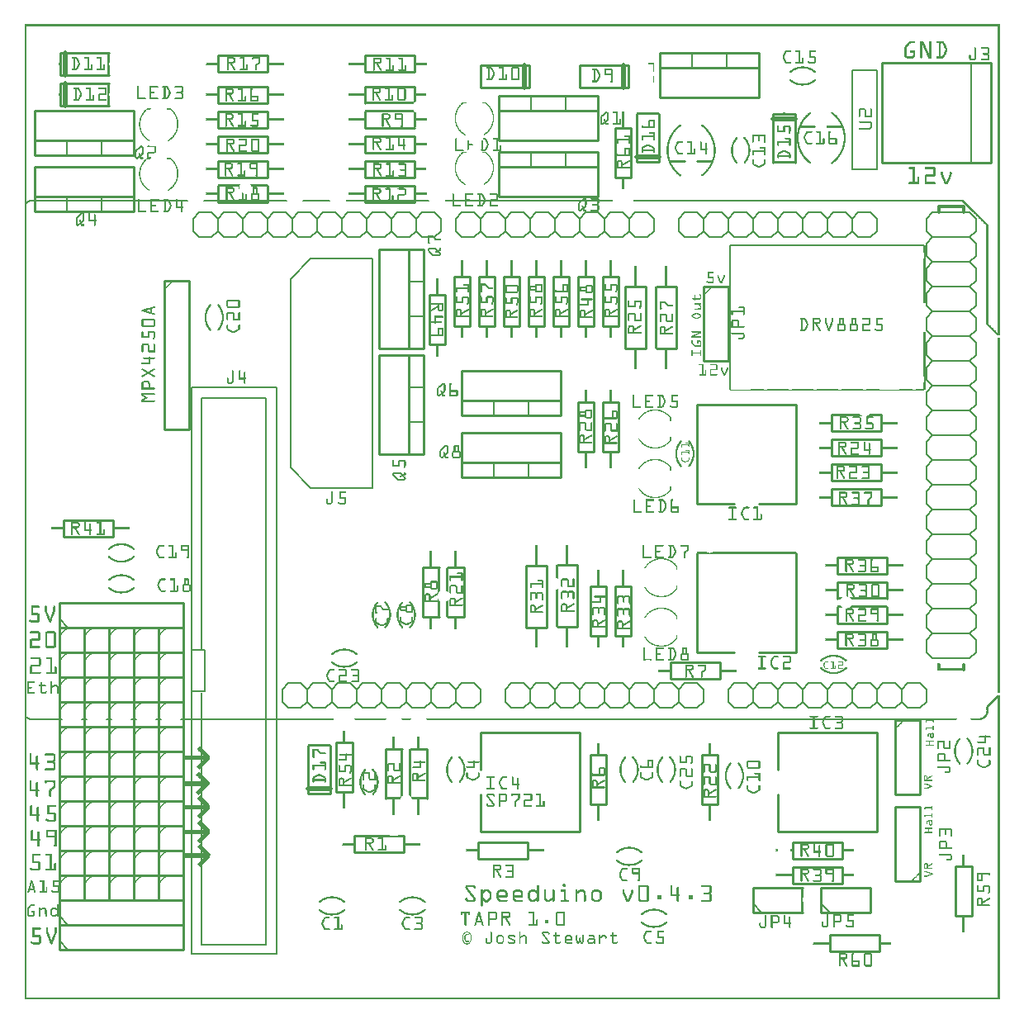
<source format=gto>
G04 MADE WITH FRITZING*
G04 WWW.FRITZING.ORG*
G04 DOUBLE SIDED*
G04 HOLES PLATED*
G04 CONTOUR ON CENTER OF CONTOUR VECTOR*
%ASAXBY*%
%FSLAX23Y23*%
%MOIN*%
%OFA0B0*%
%SFA1.0B1.0*%
%ADD10R,0.354200X2.295200X0.338200X2.279200*%
%ADD11C,0.008000*%
%ADD12R,0.063000X0.173200X0.047000X0.157200*%
%ADD13C,0.010000*%
%ADD14C,0.005000*%
%ADD15C,0.012000*%
%ADD16C,0.006000*%
%ADD17C,0.020000*%
%ADD18R,0.001000X0.001000*%
%LNSILK1*%
G90*
G70*
G54D11*
X673Y2472D02*
X1019Y2472D01*
X1019Y184D01*
X673Y184D01*
X673Y2472D01*
D02*
X673Y1411D02*
X728Y1411D01*
X728Y1245D01*
X673Y1245D01*
X673Y1411D01*
D02*
G54D13*
X2449Y3519D02*
X2449Y3319D01*
D02*
X2449Y3319D02*
X2383Y3319D01*
D02*
X2383Y3319D02*
X2383Y3519D01*
D02*
X2383Y3519D02*
X2449Y3519D01*
D02*
X3758Y338D02*
X3758Y538D01*
D02*
X3758Y538D02*
X3824Y538D01*
D02*
X3824Y538D02*
X3824Y338D01*
D02*
X3824Y338D02*
X3758Y338D01*
D02*
X3251Y261D02*
X3451Y261D01*
D02*
X3451Y261D02*
X3451Y195D01*
D02*
X3451Y195D02*
X3251Y195D01*
D02*
X3251Y195D02*
X3251Y261D01*
D02*
X141Y1503D02*
X641Y1503D01*
D02*
X641Y1503D02*
X641Y1603D01*
D02*
X641Y1603D02*
X141Y1603D01*
D02*
X141Y1603D02*
X141Y1503D01*
G54D14*
D02*
X176Y1503D02*
X141Y1538D01*
G54D13*
D02*
X141Y203D02*
X641Y203D01*
D02*
X641Y203D02*
X641Y303D01*
D02*
X641Y303D02*
X141Y303D01*
D02*
X141Y303D02*
X141Y203D01*
G54D14*
D02*
X176Y203D02*
X141Y238D01*
G54D13*
D02*
X141Y903D02*
X141Y803D01*
D02*
X141Y803D02*
X241Y803D01*
D02*
X241Y803D02*
X241Y903D01*
D02*
X241Y903D02*
X141Y903D01*
D02*
X141Y1203D02*
X141Y1103D01*
D02*
X141Y1103D02*
X241Y1103D01*
D02*
X241Y1103D02*
X241Y1203D01*
D02*
X241Y1203D02*
X141Y1203D01*
D02*
X141Y303D02*
X641Y303D01*
D02*
X641Y303D02*
X641Y403D01*
D02*
X641Y403D02*
X141Y403D01*
D02*
X141Y403D02*
X141Y303D01*
G54D14*
D02*
X176Y303D02*
X141Y338D01*
G54D13*
D02*
X141Y1403D02*
X141Y1303D01*
D02*
X141Y1303D02*
X241Y1303D01*
D02*
X241Y1303D02*
X241Y1403D01*
D02*
X241Y1403D02*
X141Y1403D01*
D02*
X141Y1303D02*
X141Y1203D01*
D02*
X141Y1203D02*
X241Y1203D01*
D02*
X241Y1203D02*
X241Y1303D01*
D02*
X241Y1303D02*
X141Y1303D01*
D02*
X141Y1103D02*
X141Y1003D01*
D02*
X141Y1003D02*
X241Y1003D01*
D02*
X241Y1003D02*
X241Y1103D01*
D02*
X241Y1103D02*
X141Y1103D01*
D02*
X141Y803D02*
X141Y703D01*
D02*
X141Y703D02*
X241Y703D01*
D02*
X241Y703D02*
X241Y803D01*
D02*
X241Y803D02*
X141Y803D01*
D02*
X141Y503D02*
X141Y403D01*
D02*
X141Y403D02*
X241Y403D01*
D02*
X241Y403D02*
X241Y503D01*
D02*
X241Y503D02*
X141Y503D01*
D02*
X141Y1003D02*
X141Y903D01*
D02*
X141Y903D02*
X241Y903D01*
D02*
X241Y903D02*
X241Y1003D01*
D02*
X241Y1003D02*
X141Y1003D01*
D02*
X141Y1503D02*
X141Y1403D01*
D02*
X141Y1403D02*
X241Y1403D01*
D02*
X241Y1403D02*
X241Y1503D01*
D02*
X241Y1503D02*
X141Y1503D01*
D02*
X141Y703D02*
X141Y603D01*
D02*
X141Y603D02*
X241Y603D01*
D02*
X241Y603D02*
X241Y703D01*
D02*
X241Y703D02*
X141Y703D01*
D02*
X141Y603D02*
X141Y503D01*
D02*
X141Y503D02*
X241Y503D01*
D02*
X241Y503D02*
X241Y603D01*
D02*
X241Y603D02*
X141Y603D01*
D02*
X241Y903D02*
X241Y803D01*
D02*
X241Y803D02*
X341Y803D01*
D02*
X341Y803D02*
X341Y903D01*
D02*
X341Y903D02*
X241Y903D01*
D02*
X241Y1203D02*
X241Y1103D01*
D02*
X241Y1103D02*
X341Y1103D01*
D02*
X341Y1103D02*
X341Y1203D01*
D02*
X341Y1203D02*
X241Y1203D01*
D02*
X241Y1403D02*
X241Y1303D01*
D02*
X241Y1303D02*
X341Y1303D01*
D02*
X341Y1303D02*
X341Y1403D01*
D02*
X341Y1403D02*
X241Y1403D01*
D02*
X241Y1303D02*
X241Y1203D01*
D02*
X241Y1203D02*
X341Y1203D01*
D02*
X341Y1203D02*
X341Y1303D01*
D02*
X341Y1303D02*
X241Y1303D01*
D02*
X241Y1103D02*
X241Y1003D01*
D02*
X241Y1003D02*
X341Y1003D01*
D02*
X341Y1003D02*
X341Y1103D01*
D02*
X341Y1103D02*
X241Y1103D01*
D02*
X241Y803D02*
X241Y703D01*
D02*
X241Y703D02*
X341Y703D01*
D02*
X341Y703D02*
X341Y803D01*
D02*
X341Y803D02*
X241Y803D01*
D02*
X241Y503D02*
X241Y403D01*
D02*
X241Y403D02*
X341Y403D01*
D02*
X341Y403D02*
X341Y503D01*
D02*
X341Y503D02*
X241Y503D01*
D02*
X241Y1003D02*
X241Y903D01*
D02*
X241Y903D02*
X341Y903D01*
D02*
X341Y903D02*
X341Y1003D01*
D02*
X341Y1003D02*
X241Y1003D01*
D02*
X241Y1503D02*
X241Y1403D01*
D02*
X241Y1403D02*
X341Y1403D01*
D02*
X341Y1403D02*
X341Y1503D01*
D02*
X341Y1503D02*
X241Y1503D01*
D02*
X241Y703D02*
X241Y603D01*
D02*
X241Y603D02*
X341Y603D01*
D02*
X341Y603D02*
X341Y703D01*
D02*
X341Y703D02*
X241Y703D01*
D02*
X241Y603D02*
X241Y503D01*
D02*
X241Y503D02*
X341Y503D01*
D02*
X341Y503D02*
X341Y603D01*
D02*
X341Y603D02*
X241Y603D01*
D02*
X341Y903D02*
X341Y803D01*
D02*
X341Y803D02*
X441Y803D01*
D02*
X441Y803D02*
X441Y903D01*
D02*
X441Y903D02*
X341Y903D01*
D02*
X341Y1203D02*
X341Y1103D01*
D02*
X341Y1103D02*
X441Y1103D01*
D02*
X441Y1103D02*
X441Y1203D01*
D02*
X441Y1203D02*
X341Y1203D01*
D02*
X341Y1403D02*
X341Y1303D01*
D02*
X341Y1303D02*
X441Y1303D01*
D02*
X441Y1303D02*
X441Y1403D01*
D02*
X441Y1403D02*
X341Y1403D01*
D02*
X341Y1303D02*
X341Y1203D01*
D02*
X341Y1203D02*
X441Y1203D01*
D02*
X441Y1203D02*
X441Y1303D01*
D02*
X441Y1303D02*
X341Y1303D01*
D02*
X341Y1103D02*
X341Y1003D01*
D02*
X341Y1003D02*
X441Y1003D01*
D02*
X441Y1003D02*
X441Y1103D01*
D02*
X441Y1103D02*
X341Y1103D01*
D02*
X341Y803D02*
X341Y703D01*
D02*
X341Y703D02*
X441Y703D01*
D02*
X441Y703D02*
X441Y803D01*
D02*
X441Y803D02*
X341Y803D01*
D02*
X341Y503D02*
X341Y403D01*
D02*
X341Y403D02*
X441Y403D01*
D02*
X441Y403D02*
X441Y503D01*
D02*
X441Y503D02*
X341Y503D01*
D02*
X341Y1003D02*
X341Y903D01*
D02*
X341Y903D02*
X441Y903D01*
D02*
X441Y903D02*
X441Y1003D01*
D02*
X441Y1003D02*
X341Y1003D01*
D02*
X341Y1503D02*
X341Y1403D01*
D02*
X341Y1403D02*
X441Y1403D01*
D02*
X441Y1403D02*
X441Y1503D01*
D02*
X441Y1503D02*
X341Y1503D01*
D02*
X341Y703D02*
X341Y603D01*
D02*
X341Y603D02*
X441Y603D01*
D02*
X441Y603D02*
X441Y703D01*
D02*
X441Y703D02*
X341Y703D01*
D02*
X341Y603D02*
X341Y503D01*
D02*
X341Y503D02*
X441Y503D01*
D02*
X441Y503D02*
X441Y603D01*
D02*
X441Y603D02*
X341Y603D01*
D02*
X441Y903D02*
X441Y803D01*
D02*
X441Y803D02*
X541Y803D01*
D02*
X541Y803D02*
X541Y903D01*
D02*
X541Y903D02*
X441Y903D01*
D02*
X441Y1203D02*
X441Y1103D01*
D02*
X441Y1103D02*
X541Y1103D01*
D02*
X541Y1103D02*
X541Y1203D01*
D02*
X541Y1203D02*
X441Y1203D01*
D02*
X441Y1403D02*
X441Y1303D01*
D02*
X441Y1303D02*
X541Y1303D01*
D02*
X541Y1303D02*
X541Y1403D01*
D02*
X541Y1403D02*
X441Y1403D01*
D02*
X441Y1303D02*
X441Y1203D01*
D02*
X441Y1203D02*
X541Y1203D01*
D02*
X541Y1203D02*
X541Y1303D01*
D02*
X541Y1303D02*
X441Y1303D01*
D02*
X441Y1103D02*
X441Y1003D01*
D02*
X441Y1003D02*
X541Y1003D01*
D02*
X541Y1003D02*
X541Y1103D01*
D02*
X541Y1103D02*
X441Y1103D01*
D02*
X441Y803D02*
X441Y703D01*
D02*
X441Y703D02*
X541Y703D01*
D02*
X541Y703D02*
X541Y803D01*
D02*
X541Y803D02*
X441Y803D01*
D02*
X441Y503D02*
X441Y403D01*
D02*
X441Y403D02*
X541Y403D01*
D02*
X541Y403D02*
X541Y503D01*
D02*
X541Y503D02*
X441Y503D01*
D02*
X441Y1003D02*
X441Y903D01*
D02*
X441Y903D02*
X541Y903D01*
D02*
X541Y903D02*
X541Y1003D01*
D02*
X541Y1003D02*
X441Y1003D01*
D02*
X441Y1503D02*
X441Y1403D01*
D02*
X441Y1403D02*
X541Y1403D01*
D02*
X541Y1403D02*
X541Y1503D01*
D02*
X541Y1503D02*
X441Y1503D01*
D02*
X441Y703D02*
X441Y603D01*
D02*
X441Y603D02*
X541Y603D01*
D02*
X541Y603D02*
X541Y703D01*
D02*
X541Y703D02*
X441Y703D01*
D02*
X441Y603D02*
X441Y503D01*
D02*
X441Y503D02*
X541Y503D01*
D02*
X541Y503D02*
X541Y603D01*
D02*
X541Y603D02*
X441Y603D01*
D02*
X541Y503D02*
X541Y403D01*
D02*
X541Y403D02*
X641Y403D01*
D02*
X641Y403D02*
X641Y503D01*
D02*
X641Y503D02*
X541Y503D01*
D02*
X541Y603D02*
X541Y503D01*
D02*
X541Y503D02*
X641Y503D01*
D02*
X641Y503D02*
X641Y603D01*
D02*
X641Y603D02*
X541Y603D01*
D02*
X541Y703D02*
X541Y603D01*
D02*
X541Y603D02*
X641Y603D01*
D02*
X641Y603D02*
X641Y703D01*
D02*
X641Y703D02*
X541Y703D01*
D02*
X541Y803D02*
X541Y703D01*
D02*
X541Y703D02*
X641Y703D01*
D02*
X641Y703D02*
X641Y803D01*
D02*
X641Y803D02*
X541Y803D01*
D02*
X541Y903D02*
X541Y803D01*
D02*
X541Y803D02*
X641Y803D01*
D02*
X641Y803D02*
X641Y903D01*
D02*
X641Y903D02*
X541Y903D01*
D02*
X541Y1003D02*
X541Y903D01*
D02*
X541Y903D02*
X641Y903D01*
D02*
X641Y903D02*
X641Y1003D01*
D02*
X641Y1003D02*
X541Y1003D01*
D02*
X541Y1103D02*
X541Y1003D01*
D02*
X541Y1003D02*
X641Y1003D01*
D02*
X641Y1003D02*
X641Y1103D01*
D02*
X641Y1103D02*
X541Y1103D01*
D02*
X541Y1203D02*
X541Y1103D01*
D02*
X541Y1103D02*
X641Y1103D01*
D02*
X641Y1103D02*
X641Y1203D01*
D02*
X641Y1203D02*
X541Y1203D01*
D02*
X541Y1303D02*
X541Y1203D01*
D02*
X541Y1203D02*
X641Y1203D01*
D02*
X641Y1203D02*
X641Y1303D01*
D02*
X641Y1303D02*
X541Y1303D01*
D02*
X541Y1403D02*
X541Y1303D01*
D02*
X541Y1303D02*
X641Y1303D01*
D02*
X641Y1303D02*
X641Y1403D01*
D02*
X641Y1403D02*
X541Y1403D01*
D02*
X541Y1503D02*
X541Y1403D01*
D02*
X541Y1403D02*
X641Y1403D01*
D02*
X641Y1403D02*
X641Y1503D01*
D02*
X641Y1503D02*
X541Y1503D01*
D02*
X1841Y678D02*
X2241Y678D01*
D02*
X2241Y678D02*
X2241Y1078D01*
D02*
X2241Y1078D02*
X1841Y1078D01*
D02*
X1841Y678D02*
X1841Y828D01*
D02*
X1841Y928D02*
X1841Y1078D01*
G54D11*
D02*
X1406Y2991D02*
X1406Y2066D01*
D02*
X1406Y2066D02*
X1156Y2066D01*
D02*
X1156Y2066D02*
X1076Y2148D01*
D02*
X1076Y2148D02*
X1076Y2908D01*
D02*
X1076Y2908D02*
X1156Y2991D01*
D02*
X1156Y2991D02*
X1406Y2991D01*
G54D13*
D02*
X3041Y678D02*
X3441Y678D01*
D02*
X3441Y678D02*
X3441Y1078D01*
D02*
X3441Y1078D02*
X3041Y1078D01*
D02*
X3041Y678D02*
X3041Y828D01*
D02*
X3041Y928D02*
X3041Y1078D01*
G54D15*
D02*
X3791Y1333D02*
X3791Y1353D01*
D02*
X3691Y3178D02*
X3691Y3203D01*
D02*
X3691Y3203D02*
X3791Y3203D01*
D02*
X3791Y3203D02*
X3791Y3178D01*
G54D16*
D02*
X3466Y1278D02*
X3516Y1278D01*
D02*
X3516Y1278D02*
X3541Y1253D01*
D02*
X3541Y1253D02*
X3541Y1203D01*
D02*
X3541Y1203D02*
X3516Y1178D01*
D02*
X3341Y1253D02*
X3366Y1278D01*
D02*
X3366Y1278D02*
X3416Y1278D01*
D02*
X3416Y1278D02*
X3441Y1253D01*
D02*
X3441Y1253D02*
X3441Y1203D01*
D02*
X3441Y1203D02*
X3416Y1178D01*
D02*
X3416Y1178D02*
X3366Y1178D01*
D02*
X3366Y1178D02*
X3341Y1203D01*
D02*
X3466Y1278D02*
X3441Y1253D01*
D02*
X3441Y1203D02*
X3466Y1178D01*
D02*
X3516Y1178D02*
X3466Y1178D01*
D02*
X3166Y1278D02*
X3216Y1278D01*
D02*
X3216Y1278D02*
X3241Y1253D01*
D02*
X3241Y1253D02*
X3241Y1203D01*
D02*
X3241Y1203D02*
X3216Y1178D01*
D02*
X3241Y1253D02*
X3266Y1278D01*
D02*
X3266Y1278D02*
X3316Y1278D01*
D02*
X3316Y1278D02*
X3341Y1253D01*
D02*
X3341Y1253D02*
X3341Y1203D01*
D02*
X3341Y1203D02*
X3316Y1178D01*
D02*
X3316Y1178D02*
X3266Y1178D01*
D02*
X3266Y1178D02*
X3241Y1203D01*
D02*
X3041Y1253D02*
X3066Y1278D01*
D02*
X3066Y1278D02*
X3116Y1278D01*
D02*
X3116Y1278D02*
X3141Y1253D01*
D02*
X3141Y1253D02*
X3141Y1203D01*
D02*
X3141Y1203D02*
X3116Y1178D01*
D02*
X3116Y1178D02*
X3066Y1178D01*
D02*
X3066Y1178D02*
X3041Y1203D01*
D02*
X3166Y1278D02*
X3141Y1253D01*
D02*
X3141Y1203D02*
X3166Y1178D01*
D02*
X3216Y1178D02*
X3166Y1178D01*
D02*
X2866Y1278D02*
X2916Y1278D01*
D02*
X2916Y1278D02*
X2941Y1253D01*
D02*
X2941Y1253D02*
X2941Y1203D01*
D02*
X2941Y1203D02*
X2916Y1178D01*
D02*
X2941Y1253D02*
X2966Y1278D01*
D02*
X2966Y1278D02*
X3016Y1278D01*
D02*
X3016Y1278D02*
X3041Y1253D01*
D02*
X3041Y1253D02*
X3041Y1203D01*
D02*
X3041Y1203D02*
X3016Y1178D01*
D02*
X3016Y1178D02*
X2966Y1178D01*
D02*
X2966Y1178D02*
X2941Y1203D01*
D02*
X2841Y1253D02*
X2841Y1203D01*
D02*
X2866Y1278D02*
X2841Y1253D01*
D02*
X2841Y1203D02*
X2866Y1178D01*
D02*
X2916Y1178D02*
X2866Y1178D01*
D02*
X3566Y1278D02*
X3616Y1278D01*
D02*
X3616Y1278D02*
X3641Y1253D01*
D02*
X3641Y1253D02*
X3641Y1203D01*
D02*
X3641Y1203D02*
X3616Y1178D01*
D02*
X3566Y1278D02*
X3541Y1253D01*
D02*
X3541Y1203D02*
X3566Y1178D01*
D02*
X3616Y1178D02*
X3566Y1178D01*
D02*
X2566Y1278D02*
X2616Y1278D01*
D02*
X2616Y1278D02*
X2641Y1253D01*
D02*
X2641Y1253D02*
X2641Y1203D01*
D02*
X2641Y1203D02*
X2616Y1178D01*
D02*
X2441Y1253D02*
X2466Y1278D01*
D02*
X2466Y1278D02*
X2516Y1278D01*
D02*
X2516Y1278D02*
X2541Y1253D01*
D02*
X2541Y1253D02*
X2541Y1203D01*
D02*
X2541Y1203D02*
X2516Y1178D01*
D02*
X2516Y1178D02*
X2466Y1178D01*
D02*
X2466Y1178D02*
X2441Y1203D01*
D02*
X2566Y1278D02*
X2541Y1253D01*
D02*
X2541Y1203D02*
X2566Y1178D01*
D02*
X2616Y1178D02*
X2566Y1178D01*
D02*
X2266Y1278D02*
X2316Y1278D01*
D02*
X2316Y1278D02*
X2341Y1253D01*
D02*
X2341Y1253D02*
X2341Y1203D01*
D02*
X2341Y1203D02*
X2316Y1178D01*
D02*
X2341Y1253D02*
X2366Y1278D01*
D02*
X2366Y1278D02*
X2416Y1278D01*
D02*
X2416Y1278D02*
X2441Y1253D01*
D02*
X2441Y1253D02*
X2441Y1203D01*
D02*
X2441Y1203D02*
X2416Y1178D01*
D02*
X2416Y1178D02*
X2366Y1178D01*
D02*
X2366Y1178D02*
X2341Y1203D01*
D02*
X2141Y1253D02*
X2166Y1278D01*
D02*
X2166Y1278D02*
X2216Y1278D01*
D02*
X2216Y1278D02*
X2241Y1253D01*
D02*
X2241Y1253D02*
X2241Y1203D01*
D02*
X2241Y1203D02*
X2216Y1178D01*
D02*
X2216Y1178D02*
X2166Y1178D01*
D02*
X2166Y1178D02*
X2141Y1203D01*
D02*
X2266Y1278D02*
X2241Y1253D01*
D02*
X2241Y1203D02*
X2266Y1178D01*
D02*
X2316Y1178D02*
X2266Y1178D01*
D02*
X1966Y1278D02*
X2016Y1278D01*
D02*
X2016Y1278D02*
X2041Y1253D01*
D02*
X2041Y1253D02*
X2041Y1203D01*
D02*
X2041Y1203D02*
X2016Y1178D01*
D02*
X2041Y1253D02*
X2066Y1278D01*
D02*
X2066Y1278D02*
X2116Y1278D01*
D02*
X2116Y1278D02*
X2141Y1253D01*
D02*
X2141Y1253D02*
X2141Y1203D01*
D02*
X2141Y1203D02*
X2116Y1178D01*
D02*
X2116Y1178D02*
X2066Y1178D01*
D02*
X2066Y1178D02*
X2041Y1203D01*
D02*
X1941Y1253D02*
X1941Y1203D01*
D02*
X1966Y1278D02*
X1941Y1253D01*
D02*
X1941Y1203D02*
X1966Y1178D01*
D02*
X2016Y1178D02*
X1966Y1178D01*
D02*
X2666Y1278D02*
X2716Y1278D01*
D02*
X2716Y1278D02*
X2741Y1253D01*
D02*
X2741Y1253D02*
X2741Y1203D01*
D02*
X2741Y1203D02*
X2716Y1178D01*
D02*
X2666Y1278D02*
X2641Y1253D01*
D02*
X2641Y1203D02*
X2666Y1178D01*
D02*
X2716Y1178D02*
X2666Y1178D01*
D02*
X2816Y3078D02*
X2766Y3078D01*
D02*
X2766Y3078D02*
X2741Y3103D01*
D02*
X2741Y3103D02*
X2741Y3153D01*
D02*
X2741Y3153D02*
X2766Y3178D01*
D02*
X2941Y3103D02*
X2916Y3078D01*
D02*
X2916Y3078D02*
X2866Y3078D01*
D02*
X2866Y3078D02*
X2841Y3103D01*
D02*
X2841Y3103D02*
X2841Y3153D01*
D02*
X2841Y3153D02*
X2866Y3178D01*
D02*
X2866Y3178D02*
X2916Y3178D01*
D02*
X2916Y3178D02*
X2941Y3153D01*
D02*
X2816Y3078D02*
X2841Y3103D01*
D02*
X2841Y3153D02*
X2816Y3178D01*
D02*
X2766Y3178D02*
X2816Y3178D01*
D02*
X3116Y3078D02*
X3066Y3078D01*
D02*
X3066Y3078D02*
X3041Y3103D01*
D02*
X3041Y3103D02*
X3041Y3153D01*
D02*
X3041Y3153D02*
X3066Y3178D01*
D02*
X3041Y3103D02*
X3016Y3078D01*
D02*
X3016Y3078D02*
X2966Y3078D01*
D02*
X2966Y3078D02*
X2941Y3103D01*
D02*
X2941Y3103D02*
X2941Y3153D01*
D02*
X2941Y3153D02*
X2966Y3178D01*
D02*
X2966Y3178D02*
X3016Y3178D01*
D02*
X3016Y3178D02*
X3041Y3153D01*
D02*
X3241Y3103D02*
X3216Y3078D01*
D02*
X3216Y3078D02*
X3166Y3078D01*
D02*
X3166Y3078D02*
X3141Y3103D01*
D02*
X3141Y3103D02*
X3141Y3153D01*
D02*
X3141Y3153D02*
X3166Y3178D01*
D02*
X3166Y3178D02*
X3216Y3178D01*
D02*
X3216Y3178D02*
X3241Y3153D01*
D02*
X3116Y3078D02*
X3141Y3103D01*
D02*
X3141Y3153D02*
X3116Y3178D01*
D02*
X3066Y3178D02*
X3116Y3178D01*
D02*
X3416Y3078D02*
X3366Y3078D01*
D02*
X3366Y3078D02*
X3341Y3103D01*
D02*
X3341Y3103D02*
X3341Y3153D01*
D02*
X3341Y3153D02*
X3366Y3178D01*
D02*
X3341Y3103D02*
X3316Y3078D01*
D02*
X3316Y3078D02*
X3266Y3078D01*
D02*
X3266Y3078D02*
X3241Y3103D01*
D02*
X3241Y3103D02*
X3241Y3153D01*
D02*
X3241Y3153D02*
X3266Y3178D01*
D02*
X3266Y3178D02*
X3316Y3178D01*
D02*
X3316Y3178D02*
X3341Y3153D01*
D02*
X3441Y3103D02*
X3441Y3153D01*
D02*
X3416Y3078D02*
X3441Y3103D01*
D02*
X3441Y3153D02*
X3416Y3178D01*
D02*
X3366Y3178D02*
X3416Y3178D01*
D02*
X2716Y3078D02*
X2666Y3078D01*
D02*
X2666Y3078D02*
X2641Y3103D01*
D02*
X2641Y3103D02*
X2641Y3153D01*
D02*
X2641Y3153D02*
X2666Y3178D01*
D02*
X2716Y3078D02*
X2741Y3103D01*
D02*
X2741Y3153D02*
X2716Y3178D01*
D02*
X2666Y3178D02*
X2716Y3178D01*
D02*
X1481Y3153D02*
X1506Y3178D01*
D02*
X1506Y3178D02*
X1556Y3178D01*
D02*
X1556Y3178D02*
X1581Y3153D01*
D02*
X1581Y3153D02*
X1581Y3103D01*
D02*
X1581Y3103D02*
X1556Y3078D01*
D02*
X1556Y3078D02*
X1506Y3078D01*
D02*
X1506Y3078D02*
X1481Y3103D01*
D02*
X1306Y3178D02*
X1356Y3178D01*
D02*
X1356Y3178D02*
X1381Y3153D01*
D02*
X1381Y3153D02*
X1381Y3103D01*
D02*
X1381Y3103D02*
X1356Y3078D01*
D02*
X1381Y3153D02*
X1406Y3178D01*
D02*
X1406Y3178D02*
X1456Y3178D01*
D02*
X1456Y3178D02*
X1481Y3153D01*
D02*
X1481Y3153D02*
X1481Y3103D01*
D02*
X1481Y3103D02*
X1456Y3078D01*
D02*
X1456Y3078D02*
X1406Y3078D01*
D02*
X1406Y3078D02*
X1381Y3103D01*
D02*
X1181Y3153D02*
X1206Y3178D01*
D02*
X1206Y3178D02*
X1256Y3178D01*
D02*
X1256Y3178D02*
X1281Y3153D01*
D02*
X1281Y3153D02*
X1281Y3103D01*
D02*
X1281Y3103D02*
X1256Y3078D01*
D02*
X1256Y3078D02*
X1206Y3078D01*
D02*
X1206Y3078D02*
X1181Y3103D01*
D02*
X1306Y3178D02*
X1281Y3153D01*
D02*
X1281Y3103D02*
X1306Y3078D01*
D02*
X1356Y3078D02*
X1306Y3078D01*
D02*
X1006Y3178D02*
X1056Y3178D01*
D02*
X1056Y3178D02*
X1081Y3153D01*
D02*
X1081Y3153D02*
X1081Y3103D01*
D02*
X1081Y3103D02*
X1056Y3078D01*
D02*
X1081Y3153D02*
X1106Y3178D01*
D02*
X1106Y3178D02*
X1156Y3178D01*
D02*
X1156Y3178D02*
X1181Y3153D01*
D02*
X1181Y3153D02*
X1181Y3103D01*
D02*
X1181Y3103D02*
X1156Y3078D01*
D02*
X1156Y3078D02*
X1106Y3078D01*
D02*
X1106Y3078D02*
X1081Y3103D01*
D02*
X881Y3153D02*
X906Y3178D01*
D02*
X906Y3178D02*
X956Y3178D01*
D02*
X956Y3178D02*
X981Y3153D01*
D02*
X981Y3153D02*
X981Y3103D01*
D02*
X981Y3103D02*
X956Y3078D01*
D02*
X956Y3078D02*
X906Y3078D01*
D02*
X906Y3078D02*
X881Y3103D01*
D02*
X1006Y3178D02*
X981Y3153D01*
D02*
X981Y3103D02*
X1006Y3078D01*
D02*
X1056Y3078D02*
X1006Y3078D01*
D02*
X706Y3178D02*
X756Y3178D01*
D02*
X756Y3178D02*
X781Y3153D01*
D02*
X781Y3153D02*
X781Y3103D01*
D02*
X781Y3103D02*
X756Y3078D01*
D02*
X781Y3153D02*
X806Y3178D01*
D02*
X806Y3178D02*
X856Y3178D01*
D02*
X856Y3178D02*
X881Y3153D01*
D02*
X881Y3153D02*
X881Y3103D01*
D02*
X881Y3103D02*
X856Y3078D01*
D02*
X856Y3078D02*
X806Y3078D01*
D02*
X806Y3078D02*
X781Y3103D01*
D02*
X681Y3153D02*
X681Y3103D01*
D02*
X706Y3178D02*
X681Y3153D01*
D02*
X681Y3103D02*
X706Y3078D01*
D02*
X756Y3078D02*
X706Y3078D01*
D02*
X1606Y3178D02*
X1656Y3178D01*
D02*
X1656Y3178D02*
X1681Y3153D01*
D02*
X1681Y3153D02*
X1681Y3103D01*
D02*
X1681Y3103D02*
X1656Y3078D01*
D02*
X1606Y3178D02*
X1581Y3153D01*
D02*
X1581Y3103D02*
X1606Y3078D01*
D02*
X1656Y3078D02*
X1606Y3078D01*
D02*
X1666Y1278D02*
X1716Y1278D01*
D02*
X1716Y1278D02*
X1741Y1253D01*
D02*
X1741Y1253D02*
X1741Y1203D01*
D02*
X1741Y1203D02*
X1716Y1178D01*
D02*
X1541Y1253D02*
X1566Y1278D01*
D02*
X1566Y1278D02*
X1616Y1278D01*
D02*
X1616Y1278D02*
X1641Y1253D01*
D02*
X1641Y1253D02*
X1641Y1203D01*
D02*
X1641Y1203D02*
X1616Y1178D01*
D02*
X1616Y1178D02*
X1566Y1178D01*
D02*
X1566Y1178D02*
X1541Y1203D01*
D02*
X1666Y1278D02*
X1641Y1253D01*
D02*
X1641Y1203D02*
X1666Y1178D01*
D02*
X1716Y1178D02*
X1666Y1178D01*
D02*
X1366Y1278D02*
X1416Y1278D01*
D02*
X1416Y1278D02*
X1441Y1253D01*
D02*
X1441Y1253D02*
X1441Y1203D01*
D02*
X1441Y1203D02*
X1416Y1178D01*
D02*
X1441Y1253D02*
X1466Y1278D01*
D02*
X1466Y1278D02*
X1516Y1278D01*
D02*
X1516Y1278D02*
X1541Y1253D01*
D02*
X1541Y1253D02*
X1541Y1203D01*
D02*
X1541Y1203D02*
X1516Y1178D01*
D02*
X1516Y1178D02*
X1466Y1178D01*
D02*
X1466Y1178D02*
X1441Y1203D01*
D02*
X1241Y1253D02*
X1266Y1278D01*
D02*
X1266Y1278D02*
X1316Y1278D01*
D02*
X1316Y1278D02*
X1341Y1253D01*
D02*
X1341Y1253D02*
X1341Y1203D01*
D02*
X1341Y1203D02*
X1316Y1178D01*
D02*
X1316Y1178D02*
X1266Y1178D01*
D02*
X1266Y1178D02*
X1241Y1203D01*
D02*
X1366Y1278D02*
X1341Y1253D01*
D02*
X1341Y1203D02*
X1366Y1178D01*
D02*
X1416Y1178D02*
X1366Y1178D01*
D02*
X1066Y1278D02*
X1116Y1278D01*
D02*
X1116Y1278D02*
X1141Y1253D01*
D02*
X1141Y1253D02*
X1141Y1203D01*
D02*
X1141Y1203D02*
X1116Y1178D01*
D02*
X1141Y1253D02*
X1166Y1278D01*
D02*
X1166Y1278D02*
X1216Y1278D01*
D02*
X1216Y1278D02*
X1241Y1253D01*
D02*
X1241Y1253D02*
X1241Y1203D01*
D02*
X1241Y1203D02*
X1216Y1178D01*
D02*
X1216Y1178D02*
X1166Y1178D01*
D02*
X1166Y1178D02*
X1141Y1203D01*
D02*
X1041Y1253D02*
X1041Y1203D01*
D02*
X1066Y1278D02*
X1041Y1253D01*
D02*
X1041Y1203D02*
X1066Y1178D01*
D02*
X1116Y1178D02*
X1066Y1178D01*
D02*
X1766Y1278D02*
X1816Y1278D01*
D02*
X1816Y1278D02*
X1841Y1253D01*
D02*
X1841Y1253D02*
X1841Y1203D01*
D02*
X1841Y1203D02*
X1816Y1178D01*
D02*
X1766Y1278D02*
X1741Y1253D01*
D02*
X1741Y1203D02*
X1766Y1178D01*
D02*
X1816Y1178D02*
X1766Y1178D01*
D02*
X1916Y3078D02*
X1866Y3078D01*
D02*
X1866Y3078D02*
X1841Y3103D01*
D02*
X1841Y3103D02*
X1841Y3153D01*
D02*
X1841Y3153D02*
X1866Y3178D01*
D02*
X2041Y3103D02*
X2016Y3078D01*
D02*
X2016Y3078D02*
X1966Y3078D01*
D02*
X1966Y3078D02*
X1941Y3103D01*
D02*
X1941Y3103D02*
X1941Y3153D01*
D02*
X1941Y3153D02*
X1966Y3178D01*
D02*
X1966Y3178D02*
X2016Y3178D01*
D02*
X2016Y3178D02*
X2041Y3153D01*
D02*
X1916Y3078D02*
X1941Y3103D01*
D02*
X1941Y3153D02*
X1916Y3178D01*
D02*
X1866Y3178D02*
X1916Y3178D01*
D02*
X2216Y3078D02*
X2166Y3078D01*
D02*
X2166Y3078D02*
X2141Y3103D01*
D02*
X2141Y3103D02*
X2141Y3153D01*
D02*
X2141Y3153D02*
X2166Y3178D01*
D02*
X2141Y3103D02*
X2116Y3078D01*
D02*
X2116Y3078D02*
X2066Y3078D01*
D02*
X2066Y3078D02*
X2041Y3103D01*
D02*
X2041Y3103D02*
X2041Y3153D01*
D02*
X2041Y3153D02*
X2066Y3178D01*
D02*
X2066Y3178D02*
X2116Y3178D01*
D02*
X2116Y3178D02*
X2141Y3153D01*
D02*
X2341Y3103D02*
X2316Y3078D01*
D02*
X2316Y3078D02*
X2266Y3078D01*
D02*
X2266Y3078D02*
X2241Y3103D01*
D02*
X2241Y3103D02*
X2241Y3153D01*
D02*
X2241Y3153D02*
X2266Y3178D01*
D02*
X2266Y3178D02*
X2316Y3178D01*
D02*
X2316Y3178D02*
X2341Y3153D01*
D02*
X2216Y3078D02*
X2241Y3103D01*
D02*
X2241Y3153D02*
X2216Y3178D01*
D02*
X2166Y3178D02*
X2216Y3178D01*
D02*
X2516Y3078D02*
X2466Y3078D01*
D02*
X2466Y3078D02*
X2441Y3103D01*
D02*
X2441Y3103D02*
X2441Y3153D01*
D02*
X2441Y3153D02*
X2466Y3178D01*
D02*
X2441Y3103D02*
X2416Y3078D01*
D02*
X2416Y3078D02*
X2366Y3078D01*
D02*
X2366Y3078D02*
X2341Y3103D01*
D02*
X2341Y3103D02*
X2341Y3153D01*
D02*
X2341Y3153D02*
X2366Y3178D01*
D02*
X2366Y3178D02*
X2416Y3178D01*
D02*
X2416Y3178D02*
X2441Y3153D01*
D02*
X2541Y3103D02*
X2541Y3153D01*
D02*
X2516Y3078D02*
X2541Y3103D01*
D02*
X2541Y3153D02*
X2516Y3178D01*
D02*
X2466Y3178D02*
X2516Y3178D01*
D02*
X1816Y3078D02*
X1766Y3078D01*
D02*
X1766Y3078D02*
X1741Y3103D01*
D02*
X1741Y3103D02*
X1741Y3153D01*
D02*
X1741Y3153D02*
X1766Y3178D01*
D02*
X1816Y3078D02*
X1841Y3103D01*
D02*
X1841Y3153D02*
X1816Y3178D01*
D02*
X1766Y3178D02*
X1816Y3178D01*
D02*
X3666Y3178D02*
X3641Y3153D01*
D02*
X3641Y3153D02*
X3641Y3103D01*
D02*
X3641Y3103D02*
X3666Y3078D01*
D02*
X3666Y3078D02*
X3641Y3053D01*
D02*
X3641Y3053D02*
X3641Y3003D01*
D02*
X3641Y3003D02*
X3666Y2978D01*
D02*
X3666Y2978D02*
X3641Y2953D01*
D02*
X3641Y2953D02*
X3641Y2903D01*
D02*
X3641Y2903D02*
X3666Y2878D01*
D02*
X3666Y2878D02*
X3641Y2853D01*
D02*
X3641Y2853D02*
X3641Y2803D01*
D02*
X3641Y2803D02*
X3666Y2778D01*
D02*
X3666Y2778D02*
X3641Y2753D01*
D02*
X3641Y2753D02*
X3641Y2703D01*
D02*
X3641Y2703D02*
X3666Y2678D01*
D02*
X3666Y2678D02*
X3641Y2653D01*
D02*
X3641Y2653D02*
X3641Y2603D01*
D02*
X3641Y2603D02*
X3666Y2578D01*
D02*
X3666Y3178D02*
X3816Y3178D01*
D02*
X3816Y3178D02*
X3841Y3153D01*
D02*
X3841Y3153D02*
X3841Y3103D01*
D02*
X3841Y3103D02*
X3816Y3078D01*
D02*
X3816Y3078D02*
X3841Y3053D01*
D02*
X3841Y3053D02*
X3841Y3003D01*
D02*
X3841Y3003D02*
X3816Y2978D01*
D02*
X3816Y2978D02*
X3841Y2953D01*
D02*
X3841Y2953D02*
X3841Y2903D01*
D02*
X3841Y2903D02*
X3816Y2878D01*
D02*
X3816Y2878D02*
X3841Y2853D01*
D02*
X3841Y2853D02*
X3841Y2803D01*
D02*
X3841Y2803D02*
X3816Y2778D01*
D02*
X3816Y2778D02*
X3841Y2753D01*
D02*
X3841Y2753D02*
X3841Y2703D01*
D02*
X3841Y2703D02*
X3816Y2678D01*
D02*
X3816Y2678D02*
X3841Y2653D01*
D02*
X3841Y2653D02*
X3841Y2603D01*
D02*
X3841Y2603D02*
X3816Y2578D01*
D02*
X3816Y2578D02*
X3841Y2553D01*
D02*
X3841Y2553D02*
X3841Y2503D01*
D02*
X3841Y2503D02*
X3816Y2478D01*
D02*
X3816Y2478D02*
X3841Y2453D01*
D02*
X3841Y2453D02*
X3841Y2403D01*
D02*
X3841Y2403D02*
X3816Y2378D01*
D02*
X3816Y2378D02*
X3841Y2353D01*
D02*
X3841Y2353D02*
X3841Y2303D01*
D02*
X3841Y2303D02*
X3816Y2278D01*
D02*
X3816Y2278D02*
X3841Y2253D01*
D02*
X3841Y2253D02*
X3841Y2203D01*
D02*
X3841Y2203D02*
X3816Y2178D01*
D02*
X3816Y2178D02*
X3841Y2153D01*
D02*
X3841Y2153D02*
X3841Y2103D01*
D02*
X3841Y2103D02*
X3816Y2078D01*
D02*
X3816Y2078D02*
X3841Y2053D01*
D02*
X3841Y2053D02*
X3841Y2003D01*
D02*
X3816Y1978D02*
X3841Y2003D01*
D02*
X3816Y1978D02*
X3841Y1953D01*
D02*
X3841Y1903D02*
X3841Y1953D01*
D02*
X3841Y1903D02*
X3816Y1878D01*
D02*
X3816Y1878D02*
X3841Y1853D01*
D02*
X3841Y1803D02*
X3841Y1853D01*
D02*
X3841Y1803D02*
X3816Y1778D01*
D02*
X3816Y1778D02*
X3841Y1753D01*
D02*
X3841Y1703D02*
X3841Y1753D01*
D02*
X3841Y1703D02*
X3816Y1678D01*
D02*
X3816Y1678D02*
X3841Y1653D01*
D02*
X3841Y1603D02*
X3841Y1653D01*
D02*
X3841Y1603D02*
X3816Y1578D01*
D02*
X3816Y1578D02*
X3841Y1553D01*
D02*
X3841Y1503D02*
X3841Y1553D01*
D02*
X3841Y1503D02*
X3816Y1478D01*
D02*
X3816Y1478D02*
X3841Y1453D01*
D02*
X3841Y1403D02*
X3841Y1453D01*
D02*
X3841Y1403D02*
X3816Y1378D01*
D02*
X3666Y1378D02*
X3641Y1403D01*
D02*
X3641Y1403D02*
X3641Y1453D01*
D02*
X3666Y1478D02*
X3641Y1453D01*
D02*
X3666Y1478D02*
X3641Y1503D01*
D02*
X3641Y1503D02*
X3641Y1553D01*
D02*
X3666Y1578D02*
X3641Y1553D01*
D02*
X3666Y1578D02*
X3641Y1603D01*
D02*
X3641Y1653D02*
X3641Y1603D01*
D02*
X3641Y1653D02*
X3666Y1678D01*
D02*
X3666Y1678D02*
X3641Y1703D01*
D02*
X3641Y1753D02*
X3641Y1703D01*
D02*
X3641Y1753D02*
X3666Y1778D01*
D02*
X3666Y1778D02*
X3641Y1803D01*
D02*
X3641Y1803D02*
X3641Y1853D01*
D02*
X3666Y1878D02*
X3641Y1853D01*
D02*
X3666Y1878D02*
X3641Y1903D01*
D02*
X3641Y1903D02*
X3641Y1953D01*
D02*
X3666Y1978D02*
X3641Y1953D01*
D02*
X3666Y1978D02*
X3641Y2003D01*
D02*
X3641Y2003D02*
X3641Y2053D01*
D02*
X3666Y2078D02*
X3641Y2053D01*
D02*
X3666Y2078D02*
X3641Y2103D01*
D02*
X3641Y2103D02*
X3641Y2153D01*
D02*
X3666Y2178D02*
X3641Y2153D01*
D02*
X3666Y2178D02*
X3641Y2203D01*
D02*
X3641Y2203D02*
X3641Y2253D01*
D02*
X3666Y2278D02*
X3641Y2253D01*
D02*
X3666Y2278D02*
X3641Y2303D01*
D02*
X3641Y2303D02*
X3641Y2353D01*
D02*
X3666Y2378D02*
X3641Y2353D01*
D02*
X3666Y2378D02*
X3641Y2403D01*
D02*
X3641Y2403D02*
X3641Y2453D01*
D02*
X3666Y2478D02*
X3641Y2453D01*
D02*
X3666Y2478D02*
X3641Y2503D01*
D02*
X3641Y2503D02*
X3641Y2553D01*
D02*
X3666Y2578D02*
X3641Y2553D01*
D02*
X3816Y3078D02*
X3666Y3078D01*
D02*
X3816Y2978D02*
X3666Y2978D01*
D02*
X3816Y2878D02*
X3666Y2878D01*
D02*
X3816Y2778D02*
X3666Y2778D01*
D02*
X3816Y2678D02*
X3666Y2678D01*
D02*
X3816Y2578D02*
X3666Y2578D01*
D02*
X3816Y2478D02*
X3666Y2478D01*
D02*
X3816Y2378D02*
X3666Y2378D01*
D02*
X3816Y2278D02*
X3666Y2278D01*
D02*
X3816Y2178D02*
X3666Y2178D01*
D02*
X3816Y2078D02*
X3666Y2078D01*
D02*
X3816Y1978D02*
X3666Y1978D01*
D02*
X3816Y1878D02*
X3666Y1878D01*
D02*
X3816Y1778D02*
X3666Y1778D01*
D02*
X3816Y1678D02*
X3666Y1678D01*
D02*
X3816Y1578D02*
X3666Y1578D01*
D02*
X3816Y1478D02*
X3666Y1478D01*
D02*
X3816Y1378D02*
X3666Y1378D01*
G54D13*
D02*
X1611Y2603D02*
X1611Y2203D01*
D02*
X1611Y2203D02*
X1431Y2203D01*
D02*
X1431Y2203D02*
X1431Y2603D01*
D02*
X1431Y2603D02*
X1611Y2603D01*
D02*
X1611Y2603D02*
X1611Y2203D01*
D02*
X1611Y2203D02*
X1551Y2203D01*
D02*
X1551Y2203D02*
X1551Y2603D01*
D02*
X1551Y2603D02*
X1611Y2603D01*
G54D14*
D02*
X1611Y2473D02*
X1551Y2473D01*
D02*
X1611Y2333D02*
X1551Y2333D01*
G54D13*
D02*
X2166Y2358D02*
X1766Y2358D01*
D02*
X1766Y2358D02*
X1766Y2538D01*
D02*
X1766Y2538D02*
X2166Y2538D01*
D02*
X2166Y2538D02*
X2166Y2358D01*
D02*
X2166Y2358D02*
X1766Y2358D01*
D02*
X1766Y2358D02*
X1766Y2418D01*
D02*
X1766Y2418D02*
X2166Y2418D01*
D02*
X2166Y2418D02*
X2166Y2358D01*
G54D14*
D02*
X2036Y2358D02*
X2036Y2418D01*
D02*
X1896Y2358D02*
X1896Y2418D01*
G54D13*
D02*
X1611Y3028D02*
X1611Y2628D01*
D02*
X1611Y2628D02*
X1431Y2628D01*
D02*
X1431Y2628D02*
X1431Y3028D01*
D02*
X1431Y3028D02*
X1611Y3028D01*
D02*
X1611Y3028D02*
X1611Y2628D01*
D02*
X1611Y2628D02*
X1551Y2628D01*
D02*
X1551Y2628D02*
X1551Y3028D01*
D02*
X1551Y3028D02*
X1611Y3028D01*
G54D14*
D02*
X1611Y2898D02*
X1551Y2898D01*
D02*
X1611Y2758D02*
X1551Y2758D01*
G54D13*
D02*
X2166Y2108D02*
X1766Y2108D01*
D02*
X1766Y2108D02*
X1766Y2288D01*
D02*
X1766Y2288D02*
X2166Y2288D01*
D02*
X2166Y2288D02*
X2166Y2108D01*
D02*
X2166Y2108D02*
X1766Y2108D01*
D02*
X1766Y2108D02*
X1766Y2168D01*
D02*
X1766Y2168D02*
X2166Y2168D01*
D02*
X2166Y2168D02*
X2166Y2108D01*
G54D14*
D02*
X2036Y2108D02*
X2036Y2168D01*
D02*
X1896Y2108D02*
X1896Y2168D01*
G54D13*
D02*
X1258Y838D02*
X1258Y1038D01*
D02*
X1258Y1038D02*
X1324Y1038D01*
D02*
X1324Y1038D02*
X1324Y838D01*
D02*
X1324Y838D02*
X1258Y838D01*
D02*
X2471Y3382D02*
X2471Y3577D01*
D02*
X2561Y3577D02*
X2561Y3382D01*
D02*
X2561Y3382D02*
X2471Y3382D01*
G54D17*
D02*
X2561Y3402D02*
X2471Y3402D01*
G54D13*
D02*
X357Y1870D02*
X157Y1870D01*
D02*
X157Y1870D02*
X157Y1936D01*
D02*
X157Y1936D02*
X357Y1936D01*
D02*
X357Y1936D02*
X357Y1870D01*
D02*
X566Y2903D02*
X566Y2303D01*
D02*
X566Y2303D02*
X666Y2303D01*
D02*
X666Y2303D02*
X666Y2903D01*
D02*
X666Y2903D02*
X566Y2903D01*
D02*
X3616Y478D02*
X3616Y778D01*
D02*
X3616Y778D02*
X3516Y778D01*
D02*
X3516Y778D02*
X3516Y478D01*
D02*
X3516Y478D02*
X3616Y478D01*
D02*
X3516Y1128D02*
X3516Y828D01*
D02*
X3516Y828D02*
X3616Y828D01*
D02*
X3616Y828D02*
X3616Y1128D01*
D02*
X3616Y1128D02*
X3516Y1128D01*
D02*
X2741Y2878D02*
X2741Y2578D01*
D02*
X2741Y2578D02*
X2841Y2578D01*
D02*
X2841Y2578D02*
X2841Y2878D01*
D02*
X2841Y2878D02*
X2741Y2878D01*
D02*
X3101Y636D02*
X3301Y636D01*
D02*
X3301Y636D02*
X3301Y570D01*
D02*
X3301Y570D02*
X3101Y570D01*
D02*
X3101Y570D02*
X3101Y636D01*
D02*
X3101Y536D02*
X3301Y536D01*
D02*
X3301Y536D02*
X3301Y470D01*
D02*
X3301Y470D02*
X3101Y470D01*
D02*
X3101Y470D02*
X3101Y536D01*
D02*
X2941Y353D02*
X3141Y353D01*
D02*
X3141Y453D02*
X2941Y453D01*
D02*
X2941Y453D02*
X2941Y353D01*
G54D14*
D02*
X2976Y353D02*
X2941Y388D01*
G54D13*
D02*
X3216Y353D02*
X3416Y353D01*
D02*
X3416Y353D02*
X3416Y453D01*
D02*
X3416Y453D02*
X3216Y453D01*
D02*
X3216Y453D02*
X3216Y353D01*
G54D14*
D02*
X3251Y353D02*
X3216Y388D01*
G54D13*
D02*
X3482Y1420D02*
X3282Y1420D01*
D02*
X3282Y1420D02*
X3282Y1486D01*
D02*
X3282Y1486D02*
X3482Y1486D01*
D02*
X3482Y1486D02*
X3482Y1420D01*
D02*
X2399Y2919D02*
X2399Y2719D01*
D02*
X2399Y2719D02*
X2333Y2719D01*
D02*
X2333Y2719D02*
X2333Y2919D01*
D02*
X2333Y2919D02*
X2399Y2919D01*
D02*
X2299Y2919D02*
X2299Y2719D01*
D02*
X2299Y2719D02*
X2233Y2719D01*
D02*
X2233Y2719D02*
X2233Y2919D01*
D02*
X2233Y2919D02*
X2299Y2919D01*
D02*
X3457Y1995D02*
X3257Y1995D01*
D02*
X3257Y1995D02*
X3257Y2061D01*
D02*
X3257Y2061D02*
X3457Y2061D01*
D02*
X3457Y2061D02*
X3457Y1995D01*
D02*
X3482Y1720D02*
X3282Y1720D01*
D02*
X3282Y1720D02*
X3282Y1786D01*
D02*
X3282Y1786D02*
X3482Y1786D01*
D02*
X3482Y1786D02*
X3482Y1720D01*
D02*
X2199Y2919D02*
X2199Y2719D01*
D02*
X2199Y2719D02*
X2133Y2719D01*
D02*
X2133Y2719D02*
X2133Y2919D01*
D02*
X2133Y2919D02*
X2199Y2919D01*
D02*
X1699Y2844D02*
X1699Y2644D01*
D02*
X1699Y2644D02*
X1633Y2644D01*
D02*
X1633Y2644D02*
X1633Y2844D01*
D02*
X1633Y2844D02*
X1699Y2844D01*
D02*
X3457Y2295D02*
X3257Y2295D01*
D02*
X3257Y2295D02*
X3257Y2361D01*
D02*
X3457Y2361D02*
X3457Y2295D01*
D02*
X2566Y3823D02*
X2966Y3823D01*
D02*
X2966Y3823D02*
X2966Y3643D01*
D02*
X2966Y3643D02*
X2566Y3643D01*
D02*
X2566Y3643D02*
X2566Y3823D01*
D02*
X2566Y3823D02*
X2966Y3823D01*
D02*
X2966Y3823D02*
X2966Y3763D01*
D02*
X2966Y3763D02*
X2566Y3763D01*
D02*
X2566Y3763D02*
X2566Y3823D01*
G54D14*
D02*
X2696Y3823D02*
X2696Y3763D01*
D02*
X2836Y3823D02*
X2836Y3763D01*
G54D13*
D02*
X3111Y3574D02*
X3111Y3379D01*
D02*
X3021Y3379D02*
X3021Y3574D01*
D02*
X3021Y3574D02*
X3111Y3574D01*
G54D17*
D02*
X3021Y3554D02*
X3111Y3554D01*
G54D14*
D02*
X3341Y3353D02*
X3441Y3353D01*
D02*
X3441Y3353D02*
X3441Y3753D01*
D02*
X3441Y3753D02*
X3341Y3753D01*
D02*
X3341Y3753D02*
X3341Y3353D01*
G54D13*
D02*
X3116Y1403D02*
X3116Y1803D01*
D02*
X2716Y1803D02*
X2716Y1403D01*
D02*
X3116Y1403D02*
X2966Y1403D01*
D02*
X2866Y1403D02*
X2716Y1403D01*
D02*
X3116Y2003D02*
X3116Y2403D01*
D02*
X3116Y2403D02*
X2716Y2403D01*
D02*
X2716Y2403D02*
X2716Y2003D01*
D02*
X3116Y2003D02*
X2966Y2003D01*
D02*
X2866Y2003D02*
X2716Y2003D01*
D02*
X3482Y1520D02*
X3282Y1520D01*
D02*
X3282Y1520D02*
X3282Y1586D01*
D02*
X3482Y1586D02*
X3482Y1520D01*
D02*
X1899Y2919D02*
X1899Y2719D01*
D02*
X1899Y2719D02*
X1833Y2719D01*
D02*
X1833Y2719D02*
X1833Y2919D01*
D02*
X1833Y2919D02*
X1899Y2919D01*
D02*
X1999Y2919D02*
X1999Y2719D01*
D02*
X1999Y2719D02*
X1933Y2719D01*
D02*
X1933Y2719D02*
X1933Y2919D01*
D02*
X1933Y2919D02*
X1999Y2919D01*
D02*
X3457Y2095D02*
X3257Y2095D01*
D02*
X3257Y2095D02*
X3257Y2161D01*
D02*
X3257Y2161D02*
X3457Y2161D01*
D02*
X3457Y2161D02*
X3457Y2095D01*
D02*
X3282Y1620D02*
X3282Y1686D01*
D02*
X3282Y1686D02*
X3482Y1686D01*
D02*
X3482Y1686D02*
X3482Y1620D01*
D02*
X2099Y2919D02*
X2099Y2719D01*
D02*
X2099Y2719D02*
X2033Y2719D01*
D02*
X2033Y2719D02*
X2033Y2919D01*
D02*
X2033Y2919D02*
X2099Y2919D01*
D02*
X1799Y2919D02*
X1799Y2719D01*
D02*
X1799Y2719D02*
X1733Y2719D01*
D02*
X1733Y2719D02*
X1733Y2919D01*
D02*
X1733Y2919D02*
X1799Y2919D01*
D02*
X3457Y2195D02*
X3257Y2195D01*
D02*
X3257Y2195D02*
X3257Y2261D01*
D02*
X3257Y2261D02*
X3457Y2261D01*
D02*
X3457Y2261D02*
X3457Y2195D01*
D02*
X2025Y1503D02*
X2025Y1753D01*
D02*
X2025Y1753D02*
X2107Y1753D01*
D02*
X2107Y1753D02*
X2107Y1503D01*
D02*
X2107Y1503D02*
X2025Y1503D01*
D02*
X2632Y2878D02*
X2632Y2628D01*
D02*
X2632Y2628D02*
X2550Y2628D01*
D02*
X2232Y1754D02*
X2232Y1504D01*
D02*
X2232Y1504D02*
X2150Y1504D01*
D02*
X2150Y1754D02*
X2232Y1754D01*
D02*
X2507Y2879D02*
X2507Y2629D01*
D02*
X2507Y2629D02*
X2425Y2629D01*
D02*
X2425Y2629D02*
X2425Y2879D01*
D02*
X2425Y2879D02*
X2507Y2879D01*
D02*
X2449Y1669D02*
X2449Y1469D01*
D02*
X2449Y1469D02*
X2383Y1469D01*
D02*
X2383Y1469D02*
X2383Y1669D01*
D02*
X2383Y1669D02*
X2449Y1669D01*
D02*
X2233Y2213D02*
X2233Y2413D01*
D02*
X2233Y2413D02*
X2299Y2413D01*
D02*
X2299Y2413D02*
X2299Y2213D01*
D02*
X2299Y2213D02*
X2233Y2213D01*
D02*
X2349Y1669D02*
X2349Y1469D01*
D02*
X2349Y1469D02*
X2283Y1469D01*
D02*
X2283Y1469D02*
X2283Y1669D01*
D02*
X2283Y1669D02*
X2349Y1669D01*
D02*
X2333Y2213D02*
X2333Y2413D01*
D02*
X2333Y2413D02*
X2399Y2413D01*
D02*
X2399Y2413D02*
X2399Y2213D01*
D02*
X2399Y2213D02*
X2333Y2213D01*
D02*
X1774Y1744D02*
X1774Y1544D01*
D02*
X1774Y1544D02*
X1708Y1544D01*
D02*
X1708Y1744D02*
X1774Y1744D01*
D02*
X2032Y570D02*
X1832Y570D01*
D02*
X1832Y570D02*
X1832Y636D01*
D02*
X1832Y636D02*
X2032Y636D01*
D02*
X2032Y636D02*
X2032Y570D01*
D02*
X1532Y595D02*
X1332Y595D01*
D02*
X1332Y595D02*
X1332Y661D01*
D02*
X1532Y661D02*
X1532Y595D01*
D02*
X1558Y1013D02*
X1624Y1013D01*
D02*
X1624Y1013D02*
X1624Y813D01*
D02*
X1458Y813D02*
X1458Y1013D01*
D02*
X1458Y1013D02*
X1524Y1013D01*
D02*
X1146Y832D02*
X1146Y1027D01*
D02*
X1236Y1027D02*
X1236Y832D01*
D02*
X1236Y832D02*
X1146Y832D01*
G54D17*
D02*
X1236Y852D02*
X1146Y852D01*
G54D13*
D02*
X2733Y788D02*
X2733Y988D01*
D02*
X2733Y988D02*
X2799Y988D01*
D02*
X2799Y988D02*
X2799Y788D01*
D02*
X2799Y788D02*
X2733Y788D01*
D02*
X2283Y788D02*
X2283Y988D01*
D02*
X2283Y988D02*
X2349Y988D01*
D02*
X2349Y988D02*
X2349Y788D01*
D02*
X2349Y788D02*
X2283Y788D01*
D02*
X2807Y1295D02*
X2607Y1295D01*
D02*
X2607Y1295D02*
X2607Y1361D01*
D02*
X2607Y1361D02*
X2807Y1361D01*
D02*
X2807Y1361D02*
X2807Y1295D01*
D02*
X1674Y1544D02*
X1608Y1544D01*
D02*
X1608Y1544D02*
X1608Y1744D01*
D02*
X1608Y1744D02*
X1674Y1744D01*
D02*
X982Y3220D02*
X782Y3220D01*
D02*
X782Y3220D02*
X782Y3286D01*
D02*
X982Y3286D02*
X982Y3220D01*
D02*
X1376Y3286D02*
X1576Y3286D01*
D02*
X1576Y3286D02*
X1576Y3220D01*
D02*
X1576Y3220D02*
X1376Y3220D01*
D02*
X1376Y3220D02*
X1376Y3286D01*
D02*
X982Y3520D02*
X782Y3520D01*
D02*
X782Y3520D02*
X782Y3586D01*
D02*
X782Y3586D02*
X982Y3586D01*
D02*
X982Y3586D02*
X982Y3520D01*
D02*
X1576Y3520D02*
X1376Y3520D01*
D02*
X1376Y3520D02*
X1376Y3586D01*
D02*
X145Y3698D02*
X340Y3698D01*
D02*
X340Y3608D02*
X145Y3608D01*
D02*
X145Y3608D02*
X145Y3698D01*
G54D17*
D02*
X165Y3608D02*
X165Y3698D01*
G54D13*
D02*
X2037Y3683D02*
X1842Y3683D01*
D02*
X1842Y3773D02*
X2037Y3773D01*
D02*
X2037Y3773D02*
X2037Y3683D01*
G54D17*
D02*
X2017Y3773D02*
X2017Y3683D01*
G54D13*
D02*
X145Y3823D02*
X340Y3823D01*
D02*
X340Y3733D02*
X145Y3733D01*
D02*
X145Y3733D02*
X145Y3823D01*
G54D17*
D02*
X165Y3733D02*
X165Y3823D01*
G54D13*
D02*
X2437Y3683D02*
X2242Y3683D01*
D02*
X2242Y3773D02*
X2437Y3773D01*
D02*
X2437Y3773D02*
X2437Y3683D01*
G54D17*
D02*
X2417Y3773D02*
X2417Y3683D01*
G54D13*
D02*
X441Y3183D02*
X41Y3183D01*
D02*
X41Y3183D02*
X41Y3363D01*
D02*
X41Y3363D02*
X441Y3363D01*
D02*
X441Y3363D02*
X441Y3183D01*
D02*
X441Y3183D02*
X41Y3183D01*
D02*
X41Y3183D02*
X41Y3243D01*
D02*
X41Y3243D02*
X441Y3243D01*
D02*
X441Y3243D02*
X441Y3183D01*
G54D14*
D02*
X311Y3183D02*
X311Y3243D01*
D02*
X171Y3183D02*
X171Y3243D01*
G54D13*
D02*
X1916Y3423D02*
X2316Y3423D01*
D02*
X2316Y3423D02*
X2316Y3243D01*
D02*
X2316Y3243D02*
X1916Y3243D01*
D02*
X1916Y3243D02*
X1916Y3423D01*
D02*
X1916Y3423D02*
X2316Y3423D01*
D02*
X2316Y3423D02*
X2316Y3363D01*
D02*
X2316Y3363D02*
X1916Y3363D01*
D02*
X1916Y3363D02*
X1916Y3423D01*
G54D14*
D02*
X2046Y3423D02*
X2046Y3363D01*
D02*
X2186Y3423D02*
X2186Y3363D01*
G54D13*
D02*
X442Y3409D02*
X42Y3409D01*
D02*
X42Y3409D02*
X42Y3589D01*
D02*
X42Y3589D02*
X442Y3589D01*
D02*
X442Y3589D02*
X442Y3409D01*
D02*
X442Y3409D02*
X42Y3409D01*
D02*
X42Y3409D02*
X42Y3469D01*
D02*
X42Y3469D02*
X442Y3469D01*
D02*
X442Y3469D02*
X442Y3409D01*
G54D14*
D02*
X312Y3409D02*
X312Y3469D01*
D02*
X172Y3409D02*
X172Y3469D01*
G54D13*
D02*
X1916Y3648D02*
X2316Y3648D01*
D02*
X2316Y3648D02*
X2316Y3468D01*
D02*
X2316Y3468D02*
X1916Y3468D01*
D02*
X1916Y3468D02*
X1916Y3648D01*
D02*
X1916Y3648D02*
X2316Y3648D01*
D02*
X2316Y3648D02*
X2316Y3588D01*
D02*
X2316Y3588D02*
X1916Y3588D01*
D02*
X1916Y3588D02*
X1916Y3648D01*
G54D14*
D02*
X2046Y3648D02*
X2046Y3588D01*
D02*
X2186Y3648D02*
X2186Y3588D01*
G54D13*
D02*
X982Y3320D02*
X782Y3320D01*
D02*
X782Y3320D02*
X782Y3386D01*
D02*
X782Y3386D02*
X982Y3386D01*
D02*
X982Y3386D02*
X982Y3320D01*
D02*
X1375Y3385D02*
X1575Y3385D01*
D02*
X1575Y3385D02*
X1575Y3319D01*
D02*
X1575Y3319D02*
X1375Y3319D01*
D02*
X1375Y3319D02*
X1375Y3385D01*
D02*
X982Y3620D02*
X782Y3620D01*
D02*
X782Y3620D02*
X782Y3686D01*
D02*
X782Y3686D02*
X982Y3686D01*
D02*
X982Y3686D02*
X982Y3620D01*
D02*
X1375Y3685D02*
X1575Y3685D01*
D02*
X1375Y3619D02*
X1375Y3685D01*
D02*
X982Y3420D02*
X782Y3420D01*
D02*
X782Y3420D02*
X782Y3486D01*
D02*
X782Y3486D02*
X982Y3486D01*
D02*
X982Y3486D02*
X982Y3420D01*
D02*
X1376Y3486D02*
X1576Y3486D01*
D02*
X1576Y3486D02*
X1576Y3420D01*
D02*
X1576Y3420D02*
X1376Y3420D01*
D02*
X1376Y3420D02*
X1376Y3486D01*
D02*
X982Y3745D02*
X782Y3745D01*
D02*
X782Y3745D02*
X782Y3811D01*
D02*
X782Y3811D02*
X982Y3811D01*
D02*
X982Y3811D02*
X982Y3745D01*
D02*
X1376Y3811D02*
X1576Y3811D01*
D02*
X1576Y3811D02*
X1576Y3745D01*
D02*
X1576Y3745D02*
X1376Y3745D01*
D02*
X1376Y3745D02*
X1376Y3811D01*
D02*
X3461Y3781D02*
X3461Y3378D01*
D02*
X3461Y3378D02*
X3901Y3378D01*
D02*
X3901Y3378D02*
X3901Y3781D01*
D02*
X3901Y3781D02*
X3461Y3781D01*
G54D14*
D02*
X3821Y3378D02*
X3821Y3781D01*
G54D11*
X716Y1411D02*
X716Y2428D01*
X975Y2428D01*
X975Y221D01*
X716Y221D01*
X716Y1238D01*
D02*
G54D18*
X0Y3937D02*
X3936Y3937D01*
X0Y3936D02*
X3936Y3936D01*
X0Y3935D02*
X3936Y3935D01*
X0Y3934D02*
X3936Y3934D01*
X0Y3933D02*
X3936Y3933D01*
X0Y3932D02*
X3936Y3932D01*
X0Y3931D02*
X3936Y3931D01*
X0Y3930D02*
X3936Y3930D01*
X0Y3929D02*
X7Y3929D01*
X3929Y3929D02*
X3936Y3929D01*
X0Y3928D02*
X7Y3928D01*
X3929Y3928D02*
X3936Y3928D01*
X0Y3927D02*
X7Y3927D01*
X3929Y3927D02*
X3936Y3927D01*
X0Y3926D02*
X7Y3926D01*
X3929Y3926D02*
X3936Y3926D01*
X0Y3925D02*
X7Y3925D01*
X3929Y3925D02*
X3936Y3925D01*
X0Y3924D02*
X7Y3924D01*
X3929Y3924D02*
X3936Y3924D01*
X0Y3923D02*
X7Y3923D01*
X3929Y3923D02*
X3936Y3923D01*
X0Y3922D02*
X7Y3922D01*
X3929Y3922D02*
X3936Y3922D01*
X0Y3921D02*
X7Y3921D01*
X3929Y3921D02*
X3936Y3921D01*
X0Y3920D02*
X7Y3920D01*
X3929Y3920D02*
X3936Y3920D01*
X0Y3919D02*
X7Y3919D01*
X3929Y3919D02*
X3936Y3919D01*
X0Y3918D02*
X7Y3918D01*
X3929Y3918D02*
X3936Y3918D01*
X0Y3917D02*
X7Y3917D01*
X3929Y3917D02*
X3936Y3917D01*
X0Y3916D02*
X7Y3916D01*
X3929Y3916D02*
X3936Y3916D01*
X0Y3915D02*
X7Y3915D01*
X3929Y3915D02*
X3936Y3915D01*
X0Y3914D02*
X7Y3914D01*
X3929Y3914D02*
X3936Y3914D01*
X0Y3913D02*
X7Y3913D01*
X3929Y3913D02*
X3936Y3913D01*
X0Y3912D02*
X7Y3912D01*
X3929Y3912D02*
X3936Y3912D01*
X0Y3911D02*
X7Y3911D01*
X3929Y3911D02*
X3936Y3911D01*
X0Y3910D02*
X7Y3910D01*
X3929Y3910D02*
X3936Y3910D01*
X0Y3909D02*
X7Y3909D01*
X3929Y3909D02*
X3936Y3909D01*
X0Y3908D02*
X7Y3908D01*
X3929Y3908D02*
X3936Y3908D01*
X0Y3907D02*
X7Y3907D01*
X3929Y3907D02*
X3936Y3907D01*
X0Y3906D02*
X7Y3906D01*
X3929Y3906D02*
X3936Y3906D01*
X0Y3905D02*
X7Y3905D01*
X3929Y3905D02*
X3936Y3905D01*
X0Y3904D02*
X7Y3904D01*
X3929Y3904D02*
X3936Y3904D01*
X0Y3903D02*
X7Y3903D01*
X3929Y3903D02*
X3936Y3903D01*
X0Y3902D02*
X7Y3902D01*
X3929Y3902D02*
X3936Y3902D01*
X0Y3901D02*
X7Y3901D01*
X3929Y3901D02*
X3936Y3901D01*
X0Y3900D02*
X7Y3900D01*
X3929Y3900D02*
X3936Y3900D01*
X0Y3899D02*
X7Y3899D01*
X3929Y3899D02*
X3936Y3899D01*
X0Y3898D02*
X7Y3898D01*
X3929Y3898D02*
X3936Y3898D01*
X0Y3897D02*
X7Y3897D01*
X3929Y3897D02*
X3936Y3897D01*
X0Y3896D02*
X7Y3896D01*
X3929Y3896D02*
X3936Y3896D01*
X0Y3895D02*
X7Y3895D01*
X3929Y3895D02*
X3936Y3895D01*
X0Y3894D02*
X7Y3894D01*
X3929Y3894D02*
X3936Y3894D01*
X0Y3893D02*
X7Y3893D01*
X3929Y3893D02*
X3936Y3893D01*
X0Y3892D02*
X7Y3892D01*
X3929Y3892D02*
X3936Y3892D01*
X0Y3891D02*
X7Y3891D01*
X3929Y3891D02*
X3936Y3891D01*
X0Y3890D02*
X7Y3890D01*
X3929Y3890D02*
X3936Y3890D01*
X0Y3889D02*
X7Y3889D01*
X3929Y3889D02*
X3936Y3889D01*
X0Y3888D02*
X7Y3888D01*
X3929Y3888D02*
X3936Y3888D01*
X0Y3887D02*
X7Y3887D01*
X3929Y3887D02*
X3936Y3887D01*
X0Y3886D02*
X7Y3886D01*
X3929Y3886D02*
X3936Y3886D01*
X0Y3885D02*
X7Y3885D01*
X3929Y3885D02*
X3936Y3885D01*
X0Y3884D02*
X7Y3884D01*
X3929Y3884D02*
X3936Y3884D01*
X0Y3883D02*
X7Y3883D01*
X3929Y3883D02*
X3936Y3883D01*
X0Y3882D02*
X7Y3882D01*
X3929Y3882D02*
X3936Y3882D01*
X0Y3881D02*
X7Y3881D01*
X3929Y3881D02*
X3936Y3881D01*
X0Y3880D02*
X7Y3880D01*
X3929Y3880D02*
X3936Y3880D01*
X0Y3879D02*
X7Y3879D01*
X3929Y3879D02*
X3936Y3879D01*
X0Y3878D02*
X7Y3878D01*
X3929Y3878D02*
X3936Y3878D01*
X0Y3877D02*
X7Y3877D01*
X3929Y3877D02*
X3936Y3877D01*
X0Y3876D02*
X7Y3876D01*
X3929Y3876D02*
X3936Y3876D01*
X0Y3875D02*
X7Y3875D01*
X3929Y3875D02*
X3936Y3875D01*
X0Y3874D02*
X7Y3874D01*
X3929Y3874D02*
X3936Y3874D01*
X0Y3873D02*
X7Y3873D01*
X3929Y3873D02*
X3936Y3873D01*
X0Y3872D02*
X7Y3872D01*
X3929Y3872D02*
X3936Y3872D01*
X0Y3871D02*
X7Y3871D01*
X3929Y3871D02*
X3936Y3871D01*
X0Y3870D02*
X7Y3870D01*
X3929Y3870D02*
X3936Y3870D01*
X0Y3869D02*
X7Y3869D01*
X3576Y3869D02*
X3592Y3869D01*
X3616Y3869D02*
X3627Y3869D01*
X3655Y3869D02*
X3657Y3869D01*
X3685Y3869D02*
X3704Y3869D01*
X3929Y3869D02*
X3936Y3869D01*
X0Y3868D02*
X7Y3868D01*
X3572Y3868D02*
X3593Y3868D01*
X3616Y3868D02*
X3628Y3868D01*
X3653Y3868D02*
X3658Y3868D01*
X3683Y3868D02*
X3707Y3868D01*
X3929Y3868D02*
X3936Y3868D01*
X0Y3867D02*
X7Y3867D01*
X3570Y3867D02*
X3594Y3867D01*
X3616Y3867D02*
X3628Y3867D01*
X3653Y3867D02*
X3659Y3867D01*
X3682Y3867D02*
X3709Y3867D01*
X3929Y3867D02*
X3936Y3867D01*
X0Y3866D02*
X7Y3866D01*
X3569Y3866D02*
X3595Y3866D01*
X3616Y3866D02*
X3629Y3866D01*
X3652Y3866D02*
X3660Y3866D01*
X3681Y3866D02*
X3710Y3866D01*
X3929Y3866D02*
X3936Y3866D01*
X0Y3865D02*
X7Y3865D01*
X3568Y3865D02*
X3595Y3865D01*
X3616Y3865D02*
X3629Y3865D01*
X3652Y3865D02*
X3660Y3865D01*
X3681Y3865D02*
X3711Y3865D01*
X3929Y3865D02*
X3936Y3865D01*
X0Y3864D02*
X7Y3864D01*
X3567Y3864D02*
X3595Y3864D01*
X3616Y3864D02*
X3629Y3864D01*
X3652Y3864D02*
X3660Y3864D01*
X3681Y3864D02*
X3712Y3864D01*
X3929Y3864D02*
X3936Y3864D01*
X0Y3863D02*
X7Y3863D01*
X3566Y3863D02*
X3595Y3863D01*
X3616Y3863D02*
X3630Y3863D01*
X3652Y3863D02*
X3660Y3863D01*
X3682Y3863D02*
X3713Y3863D01*
X3929Y3863D02*
X3936Y3863D01*
X0Y3862D02*
X7Y3862D01*
X3566Y3862D02*
X3594Y3862D01*
X3616Y3862D02*
X3630Y3862D01*
X3652Y3862D02*
X3660Y3862D01*
X3682Y3862D02*
X3713Y3862D01*
X3929Y3862D02*
X3936Y3862D01*
X0Y3861D02*
X7Y3861D01*
X3565Y3861D02*
X3593Y3861D01*
X3616Y3861D02*
X3631Y3861D01*
X3652Y3861D02*
X3660Y3861D01*
X3683Y3861D02*
X3714Y3861D01*
X3929Y3861D02*
X3936Y3861D01*
X0Y3860D02*
X7Y3860D01*
X3564Y3860D02*
X3576Y3860D01*
X3616Y3860D02*
X3631Y3860D01*
X3652Y3860D02*
X3660Y3860D01*
X3690Y3860D02*
X3699Y3860D01*
X3704Y3860D02*
X3714Y3860D01*
X3929Y3860D02*
X3936Y3860D01*
X0Y3859D02*
X7Y3859D01*
X3563Y3859D02*
X3574Y3859D01*
X3616Y3859D02*
X3632Y3859D01*
X3652Y3859D02*
X3660Y3859D01*
X3690Y3859D02*
X3698Y3859D01*
X3705Y3859D02*
X3715Y3859D01*
X3929Y3859D02*
X3936Y3859D01*
X0Y3858D02*
X7Y3858D01*
X3563Y3858D02*
X3573Y3858D01*
X3616Y3858D02*
X3632Y3858D01*
X3652Y3858D02*
X3660Y3858D01*
X3690Y3858D02*
X3698Y3858D01*
X3706Y3858D02*
X3715Y3858D01*
X3929Y3858D02*
X3936Y3858D01*
X0Y3857D02*
X7Y3857D01*
X3562Y3857D02*
X3572Y3857D01*
X3616Y3857D02*
X3633Y3857D01*
X3652Y3857D02*
X3660Y3857D01*
X3690Y3857D02*
X3698Y3857D01*
X3707Y3857D02*
X3716Y3857D01*
X3929Y3857D02*
X3936Y3857D01*
X0Y3856D02*
X7Y3856D01*
X3561Y3856D02*
X3572Y3856D01*
X3616Y3856D02*
X3633Y3856D01*
X3652Y3856D02*
X3660Y3856D01*
X3690Y3856D02*
X3698Y3856D01*
X3707Y3856D02*
X3716Y3856D01*
X3929Y3856D02*
X3936Y3856D01*
X0Y3855D02*
X7Y3855D01*
X3560Y3855D02*
X3571Y3855D01*
X3616Y3855D02*
X3633Y3855D01*
X3652Y3855D02*
X3660Y3855D01*
X3690Y3855D02*
X3698Y3855D01*
X3708Y3855D02*
X3717Y3855D01*
X3929Y3855D02*
X3936Y3855D01*
X0Y3854D02*
X7Y3854D01*
X3559Y3854D02*
X3570Y3854D01*
X3616Y3854D02*
X3634Y3854D01*
X3652Y3854D02*
X3660Y3854D01*
X3690Y3854D02*
X3698Y3854D01*
X3708Y3854D02*
X3717Y3854D01*
X3929Y3854D02*
X3936Y3854D01*
X0Y3853D02*
X7Y3853D01*
X3559Y3853D02*
X3569Y3853D01*
X3616Y3853D02*
X3634Y3853D01*
X3652Y3853D02*
X3660Y3853D01*
X3690Y3853D02*
X3698Y3853D01*
X3709Y3853D02*
X3718Y3853D01*
X3929Y3853D02*
X3936Y3853D01*
X0Y3852D02*
X7Y3852D01*
X3558Y3852D02*
X3568Y3852D01*
X3616Y3852D02*
X3635Y3852D01*
X3652Y3852D02*
X3660Y3852D01*
X3690Y3852D02*
X3698Y3852D01*
X3709Y3852D02*
X3718Y3852D01*
X3929Y3852D02*
X3936Y3852D01*
X0Y3851D02*
X7Y3851D01*
X3557Y3851D02*
X3568Y3851D01*
X3616Y3851D02*
X3624Y3851D01*
X3626Y3851D02*
X3635Y3851D01*
X3652Y3851D02*
X3660Y3851D01*
X3690Y3851D02*
X3698Y3851D01*
X3710Y3851D02*
X3719Y3851D01*
X3929Y3851D02*
X3936Y3851D01*
X0Y3850D02*
X7Y3850D01*
X3556Y3850D02*
X3567Y3850D01*
X3616Y3850D02*
X3624Y3850D01*
X3627Y3850D02*
X3636Y3850D01*
X3652Y3850D02*
X3660Y3850D01*
X3690Y3850D02*
X3698Y3850D01*
X3710Y3850D02*
X3719Y3850D01*
X3929Y3850D02*
X3936Y3850D01*
X0Y3849D02*
X7Y3849D01*
X3556Y3849D02*
X3566Y3849D01*
X3616Y3849D02*
X3624Y3849D01*
X3627Y3849D02*
X3636Y3849D01*
X3652Y3849D02*
X3660Y3849D01*
X3690Y3849D02*
X3698Y3849D01*
X3711Y3849D02*
X3720Y3849D01*
X3929Y3849D02*
X3936Y3849D01*
X0Y3848D02*
X7Y3848D01*
X3555Y3848D02*
X3565Y3848D01*
X3616Y3848D02*
X3624Y3848D01*
X3628Y3848D02*
X3636Y3848D01*
X3652Y3848D02*
X3660Y3848D01*
X3690Y3848D02*
X3698Y3848D01*
X3711Y3848D02*
X3720Y3848D01*
X3929Y3848D02*
X3936Y3848D01*
X0Y3847D02*
X7Y3847D01*
X3554Y3847D02*
X3565Y3847D01*
X3616Y3847D02*
X3624Y3847D01*
X3628Y3847D02*
X3637Y3847D01*
X3652Y3847D02*
X3660Y3847D01*
X3690Y3847D02*
X3698Y3847D01*
X3712Y3847D02*
X3721Y3847D01*
X3929Y3847D02*
X3936Y3847D01*
X0Y3846D02*
X7Y3846D01*
X3554Y3846D02*
X3564Y3846D01*
X3616Y3846D02*
X3624Y3846D01*
X3628Y3846D02*
X3637Y3846D01*
X3652Y3846D02*
X3660Y3846D01*
X3690Y3846D02*
X3698Y3846D01*
X3712Y3846D02*
X3721Y3846D01*
X3929Y3846D02*
X3936Y3846D01*
X0Y3845D02*
X7Y3845D01*
X3553Y3845D02*
X3563Y3845D01*
X3616Y3845D02*
X3624Y3845D01*
X3629Y3845D02*
X3638Y3845D01*
X3652Y3845D02*
X3660Y3845D01*
X3690Y3845D02*
X3698Y3845D01*
X3713Y3845D02*
X3722Y3845D01*
X3929Y3845D02*
X3936Y3845D01*
X0Y3844D02*
X7Y3844D01*
X3553Y3844D02*
X3562Y3844D01*
X3616Y3844D02*
X3624Y3844D01*
X3629Y3844D02*
X3638Y3844D01*
X3652Y3844D02*
X3660Y3844D01*
X3690Y3844D02*
X3698Y3844D01*
X3713Y3844D02*
X3722Y3844D01*
X3836Y3844D02*
X3838Y3844D01*
X3862Y3844D02*
X3889Y3844D01*
X3929Y3844D02*
X3936Y3844D01*
X0Y3843D02*
X7Y3843D01*
X3552Y3843D02*
X3561Y3843D01*
X3616Y3843D02*
X3624Y3843D01*
X3630Y3843D02*
X3639Y3843D01*
X3652Y3843D02*
X3660Y3843D01*
X3690Y3843D02*
X3698Y3843D01*
X3714Y3843D02*
X3723Y3843D01*
X3835Y3843D02*
X3839Y3843D01*
X3861Y3843D02*
X3891Y3843D01*
X3929Y3843D02*
X3936Y3843D01*
X0Y3842D02*
X7Y3842D01*
X3552Y3842D02*
X3561Y3842D01*
X3616Y3842D02*
X3624Y3842D01*
X3630Y3842D02*
X3639Y3842D01*
X3652Y3842D02*
X3660Y3842D01*
X3690Y3842D02*
X3698Y3842D01*
X3714Y3842D02*
X3723Y3842D01*
X3834Y3842D02*
X3840Y3842D01*
X3860Y3842D02*
X3892Y3842D01*
X3929Y3842D02*
X3936Y3842D01*
X0Y3841D02*
X7Y3841D01*
X3552Y3841D02*
X3560Y3841D01*
X3616Y3841D02*
X3624Y3841D01*
X3631Y3841D02*
X3640Y3841D01*
X3652Y3841D02*
X3660Y3841D01*
X3690Y3841D02*
X3698Y3841D01*
X3715Y3841D02*
X3724Y3841D01*
X3834Y3841D02*
X3840Y3841D01*
X3860Y3841D02*
X3893Y3841D01*
X3929Y3841D02*
X3936Y3841D01*
X0Y3840D02*
X7Y3840D01*
X3551Y3840D02*
X3560Y3840D01*
X3616Y3840D02*
X3624Y3840D01*
X3631Y3840D02*
X3640Y3840D01*
X3652Y3840D02*
X3660Y3840D01*
X3690Y3840D02*
X3698Y3840D01*
X3715Y3840D02*
X3724Y3840D01*
X3834Y3840D02*
X3840Y3840D01*
X3860Y3840D02*
X3893Y3840D01*
X3929Y3840D02*
X3936Y3840D01*
X0Y3839D02*
X7Y3839D01*
X3551Y3839D02*
X3560Y3839D01*
X3616Y3839D02*
X3624Y3839D01*
X3631Y3839D02*
X3640Y3839D01*
X3652Y3839D02*
X3660Y3839D01*
X3690Y3839D02*
X3698Y3839D01*
X3716Y3839D02*
X3724Y3839D01*
X3834Y3839D02*
X3840Y3839D01*
X3861Y3839D02*
X3893Y3839D01*
X3929Y3839D02*
X3936Y3839D01*
X0Y3838D02*
X7Y3838D01*
X3551Y3838D02*
X3559Y3838D01*
X3616Y3838D02*
X3624Y3838D01*
X3632Y3838D02*
X3641Y3838D01*
X3652Y3838D02*
X3660Y3838D01*
X3690Y3838D02*
X3698Y3838D01*
X3716Y3838D02*
X3725Y3838D01*
X3834Y3838D02*
X3840Y3838D01*
X3862Y3838D02*
X3894Y3838D01*
X3929Y3838D02*
X3936Y3838D01*
X0Y3837D02*
X7Y3837D01*
X3551Y3837D02*
X3559Y3837D01*
X3616Y3837D02*
X3624Y3837D01*
X3632Y3837D02*
X3641Y3837D01*
X3652Y3837D02*
X3660Y3837D01*
X3690Y3837D02*
X3698Y3837D01*
X3717Y3837D02*
X3725Y3837D01*
X3834Y3837D02*
X3840Y3837D01*
X3888Y3837D02*
X3894Y3837D01*
X3929Y3837D02*
X3936Y3837D01*
X0Y3836D02*
X7Y3836D01*
X3551Y3836D02*
X3559Y3836D01*
X3616Y3836D02*
X3624Y3836D01*
X3633Y3836D02*
X3642Y3836D01*
X3652Y3836D02*
X3660Y3836D01*
X3690Y3836D02*
X3698Y3836D01*
X3717Y3836D02*
X3725Y3836D01*
X3834Y3836D02*
X3840Y3836D01*
X3888Y3836D02*
X3894Y3836D01*
X3929Y3836D02*
X3936Y3836D01*
X0Y3835D02*
X7Y3835D01*
X3551Y3835D02*
X3559Y3835D01*
X3616Y3835D02*
X3624Y3835D01*
X3633Y3835D02*
X3642Y3835D01*
X3652Y3835D02*
X3660Y3835D01*
X3690Y3835D02*
X3698Y3835D01*
X3717Y3835D02*
X3725Y3835D01*
X3834Y3835D02*
X3840Y3835D01*
X3888Y3835D02*
X3894Y3835D01*
X3929Y3835D02*
X3936Y3835D01*
X0Y3834D02*
X7Y3834D01*
X3551Y3834D02*
X3559Y3834D01*
X3616Y3834D02*
X3624Y3834D01*
X3634Y3834D02*
X3643Y3834D01*
X3652Y3834D02*
X3660Y3834D01*
X3690Y3834D02*
X3698Y3834D01*
X3717Y3834D02*
X3725Y3834D01*
X3834Y3834D02*
X3840Y3834D01*
X3888Y3834D02*
X3894Y3834D01*
X3929Y3834D02*
X3936Y3834D01*
X0Y3833D02*
X7Y3833D01*
X3551Y3833D02*
X3559Y3833D01*
X3616Y3833D02*
X3624Y3833D01*
X3634Y3833D02*
X3643Y3833D01*
X3652Y3833D02*
X3660Y3833D01*
X3690Y3833D02*
X3698Y3833D01*
X3717Y3833D02*
X3725Y3833D01*
X3834Y3833D02*
X3840Y3833D01*
X3888Y3833D02*
X3894Y3833D01*
X3929Y3833D02*
X3936Y3833D01*
X0Y3832D02*
X7Y3832D01*
X3075Y3832D02*
X3092Y3832D01*
X3112Y3832D02*
X3130Y3832D01*
X3168Y3832D02*
X3193Y3832D01*
X3551Y3832D02*
X3559Y3832D01*
X3616Y3832D02*
X3624Y3832D01*
X3635Y3832D02*
X3644Y3832D01*
X3652Y3832D02*
X3660Y3832D01*
X3690Y3832D02*
X3698Y3832D01*
X3717Y3832D02*
X3725Y3832D01*
X3834Y3832D02*
X3840Y3832D01*
X3888Y3832D02*
X3894Y3832D01*
X3929Y3832D02*
X3936Y3832D01*
X0Y3831D02*
X7Y3831D01*
X3073Y3831D02*
X3093Y3831D01*
X3111Y3831D02*
X3130Y3831D01*
X3168Y3831D02*
X3194Y3831D01*
X3551Y3831D02*
X3559Y3831D01*
X3578Y3831D02*
X3595Y3831D01*
X3616Y3831D02*
X3624Y3831D01*
X3635Y3831D02*
X3644Y3831D01*
X3652Y3831D02*
X3660Y3831D01*
X3690Y3831D02*
X3698Y3831D01*
X3716Y3831D02*
X3725Y3831D01*
X3834Y3831D02*
X3840Y3831D01*
X3888Y3831D02*
X3894Y3831D01*
X3929Y3831D02*
X3936Y3831D01*
X0Y3830D02*
X7Y3830D01*
X3072Y3830D02*
X3094Y3830D01*
X3111Y3830D02*
X3130Y3830D01*
X3168Y3830D02*
X3194Y3830D01*
X3551Y3830D02*
X3559Y3830D01*
X3575Y3830D02*
X3595Y3830D01*
X3616Y3830D02*
X3624Y3830D01*
X3635Y3830D02*
X3644Y3830D01*
X3652Y3830D02*
X3660Y3830D01*
X3690Y3830D02*
X3698Y3830D01*
X3716Y3830D02*
X3725Y3830D01*
X3834Y3830D02*
X3840Y3830D01*
X3888Y3830D02*
X3894Y3830D01*
X3929Y3830D02*
X3936Y3830D01*
X0Y3829D02*
X7Y3829D01*
X3070Y3829D02*
X3094Y3829D01*
X3111Y3829D02*
X3130Y3829D01*
X3168Y3829D02*
X3194Y3829D01*
X3551Y3829D02*
X3559Y3829D01*
X3574Y3829D02*
X3595Y3829D01*
X3616Y3829D02*
X3624Y3829D01*
X3636Y3829D02*
X3645Y3829D01*
X3652Y3829D02*
X3660Y3829D01*
X3690Y3829D02*
X3698Y3829D01*
X3716Y3829D02*
X3724Y3829D01*
X3834Y3829D02*
X3840Y3829D01*
X3888Y3829D02*
X3894Y3829D01*
X3929Y3829D02*
X3936Y3829D01*
X0Y3828D02*
X7Y3828D01*
X3070Y3828D02*
X3094Y3828D01*
X3111Y3828D02*
X3130Y3828D01*
X3168Y3828D02*
X3194Y3828D01*
X3551Y3828D02*
X3559Y3828D01*
X3574Y3828D02*
X3595Y3828D01*
X3616Y3828D02*
X3624Y3828D01*
X3636Y3828D02*
X3645Y3828D01*
X3652Y3828D02*
X3660Y3828D01*
X3690Y3828D02*
X3698Y3828D01*
X3715Y3828D02*
X3724Y3828D01*
X3834Y3828D02*
X3840Y3828D01*
X3888Y3828D02*
X3894Y3828D01*
X3929Y3828D02*
X3936Y3828D01*
X0Y3827D02*
X7Y3827D01*
X3069Y3827D02*
X3093Y3827D01*
X3111Y3827D02*
X3130Y3827D01*
X3168Y3827D02*
X3193Y3827D01*
X3551Y3827D02*
X3559Y3827D01*
X3574Y3827D02*
X3595Y3827D01*
X3616Y3827D02*
X3624Y3827D01*
X3637Y3827D02*
X3646Y3827D01*
X3652Y3827D02*
X3660Y3827D01*
X3690Y3827D02*
X3698Y3827D01*
X3715Y3827D02*
X3724Y3827D01*
X3834Y3827D02*
X3840Y3827D01*
X3888Y3827D02*
X3894Y3827D01*
X3929Y3827D02*
X3936Y3827D01*
X0Y3826D02*
X7Y3826D01*
X3069Y3826D02*
X3092Y3826D01*
X3113Y3826D02*
X3130Y3826D01*
X3168Y3826D02*
X3192Y3826D01*
X3551Y3826D02*
X3559Y3826D01*
X3574Y3826D02*
X3595Y3826D01*
X3616Y3826D02*
X3624Y3826D01*
X3637Y3826D02*
X3646Y3826D01*
X3652Y3826D02*
X3660Y3826D01*
X3690Y3826D02*
X3698Y3826D01*
X3714Y3826D02*
X3723Y3826D01*
X3834Y3826D02*
X3840Y3826D01*
X3888Y3826D02*
X3894Y3826D01*
X3929Y3826D02*
X3936Y3826D01*
X0Y3825D02*
X7Y3825D01*
X3068Y3825D02*
X3075Y3825D01*
X3124Y3825D02*
X3130Y3825D01*
X3168Y3825D02*
X3174Y3825D01*
X3551Y3825D02*
X3559Y3825D01*
X3574Y3825D02*
X3595Y3825D01*
X3616Y3825D02*
X3624Y3825D01*
X3638Y3825D02*
X3647Y3825D01*
X3652Y3825D02*
X3660Y3825D01*
X3690Y3825D02*
X3698Y3825D01*
X3714Y3825D02*
X3723Y3825D01*
X3834Y3825D02*
X3840Y3825D01*
X3888Y3825D02*
X3894Y3825D01*
X3929Y3825D02*
X3936Y3825D01*
X0Y3824D02*
X7Y3824D01*
X3068Y3824D02*
X3075Y3824D01*
X3124Y3824D02*
X3130Y3824D01*
X3168Y3824D02*
X3174Y3824D01*
X3551Y3824D02*
X3559Y3824D01*
X3574Y3824D02*
X3595Y3824D01*
X3616Y3824D02*
X3624Y3824D01*
X3638Y3824D02*
X3647Y3824D01*
X3652Y3824D02*
X3660Y3824D01*
X3690Y3824D02*
X3698Y3824D01*
X3713Y3824D02*
X3722Y3824D01*
X3834Y3824D02*
X3840Y3824D01*
X3888Y3824D02*
X3894Y3824D01*
X3929Y3824D02*
X3936Y3824D01*
X0Y3823D02*
X7Y3823D01*
X335Y3823D02*
X344Y3823D01*
X3067Y3823D02*
X3074Y3823D01*
X3124Y3823D02*
X3130Y3823D01*
X3168Y3823D02*
X3174Y3823D01*
X3551Y3823D02*
X3559Y3823D01*
X3575Y3823D02*
X3595Y3823D01*
X3616Y3823D02*
X3624Y3823D01*
X3638Y3823D02*
X3647Y3823D01*
X3652Y3823D02*
X3660Y3823D01*
X3690Y3823D02*
X3698Y3823D01*
X3713Y3823D02*
X3722Y3823D01*
X3834Y3823D02*
X3840Y3823D01*
X3887Y3823D02*
X3894Y3823D01*
X3929Y3823D02*
X3936Y3823D01*
X0Y3822D02*
X7Y3822D01*
X335Y3822D02*
X344Y3822D01*
X3067Y3822D02*
X3074Y3822D01*
X3124Y3822D02*
X3130Y3822D01*
X3168Y3822D02*
X3174Y3822D01*
X3551Y3822D02*
X3559Y3822D01*
X3578Y3822D02*
X3595Y3822D01*
X3616Y3822D02*
X3624Y3822D01*
X3639Y3822D02*
X3648Y3822D01*
X3652Y3822D02*
X3660Y3822D01*
X3690Y3822D02*
X3698Y3822D01*
X3712Y3822D02*
X3721Y3822D01*
X3834Y3822D02*
X3840Y3822D01*
X3886Y3822D02*
X3893Y3822D01*
X3929Y3822D02*
X3936Y3822D01*
X0Y3821D02*
X7Y3821D01*
X335Y3821D02*
X344Y3821D01*
X3066Y3821D02*
X3073Y3821D01*
X3124Y3821D02*
X3130Y3821D01*
X3168Y3821D02*
X3174Y3821D01*
X3551Y3821D02*
X3559Y3821D01*
X3587Y3821D02*
X3595Y3821D01*
X3616Y3821D02*
X3624Y3821D01*
X3639Y3821D02*
X3648Y3821D01*
X3652Y3821D02*
X3660Y3821D01*
X3690Y3821D02*
X3698Y3821D01*
X3712Y3821D02*
X3721Y3821D01*
X3834Y3821D02*
X3840Y3821D01*
X3884Y3821D02*
X3893Y3821D01*
X3929Y3821D02*
X3936Y3821D01*
X0Y3820D02*
X7Y3820D01*
X335Y3820D02*
X344Y3820D01*
X3066Y3820D02*
X3073Y3820D01*
X3124Y3820D02*
X3130Y3820D01*
X3168Y3820D02*
X3174Y3820D01*
X3551Y3820D02*
X3559Y3820D01*
X3587Y3820D02*
X3595Y3820D01*
X3616Y3820D02*
X3624Y3820D01*
X3640Y3820D02*
X3649Y3820D01*
X3652Y3820D02*
X3660Y3820D01*
X3690Y3820D02*
X3698Y3820D01*
X3711Y3820D02*
X3720Y3820D01*
X3834Y3820D02*
X3840Y3820D01*
X3868Y3820D02*
X3893Y3820D01*
X3929Y3820D02*
X3936Y3820D01*
X0Y3819D02*
X7Y3819D01*
X335Y3819D02*
X344Y3819D01*
X3065Y3819D02*
X3072Y3819D01*
X3124Y3819D02*
X3130Y3819D01*
X3168Y3819D02*
X3174Y3819D01*
X3551Y3819D02*
X3559Y3819D01*
X3587Y3819D02*
X3595Y3819D01*
X3616Y3819D02*
X3624Y3819D01*
X3640Y3819D02*
X3649Y3819D01*
X3652Y3819D02*
X3660Y3819D01*
X3690Y3819D02*
X3698Y3819D01*
X3711Y3819D02*
X3720Y3819D01*
X3834Y3819D02*
X3840Y3819D01*
X3867Y3819D02*
X3892Y3819D01*
X3929Y3819D02*
X3936Y3819D01*
X0Y3818D02*
X7Y3818D01*
X335Y3818D02*
X344Y3818D01*
X3065Y3818D02*
X3072Y3818D01*
X3124Y3818D02*
X3130Y3818D01*
X3168Y3818D02*
X3174Y3818D01*
X3551Y3818D02*
X3559Y3818D01*
X3587Y3818D02*
X3595Y3818D01*
X3616Y3818D02*
X3624Y3818D01*
X3641Y3818D02*
X3650Y3818D01*
X3652Y3818D02*
X3660Y3818D01*
X3690Y3818D02*
X3698Y3818D01*
X3710Y3818D02*
X3719Y3818D01*
X3834Y3818D02*
X3840Y3818D01*
X3867Y3818D02*
X3891Y3818D01*
X3929Y3818D02*
X3936Y3818D01*
X0Y3817D02*
X7Y3817D01*
X335Y3817D02*
X344Y3817D01*
X3064Y3817D02*
X3071Y3817D01*
X3124Y3817D02*
X3130Y3817D01*
X3168Y3817D02*
X3174Y3817D01*
X3551Y3817D02*
X3559Y3817D01*
X3587Y3817D02*
X3595Y3817D01*
X3616Y3817D02*
X3624Y3817D01*
X3641Y3817D02*
X3650Y3817D01*
X3652Y3817D02*
X3660Y3817D01*
X3690Y3817D02*
X3698Y3817D01*
X3710Y3817D02*
X3719Y3817D01*
X3834Y3817D02*
X3840Y3817D01*
X3867Y3817D02*
X3891Y3817D01*
X3929Y3817D02*
X3936Y3817D01*
X0Y3816D02*
X7Y3816D01*
X335Y3816D02*
X344Y3816D01*
X3064Y3816D02*
X3071Y3816D01*
X3124Y3816D02*
X3130Y3816D01*
X3168Y3816D02*
X3174Y3816D01*
X3551Y3816D02*
X3559Y3816D01*
X3587Y3816D02*
X3595Y3816D01*
X3616Y3816D02*
X3624Y3816D01*
X3642Y3816D02*
X3660Y3816D01*
X3690Y3816D02*
X3698Y3816D01*
X3709Y3816D02*
X3718Y3816D01*
X3834Y3816D02*
X3840Y3816D01*
X3867Y3816D02*
X3892Y3816D01*
X3929Y3816D02*
X3936Y3816D01*
X0Y3815D02*
X7Y3815D01*
X335Y3815D02*
X344Y3815D01*
X3063Y3815D02*
X3070Y3815D01*
X3124Y3815D02*
X3130Y3815D01*
X3168Y3815D02*
X3174Y3815D01*
X3551Y3815D02*
X3559Y3815D01*
X3587Y3815D02*
X3595Y3815D01*
X3616Y3815D02*
X3624Y3815D01*
X3642Y3815D02*
X3660Y3815D01*
X3690Y3815D02*
X3698Y3815D01*
X3709Y3815D02*
X3718Y3815D01*
X3834Y3815D02*
X3840Y3815D01*
X3868Y3815D02*
X3893Y3815D01*
X3929Y3815D02*
X3936Y3815D01*
X0Y3814D02*
X7Y3814D01*
X335Y3814D02*
X344Y3814D01*
X3063Y3814D02*
X3069Y3814D01*
X3124Y3814D02*
X3130Y3814D01*
X3168Y3814D02*
X3174Y3814D01*
X3551Y3814D02*
X3559Y3814D01*
X3587Y3814D02*
X3595Y3814D01*
X3616Y3814D02*
X3624Y3814D01*
X3642Y3814D02*
X3660Y3814D01*
X3690Y3814D02*
X3698Y3814D01*
X3708Y3814D02*
X3717Y3814D01*
X3814Y3814D02*
X3818Y3814D01*
X3834Y3814D02*
X3840Y3814D01*
X3870Y3814D02*
X3893Y3814D01*
X3929Y3814D02*
X3936Y3814D01*
X0Y3813D02*
X7Y3813D01*
X335Y3813D02*
X344Y3813D01*
X3062Y3813D02*
X3069Y3813D01*
X3124Y3813D02*
X3130Y3813D01*
X3168Y3813D02*
X3174Y3813D01*
X3551Y3813D02*
X3559Y3813D01*
X3587Y3813D02*
X3595Y3813D01*
X3616Y3813D02*
X3624Y3813D01*
X3643Y3813D02*
X3660Y3813D01*
X3690Y3813D02*
X3698Y3813D01*
X3708Y3813D02*
X3717Y3813D01*
X3814Y3813D02*
X3819Y3813D01*
X3834Y3813D02*
X3840Y3813D01*
X3886Y3813D02*
X3893Y3813D01*
X3929Y3813D02*
X3936Y3813D01*
X0Y3812D02*
X7Y3812D01*
X335Y3812D02*
X344Y3812D01*
X3062Y3812D02*
X3068Y3812D01*
X3124Y3812D02*
X3130Y3812D01*
X3168Y3812D02*
X3174Y3812D01*
X3551Y3812D02*
X3559Y3812D01*
X3587Y3812D02*
X3595Y3812D01*
X3616Y3812D02*
X3624Y3812D01*
X3643Y3812D02*
X3660Y3812D01*
X3690Y3812D02*
X3698Y3812D01*
X3707Y3812D02*
X3716Y3812D01*
X3813Y3812D02*
X3819Y3812D01*
X3834Y3812D02*
X3840Y3812D01*
X3887Y3812D02*
X3894Y3812D01*
X3929Y3812D02*
X3936Y3812D01*
X0Y3811D02*
X7Y3811D01*
X335Y3811D02*
X344Y3811D01*
X3061Y3811D02*
X3068Y3811D01*
X3124Y3811D02*
X3130Y3811D01*
X3168Y3811D02*
X3174Y3811D01*
X3551Y3811D02*
X3560Y3811D01*
X3587Y3811D02*
X3595Y3811D01*
X3616Y3811D02*
X3624Y3811D01*
X3644Y3811D02*
X3660Y3811D01*
X3690Y3811D02*
X3698Y3811D01*
X3707Y3811D02*
X3716Y3811D01*
X3813Y3811D02*
X3819Y3811D01*
X3834Y3811D02*
X3840Y3811D01*
X3888Y3811D02*
X3894Y3811D01*
X3929Y3811D02*
X3936Y3811D01*
X0Y3810D02*
X7Y3810D01*
X335Y3810D02*
X344Y3810D01*
X3061Y3810D02*
X3067Y3810D01*
X3124Y3810D02*
X3130Y3810D01*
X3168Y3810D02*
X3174Y3810D01*
X3551Y3810D02*
X3560Y3810D01*
X3586Y3810D02*
X3595Y3810D01*
X3616Y3810D02*
X3624Y3810D01*
X3644Y3810D02*
X3660Y3810D01*
X3690Y3810D02*
X3698Y3810D01*
X3706Y3810D02*
X3715Y3810D01*
X3813Y3810D02*
X3819Y3810D01*
X3834Y3810D02*
X3840Y3810D01*
X3888Y3810D02*
X3894Y3810D01*
X3929Y3810D02*
X3936Y3810D01*
X0Y3809D02*
X7Y3809D01*
X335Y3809D02*
X344Y3809D01*
X3061Y3809D02*
X3067Y3809D01*
X3124Y3809D02*
X3130Y3809D01*
X3168Y3809D02*
X3188Y3809D01*
X3552Y3809D02*
X3561Y3809D01*
X3585Y3809D02*
X3594Y3809D01*
X3616Y3809D02*
X3624Y3809D01*
X3645Y3809D02*
X3660Y3809D01*
X3690Y3809D02*
X3698Y3809D01*
X3705Y3809D02*
X3715Y3809D01*
X3813Y3809D02*
X3819Y3809D01*
X3834Y3809D02*
X3840Y3809D01*
X3888Y3809D02*
X3894Y3809D01*
X3929Y3809D02*
X3936Y3809D01*
X0Y3808D02*
X7Y3808D01*
X335Y3808D02*
X344Y3808D01*
X3061Y3808D02*
X3067Y3808D01*
X3124Y3808D02*
X3130Y3808D01*
X3168Y3808D02*
X3191Y3808D01*
X3552Y3808D02*
X3594Y3808D01*
X3616Y3808D02*
X3624Y3808D01*
X3645Y3808D02*
X3660Y3808D01*
X3685Y3808D02*
X3714Y3808D01*
X3813Y3808D02*
X3819Y3808D01*
X3834Y3808D02*
X3840Y3808D01*
X3888Y3808D02*
X3894Y3808D01*
X3929Y3808D02*
X3936Y3808D01*
X0Y3807D02*
X7Y3807D01*
X335Y3807D02*
X344Y3807D01*
X3060Y3807D02*
X3066Y3807D01*
X3124Y3807D02*
X3130Y3807D01*
X3168Y3807D02*
X3192Y3807D01*
X3552Y3807D02*
X3594Y3807D01*
X3616Y3807D02*
X3624Y3807D01*
X3645Y3807D02*
X3660Y3807D01*
X3683Y3807D02*
X3714Y3807D01*
X3813Y3807D02*
X3819Y3807D01*
X3834Y3807D02*
X3840Y3807D01*
X3888Y3807D02*
X3894Y3807D01*
X3929Y3807D02*
X3936Y3807D01*
X0Y3806D02*
X7Y3806D01*
X335Y3806D02*
X344Y3806D01*
X3060Y3806D02*
X3066Y3806D01*
X3124Y3806D02*
X3130Y3806D01*
X3168Y3806D02*
X3193Y3806D01*
X3553Y3806D02*
X3593Y3806D01*
X3616Y3806D02*
X3624Y3806D01*
X3646Y3806D02*
X3660Y3806D01*
X3682Y3806D02*
X3713Y3806D01*
X3813Y3806D02*
X3819Y3806D01*
X3834Y3806D02*
X3840Y3806D01*
X3888Y3806D02*
X3894Y3806D01*
X3929Y3806D02*
X3936Y3806D01*
X0Y3805D02*
X7Y3805D01*
X192Y3805D02*
X209Y3805D01*
X242Y3805D02*
X260Y3805D01*
X292Y3805D02*
X310Y3805D01*
X335Y3805D02*
X344Y3805D01*
X3060Y3805D02*
X3066Y3805D01*
X3124Y3805D02*
X3130Y3805D01*
X3168Y3805D02*
X3194Y3805D01*
X3554Y3805D02*
X3593Y3805D01*
X3616Y3805D02*
X3624Y3805D01*
X3646Y3805D02*
X3660Y3805D01*
X3682Y3805D02*
X3713Y3805D01*
X3813Y3805D02*
X3819Y3805D01*
X3834Y3805D02*
X3840Y3805D01*
X3888Y3805D02*
X3894Y3805D01*
X3929Y3805D02*
X3936Y3805D01*
X0Y3804D02*
X7Y3804D01*
X191Y3804D02*
X211Y3804D01*
X241Y3804D02*
X260Y3804D01*
X291Y3804D02*
X310Y3804D01*
X335Y3804D02*
X344Y3804D01*
X817Y3804D02*
X843Y3804D01*
X870Y3804D02*
X887Y3804D01*
X920Y3804D02*
X951Y3804D01*
X3060Y3804D02*
X3067Y3804D01*
X3124Y3804D02*
X3130Y3804D01*
X3168Y3804D02*
X3194Y3804D01*
X3554Y3804D02*
X3592Y3804D01*
X3616Y3804D02*
X3624Y3804D01*
X3647Y3804D02*
X3660Y3804D01*
X3681Y3804D02*
X3712Y3804D01*
X3813Y3804D02*
X3819Y3804D01*
X3834Y3804D02*
X3840Y3804D01*
X3888Y3804D02*
X3894Y3804D01*
X3929Y3804D02*
X3936Y3804D01*
X0Y3803D02*
X7Y3803D01*
X190Y3803D02*
X212Y3803D01*
X240Y3803D02*
X260Y3803D01*
X291Y3803D02*
X310Y3803D01*
X335Y3803D02*
X344Y3803D01*
X817Y3803D02*
X846Y3803D01*
X868Y3803D02*
X887Y3803D01*
X919Y3803D02*
X951Y3803D01*
X1408Y3803D02*
X1434Y3803D01*
X1460Y3803D02*
X1478Y3803D01*
X1510Y3803D02*
X1528Y3803D01*
X3061Y3803D02*
X3067Y3803D01*
X3124Y3803D02*
X3130Y3803D01*
X3141Y3803D02*
X3142Y3803D01*
X3168Y3803D02*
X3194Y3803D01*
X3555Y3803D02*
X3591Y3803D01*
X3616Y3803D02*
X3624Y3803D01*
X3647Y3803D02*
X3660Y3803D01*
X3681Y3803D02*
X3711Y3803D01*
X3813Y3803D02*
X3819Y3803D01*
X3834Y3803D02*
X3840Y3803D01*
X3888Y3803D02*
X3894Y3803D01*
X3929Y3803D02*
X3936Y3803D01*
X0Y3802D02*
X7Y3802D01*
X190Y3802D02*
X213Y3802D01*
X240Y3802D02*
X260Y3802D01*
X290Y3802D02*
X310Y3802D01*
X335Y3802D02*
X344Y3802D01*
X817Y3802D02*
X847Y3802D01*
X868Y3802D02*
X887Y3802D01*
X918Y3802D02*
X951Y3802D01*
X1408Y3802D02*
X1436Y3802D01*
X1459Y3802D02*
X1478Y3802D01*
X1509Y3802D02*
X1528Y3802D01*
X3061Y3802D02*
X3067Y3802D01*
X3124Y3802D02*
X3130Y3802D01*
X3139Y3802D02*
X3143Y3802D01*
X3188Y3802D02*
X3194Y3802D01*
X3556Y3802D02*
X3590Y3802D01*
X3617Y3802D02*
X3624Y3802D01*
X3648Y3802D02*
X3660Y3802D01*
X3682Y3802D02*
X3710Y3802D01*
X3813Y3802D02*
X3819Y3802D01*
X3834Y3802D02*
X3840Y3802D01*
X3888Y3802D02*
X3894Y3802D01*
X3929Y3802D02*
X3936Y3802D01*
X0Y3801D02*
X7Y3801D01*
X190Y3801D02*
X214Y3801D01*
X240Y3801D02*
X260Y3801D01*
X291Y3801D02*
X310Y3801D01*
X335Y3801D02*
X344Y3801D01*
X817Y3801D02*
X848Y3801D01*
X868Y3801D02*
X887Y3801D01*
X918Y3801D02*
X951Y3801D01*
X1408Y3801D02*
X1437Y3801D01*
X1458Y3801D02*
X1478Y3801D01*
X1508Y3801D02*
X1528Y3801D01*
X3061Y3801D02*
X3068Y3801D01*
X3124Y3801D02*
X3130Y3801D01*
X3138Y3801D02*
X3144Y3801D01*
X3188Y3801D02*
X3194Y3801D01*
X3558Y3801D02*
X3588Y3801D01*
X3617Y3801D02*
X3623Y3801D01*
X3648Y3801D02*
X3660Y3801D01*
X3682Y3801D02*
X3709Y3801D01*
X3813Y3801D02*
X3819Y3801D01*
X3834Y3801D02*
X3840Y3801D01*
X3888Y3801D02*
X3894Y3801D01*
X3929Y3801D02*
X3936Y3801D01*
X0Y3800D02*
X7Y3800D01*
X191Y3800D02*
X215Y3800D01*
X241Y3800D02*
X260Y3800D01*
X291Y3800D02*
X310Y3800D01*
X335Y3800D02*
X344Y3800D01*
X817Y3800D02*
X849Y3800D01*
X868Y3800D02*
X887Y3800D01*
X918Y3800D02*
X951Y3800D01*
X1408Y3800D02*
X1439Y3800D01*
X1458Y3800D02*
X1478Y3800D01*
X1508Y3800D02*
X1528Y3800D01*
X3061Y3800D02*
X3068Y3800D01*
X3124Y3800D02*
X3130Y3800D01*
X3138Y3800D02*
X3144Y3800D01*
X3188Y3800D02*
X3194Y3800D01*
X3560Y3800D02*
X3586Y3800D01*
X3618Y3800D02*
X3622Y3800D01*
X3649Y3800D02*
X3660Y3800D01*
X3683Y3800D02*
X3706Y3800D01*
X3813Y3800D02*
X3819Y3800D01*
X3834Y3800D02*
X3840Y3800D01*
X3888Y3800D02*
X3894Y3800D01*
X3929Y3800D02*
X3936Y3800D01*
X0Y3799D02*
X7Y3799D01*
X192Y3799D02*
X215Y3799D01*
X242Y3799D02*
X260Y3799D01*
X292Y3799D02*
X310Y3799D01*
X335Y3799D02*
X344Y3799D01*
X817Y3799D02*
X850Y3799D01*
X868Y3799D02*
X887Y3799D01*
X918Y3799D02*
X951Y3799D01*
X1408Y3799D02*
X1439Y3799D01*
X1458Y3799D02*
X1478Y3799D01*
X1508Y3799D02*
X1528Y3799D01*
X3062Y3799D02*
X3069Y3799D01*
X3124Y3799D02*
X3130Y3799D01*
X3138Y3799D02*
X3144Y3799D01*
X3188Y3799D02*
X3194Y3799D01*
X3813Y3799D02*
X3820Y3799D01*
X3833Y3799D02*
X3840Y3799D01*
X3888Y3799D02*
X3894Y3799D01*
X3929Y3799D02*
X3936Y3799D01*
X0Y3798D02*
X7Y3798D01*
X197Y3798D02*
X203Y3798D01*
X208Y3798D02*
X216Y3798D01*
X254Y3798D02*
X260Y3798D01*
X304Y3798D02*
X310Y3798D01*
X335Y3798D02*
X344Y3798D01*
X817Y3798D02*
X850Y3798D01*
X869Y3798D02*
X887Y3798D01*
X918Y3798D02*
X951Y3798D01*
X1408Y3798D02*
X1440Y3798D01*
X1459Y3798D02*
X1478Y3798D01*
X1509Y3798D02*
X1528Y3798D01*
X3062Y3798D02*
X3069Y3798D01*
X3124Y3798D02*
X3130Y3798D01*
X3138Y3798D02*
X3144Y3798D01*
X3188Y3798D02*
X3194Y3798D01*
X3814Y3798D02*
X3821Y3798D01*
X3832Y3798D02*
X3840Y3798D01*
X3888Y3798D02*
X3894Y3798D01*
X3929Y3798D02*
X3936Y3798D01*
X0Y3797D02*
X7Y3797D01*
X197Y3797D02*
X203Y3797D01*
X209Y3797D02*
X216Y3797D01*
X254Y3797D02*
X260Y3797D01*
X304Y3797D02*
X310Y3797D01*
X335Y3797D02*
X344Y3797D01*
X817Y3797D02*
X823Y3797D01*
X843Y3797D02*
X850Y3797D01*
X881Y3797D02*
X887Y3797D01*
X918Y3797D02*
X924Y3797D01*
X945Y3797D02*
X951Y3797D01*
X1408Y3797D02*
X1441Y3797D01*
X1460Y3797D02*
X1478Y3797D01*
X1510Y3797D02*
X1528Y3797D01*
X3063Y3797D02*
X3070Y3797D01*
X3124Y3797D02*
X3130Y3797D01*
X3138Y3797D02*
X3144Y3797D01*
X3188Y3797D02*
X3194Y3797D01*
X3814Y3797D02*
X3839Y3797D01*
X3862Y3797D02*
X3894Y3797D01*
X3929Y3797D02*
X3936Y3797D01*
X0Y3796D02*
X7Y3796D01*
X197Y3796D02*
X203Y3796D01*
X210Y3796D02*
X217Y3796D01*
X254Y3796D02*
X260Y3796D01*
X304Y3796D02*
X310Y3796D01*
X335Y3796D02*
X344Y3796D01*
X817Y3796D02*
X823Y3796D01*
X844Y3796D02*
X851Y3796D01*
X881Y3796D02*
X887Y3796D01*
X918Y3796D02*
X923Y3796D01*
X945Y3796D02*
X951Y3796D01*
X1408Y3796D02*
X1414Y3796D01*
X1433Y3796D02*
X1441Y3796D01*
X1472Y3796D02*
X1478Y3796D01*
X1522Y3796D02*
X1528Y3796D01*
X3063Y3796D02*
X3070Y3796D01*
X3124Y3796D02*
X3130Y3796D01*
X3138Y3796D02*
X3144Y3796D01*
X3188Y3796D02*
X3194Y3796D01*
X3814Y3796D02*
X3839Y3796D01*
X3861Y3796D02*
X3894Y3796D01*
X3929Y3796D02*
X3936Y3796D01*
X0Y3795D02*
X7Y3795D01*
X197Y3795D02*
X203Y3795D01*
X210Y3795D02*
X217Y3795D01*
X254Y3795D02*
X260Y3795D01*
X304Y3795D02*
X310Y3795D01*
X335Y3795D02*
X344Y3795D01*
X817Y3795D02*
X823Y3795D01*
X845Y3795D02*
X851Y3795D01*
X881Y3795D02*
X887Y3795D01*
X919Y3795D02*
X922Y3795D01*
X945Y3795D02*
X951Y3795D01*
X1408Y3795D02*
X1414Y3795D01*
X1435Y3795D02*
X1441Y3795D01*
X1472Y3795D02*
X1478Y3795D01*
X1522Y3795D02*
X1528Y3795D01*
X3064Y3795D02*
X3071Y3795D01*
X3124Y3795D02*
X3130Y3795D01*
X3138Y3795D02*
X3144Y3795D01*
X3188Y3795D02*
X3194Y3795D01*
X3815Y3795D02*
X3838Y3795D01*
X3860Y3795D02*
X3893Y3795D01*
X3929Y3795D02*
X3936Y3795D01*
X0Y3794D02*
X7Y3794D01*
X197Y3794D02*
X203Y3794D01*
X211Y3794D02*
X218Y3794D01*
X254Y3794D02*
X260Y3794D01*
X304Y3794D02*
X310Y3794D01*
X335Y3794D02*
X344Y3794D01*
X817Y3794D02*
X823Y3794D01*
X845Y3794D02*
X851Y3794D01*
X881Y3794D02*
X887Y3794D01*
X945Y3794D02*
X951Y3794D01*
X1408Y3794D02*
X1414Y3794D01*
X1435Y3794D02*
X1441Y3794D01*
X1472Y3794D02*
X1478Y3794D01*
X1522Y3794D02*
X1528Y3794D01*
X3064Y3794D02*
X3071Y3794D01*
X3124Y3794D02*
X3130Y3794D01*
X3138Y3794D02*
X3144Y3794D01*
X3188Y3794D02*
X3194Y3794D01*
X3816Y3794D02*
X3837Y3794D01*
X3860Y3794D02*
X3893Y3794D01*
X3929Y3794D02*
X3936Y3794D01*
X0Y3793D02*
X7Y3793D01*
X197Y3793D02*
X203Y3793D01*
X211Y3793D02*
X218Y3793D01*
X254Y3793D02*
X260Y3793D01*
X304Y3793D02*
X310Y3793D01*
X335Y3793D02*
X344Y3793D01*
X817Y3793D02*
X823Y3793D01*
X845Y3793D02*
X851Y3793D01*
X881Y3793D02*
X887Y3793D01*
X945Y3793D02*
X951Y3793D01*
X1408Y3793D02*
X1414Y3793D01*
X1435Y3793D02*
X1441Y3793D01*
X1472Y3793D02*
X1478Y3793D01*
X1522Y3793D02*
X1528Y3793D01*
X3065Y3793D02*
X3072Y3793D01*
X3124Y3793D02*
X3130Y3793D01*
X3138Y3793D02*
X3144Y3793D01*
X3188Y3793D02*
X3194Y3793D01*
X3817Y3793D02*
X3836Y3793D01*
X3860Y3793D02*
X3892Y3793D01*
X3929Y3793D02*
X3936Y3793D01*
X0Y3792D02*
X7Y3792D01*
X197Y3792D02*
X203Y3792D01*
X212Y3792D02*
X219Y3792D01*
X254Y3792D02*
X260Y3792D01*
X304Y3792D02*
X310Y3792D01*
X335Y3792D02*
X344Y3792D01*
X817Y3792D02*
X823Y3792D01*
X845Y3792D02*
X851Y3792D01*
X881Y3792D02*
X887Y3792D01*
X945Y3792D02*
X951Y3792D01*
X1408Y3792D02*
X1414Y3792D01*
X1435Y3792D02*
X1441Y3792D01*
X1472Y3792D02*
X1478Y3792D01*
X1522Y3792D02*
X1528Y3792D01*
X3065Y3792D02*
X3072Y3792D01*
X3124Y3792D02*
X3130Y3792D01*
X3138Y3792D02*
X3144Y3792D01*
X3188Y3792D02*
X3194Y3792D01*
X3818Y3792D02*
X3835Y3792D01*
X3861Y3792D02*
X3891Y3792D01*
X3929Y3792D02*
X3936Y3792D01*
X0Y3791D02*
X7Y3791D01*
X197Y3791D02*
X203Y3791D01*
X212Y3791D02*
X219Y3791D01*
X254Y3791D02*
X260Y3791D01*
X304Y3791D02*
X310Y3791D01*
X335Y3791D02*
X344Y3791D01*
X817Y3791D02*
X823Y3791D01*
X845Y3791D02*
X851Y3791D01*
X881Y3791D02*
X887Y3791D01*
X945Y3791D02*
X951Y3791D01*
X1408Y3791D02*
X1414Y3791D01*
X1435Y3791D02*
X1441Y3791D01*
X1472Y3791D02*
X1478Y3791D01*
X1522Y3791D02*
X1528Y3791D01*
X3066Y3791D02*
X3073Y3791D01*
X3124Y3791D02*
X3130Y3791D01*
X3138Y3791D02*
X3144Y3791D01*
X3188Y3791D02*
X3194Y3791D01*
X3820Y3791D02*
X3833Y3791D01*
X3862Y3791D02*
X3889Y3791D01*
X3929Y3791D02*
X3936Y3791D01*
X0Y3790D02*
X7Y3790D01*
X197Y3790D02*
X203Y3790D01*
X213Y3790D02*
X220Y3790D01*
X254Y3790D02*
X260Y3790D01*
X304Y3790D02*
X310Y3790D01*
X335Y3790D02*
X344Y3790D01*
X817Y3790D02*
X823Y3790D01*
X845Y3790D02*
X851Y3790D01*
X881Y3790D02*
X887Y3790D01*
X945Y3790D02*
X951Y3790D01*
X1408Y3790D02*
X1414Y3790D01*
X1435Y3790D02*
X1441Y3790D01*
X1472Y3790D02*
X1478Y3790D01*
X1522Y3790D02*
X1528Y3790D01*
X3066Y3790D02*
X3073Y3790D01*
X3124Y3790D02*
X3130Y3790D01*
X3138Y3790D02*
X3144Y3790D01*
X3188Y3790D02*
X3194Y3790D01*
X3929Y3790D02*
X3936Y3790D01*
X0Y3789D02*
X7Y3789D01*
X197Y3789D02*
X203Y3789D01*
X213Y3789D02*
X220Y3789D01*
X254Y3789D02*
X260Y3789D01*
X304Y3789D02*
X310Y3789D01*
X335Y3789D02*
X344Y3789D01*
X817Y3789D02*
X823Y3789D01*
X845Y3789D02*
X851Y3789D01*
X881Y3789D02*
X887Y3789D01*
X945Y3789D02*
X951Y3789D01*
X1408Y3789D02*
X1414Y3789D01*
X1435Y3789D02*
X1441Y3789D01*
X1472Y3789D02*
X1478Y3789D01*
X1522Y3789D02*
X1528Y3789D01*
X3067Y3789D02*
X3074Y3789D01*
X3124Y3789D02*
X3130Y3789D01*
X3138Y3789D02*
X3144Y3789D01*
X3188Y3789D02*
X3194Y3789D01*
X3929Y3789D02*
X3936Y3789D01*
X0Y3788D02*
X7Y3788D01*
X197Y3788D02*
X203Y3788D01*
X214Y3788D02*
X221Y3788D01*
X254Y3788D02*
X260Y3788D01*
X304Y3788D02*
X310Y3788D01*
X335Y3788D02*
X343Y3788D01*
X817Y3788D02*
X823Y3788D01*
X844Y3788D02*
X851Y3788D01*
X881Y3788D02*
X887Y3788D01*
X945Y3788D02*
X951Y3788D01*
X1408Y3788D02*
X1414Y3788D01*
X1435Y3788D02*
X1441Y3788D01*
X1472Y3788D02*
X1478Y3788D01*
X1522Y3788D02*
X1528Y3788D01*
X3067Y3788D02*
X3074Y3788D01*
X3124Y3788D02*
X3130Y3788D01*
X3138Y3788D02*
X3144Y3788D01*
X3163Y3788D02*
X3165Y3788D01*
X3188Y3788D02*
X3194Y3788D01*
X3929Y3788D02*
X3936Y3788D01*
X0Y3787D02*
X7Y3787D01*
X197Y3787D02*
X203Y3787D01*
X214Y3787D02*
X221Y3787D01*
X254Y3787D02*
X260Y3787D01*
X304Y3787D02*
X310Y3787D01*
X335Y3787D02*
X343Y3787D01*
X817Y3787D02*
X824Y3787D01*
X843Y3787D02*
X850Y3787D01*
X881Y3787D02*
X887Y3787D01*
X945Y3787D02*
X951Y3787D01*
X1408Y3787D02*
X1414Y3787D01*
X1434Y3787D02*
X1441Y3787D01*
X1472Y3787D02*
X1478Y3787D01*
X1522Y3787D02*
X1528Y3787D01*
X3068Y3787D02*
X3075Y3787D01*
X3124Y3787D02*
X3130Y3787D01*
X3138Y3787D02*
X3144Y3787D01*
X3161Y3787D02*
X3167Y3787D01*
X3188Y3787D02*
X3194Y3787D01*
X3929Y3787D02*
X3936Y3787D01*
X0Y3786D02*
X7Y3786D01*
X197Y3786D02*
X203Y3786D01*
X215Y3786D02*
X222Y3786D01*
X254Y3786D02*
X260Y3786D01*
X304Y3786D02*
X310Y3786D01*
X335Y3786D02*
X343Y3786D01*
X817Y3786D02*
X850Y3786D01*
X881Y3786D02*
X887Y3786D01*
X945Y3786D02*
X951Y3786D01*
X1408Y3786D02*
X1414Y3786D01*
X1433Y3786D02*
X1441Y3786D01*
X1472Y3786D02*
X1478Y3786D01*
X1522Y3786D02*
X1528Y3786D01*
X3068Y3786D02*
X3076Y3786D01*
X3124Y3786D02*
X3130Y3786D01*
X3138Y3786D02*
X3144Y3786D01*
X3161Y3786D02*
X3170Y3786D01*
X3188Y3786D02*
X3194Y3786D01*
X3929Y3786D02*
X3936Y3786D01*
X0Y3785D02*
X7Y3785D01*
X197Y3785D02*
X203Y3785D01*
X215Y3785D02*
X222Y3785D01*
X254Y3785D02*
X260Y3785D01*
X304Y3785D02*
X310Y3785D01*
X335Y3785D02*
X343Y3785D01*
X817Y3785D02*
X849Y3785D01*
X881Y3785D02*
X887Y3785D01*
X945Y3785D02*
X951Y3785D01*
X1408Y3785D02*
X1440Y3785D01*
X1472Y3785D02*
X1478Y3785D01*
X1522Y3785D02*
X1528Y3785D01*
X3069Y3785D02*
X3092Y3785D01*
X3112Y3785D02*
X3144Y3785D01*
X3161Y3785D02*
X3194Y3785D01*
X3929Y3785D02*
X3936Y3785D01*
X0Y3784D02*
X7Y3784D01*
X197Y3784D02*
X203Y3784D01*
X216Y3784D02*
X222Y3784D01*
X254Y3784D02*
X260Y3784D01*
X304Y3784D02*
X310Y3784D01*
X335Y3784D02*
X343Y3784D01*
X817Y3784D02*
X849Y3784D01*
X881Y3784D02*
X887Y3784D01*
X944Y3784D02*
X951Y3784D01*
X1408Y3784D02*
X1440Y3784D01*
X1472Y3784D02*
X1478Y3784D01*
X1522Y3784D02*
X1528Y3784D01*
X3069Y3784D02*
X3093Y3784D01*
X3111Y3784D02*
X3144Y3784D01*
X3161Y3784D02*
X3194Y3784D01*
X3929Y3784D02*
X3936Y3784D01*
X0Y3783D02*
X7Y3783D01*
X137Y3783D02*
X144Y3783D01*
X197Y3783D02*
X203Y3783D01*
X216Y3783D02*
X223Y3783D01*
X254Y3783D02*
X260Y3783D01*
X304Y3783D02*
X310Y3783D01*
X335Y3783D02*
X342Y3783D01*
X733Y3783D02*
X781Y3783D01*
X817Y3783D02*
X848Y3783D01*
X881Y3783D02*
X887Y3783D01*
X943Y3783D02*
X951Y3783D01*
X982Y3783D02*
X1048Y3783D01*
X1308Y3783D02*
X1375Y3783D01*
X1408Y3783D02*
X1439Y3783D01*
X1472Y3783D02*
X1478Y3783D01*
X1522Y3783D02*
X1528Y3783D01*
X1576Y3783D02*
X1623Y3783D01*
X3070Y3783D02*
X3094Y3783D01*
X3111Y3783D02*
X3144Y3783D01*
X3161Y3783D02*
X3194Y3783D01*
X3929Y3783D02*
X3936Y3783D01*
X0Y3782D02*
X7Y3782D01*
X137Y3782D02*
X144Y3782D01*
X197Y3782D02*
X203Y3782D01*
X217Y3782D02*
X223Y3782D01*
X254Y3782D02*
X260Y3782D01*
X304Y3782D02*
X310Y3782D01*
X335Y3782D02*
X342Y3782D01*
X733Y3782D02*
X781Y3782D01*
X817Y3782D02*
X847Y3782D01*
X881Y3782D02*
X887Y3782D01*
X942Y3782D02*
X951Y3782D01*
X982Y3782D02*
X1048Y3782D01*
X1308Y3782D02*
X1375Y3782D01*
X1408Y3782D02*
X1438Y3782D01*
X1472Y3782D02*
X1478Y3782D01*
X1522Y3782D02*
X1528Y3782D01*
X1576Y3782D02*
X1623Y3782D01*
X3071Y3782D02*
X3094Y3782D01*
X3111Y3782D02*
X3144Y3782D01*
X3162Y3782D02*
X3193Y3782D01*
X3929Y3782D02*
X3936Y3782D01*
X0Y3781D02*
X7Y3781D01*
X137Y3781D02*
X144Y3781D01*
X197Y3781D02*
X203Y3781D01*
X217Y3781D02*
X223Y3781D01*
X254Y3781D02*
X260Y3781D01*
X304Y3781D02*
X310Y3781D01*
X335Y3781D02*
X342Y3781D01*
X734Y3781D02*
X781Y3781D01*
X817Y3781D02*
X845Y3781D01*
X881Y3781D02*
X887Y3781D01*
X941Y3781D02*
X950Y3781D01*
X982Y3781D02*
X1048Y3781D01*
X1309Y3781D02*
X1375Y3781D01*
X1408Y3781D02*
X1437Y3781D01*
X1472Y3781D02*
X1478Y3781D01*
X1522Y3781D02*
X1528Y3781D01*
X1576Y3781D02*
X1623Y3781D01*
X2519Y3781D02*
X2539Y3781D01*
X3072Y3781D02*
X3094Y3781D01*
X3111Y3781D02*
X3144Y3781D01*
X3164Y3781D02*
X3193Y3781D01*
X3929Y3781D02*
X3936Y3781D01*
X0Y3780D02*
X7Y3780D01*
X137Y3780D02*
X144Y3780D01*
X197Y3780D02*
X203Y3780D01*
X217Y3780D02*
X223Y3780D01*
X254Y3780D02*
X260Y3780D01*
X304Y3780D02*
X310Y3780D01*
X335Y3780D02*
X342Y3780D01*
X734Y3780D02*
X781Y3780D01*
X817Y3780D02*
X843Y3780D01*
X881Y3780D02*
X887Y3780D01*
X940Y3780D02*
X949Y3780D01*
X982Y3780D02*
X1048Y3780D01*
X1309Y3780D02*
X1375Y3780D01*
X1408Y3780D02*
X1436Y3780D01*
X1472Y3780D02*
X1478Y3780D01*
X1522Y3780D02*
X1528Y3780D01*
X1576Y3780D02*
X1623Y3780D01*
X2518Y3780D02*
X2540Y3780D01*
X3073Y3780D02*
X3093Y3780D01*
X3111Y3780D02*
X3143Y3780D01*
X3166Y3780D02*
X3192Y3780D01*
X3929Y3780D02*
X3936Y3780D01*
X0Y3779D02*
X7Y3779D01*
X137Y3779D02*
X144Y3779D01*
X197Y3779D02*
X203Y3779D01*
X217Y3779D02*
X224Y3779D01*
X254Y3779D02*
X260Y3779D01*
X304Y3779D02*
X310Y3779D01*
X335Y3779D02*
X342Y3779D01*
X734Y3779D02*
X781Y3779D01*
X817Y3779D02*
X823Y3779D01*
X830Y3779D02*
X837Y3779D01*
X881Y3779D02*
X887Y3779D01*
X938Y3779D02*
X948Y3779D01*
X982Y3779D02*
X1048Y3779D01*
X1309Y3779D02*
X1375Y3779D01*
X1408Y3779D02*
X1433Y3779D01*
X1472Y3779D02*
X1478Y3779D01*
X1522Y3779D02*
X1528Y3779D01*
X1576Y3779D02*
X1623Y3779D01*
X2517Y3779D02*
X2541Y3779D01*
X3075Y3779D02*
X3092Y3779D01*
X3112Y3779D02*
X3142Y3779D01*
X3169Y3779D02*
X3190Y3779D01*
X3929Y3779D02*
X3936Y3779D01*
X0Y3778D02*
X7Y3778D01*
X137Y3778D02*
X144Y3778D01*
X197Y3778D02*
X203Y3778D01*
X217Y3778D02*
X224Y3778D01*
X254Y3778D02*
X260Y3778D01*
X304Y3778D02*
X310Y3778D01*
X335Y3778D02*
X342Y3778D01*
X734Y3778D02*
X781Y3778D01*
X817Y3778D02*
X823Y3778D01*
X830Y3778D02*
X837Y3778D01*
X881Y3778D02*
X887Y3778D01*
X937Y3778D02*
X947Y3778D01*
X982Y3778D02*
X1048Y3778D01*
X1309Y3778D02*
X1375Y3778D01*
X1408Y3778D02*
X1414Y3778D01*
X1420Y3778D02*
X1427Y3778D01*
X1472Y3778D02*
X1478Y3778D01*
X1522Y3778D02*
X1528Y3778D01*
X1576Y3778D02*
X1623Y3778D01*
X2517Y3778D02*
X2541Y3778D01*
X3929Y3778D02*
X3936Y3778D01*
X0Y3777D02*
X7Y3777D01*
X137Y3777D02*
X144Y3777D01*
X197Y3777D02*
X203Y3777D01*
X217Y3777D02*
X223Y3777D01*
X254Y3777D02*
X260Y3777D01*
X304Y3777D02*
X310Y3777D01*
X335Y3777D02*
X342Y3777D01*
X734Y3777D02*
X781Y3777D01*
X817Y3777D02*
X823Y3777D01*
X831Y3777D02*
X838Y3777D01*
X881Y3777D02*
X887Y3777D01*
X936Y3777D02*
X946Y3777D01*
X982Y3777D02*
X1048Y3777D01*
X1309Y3777D02*
X1375Y3777D01*
X1408Y3777D02*
X1414Y3777D01*
X1421Y3777D02*
X1428Y3777D01*
X1472Y3777D02*
X1478Y3777D01*
X1522Y3777D02*
X1528Y3777D01*
X1576Y3777D02*
X1623Y3777D01*
X2517Y3777D02*
X2541Y3777D01*
X3929Y3777D02*
X3936Y3777D01*
X0Y3776D02*
X7Y3776D01*
X137Y3776D02*
X144Y3776D01*
X197Y3776D02*
X203Y3776D01*
X217Y3776D02*
X223Y3776D01*
X254Y3776D02*
X260Y3776D01*
X270Y3776D02*
X271Y3776D01*
X304Y3776D02*
X310Y3776D01*
X321Y3776D02*
X321Y3776D01*
X335Y3776D02*
X342Y3776D01*
X734Y3776D02*
X781Y3776D01*
X817Y3776D02*
X823Y3776D01*
X831Y3776D02*
X839Y3776D01*
X881Y3776D02*
X887Y3776D01*
X935Y3776D02*
X945Y3776D01*
X982Y3776D02*
X1048Y3776D01*
X1309Y3776D02*
X1375Y3776D01*
X1408Y3776D02*
X1414Y3776D01*
X1421Y3776D02*
X1428Y3776D01*
X1472Y3776D02*
X1478Y3776D01*
X1522Y3776D02*
X1528Y3776D01*
X1576Y3776D02*
X1623Y3776D01*
X2518Y3776D02*
X2541Y3776D01*
X3929Y3776D02*
X3936Y3776D01*
X0Y3775D02*
X7Y3775D01*
X137Y3775D02*
X144Y3775D01*
X197Y3775D02*
X203Y3775D01*
X217Y3775D02*
X223Y3775D01*
X254Y3775D02*
X260Y3775D01*
X269Y3775D02*
X273Y3775D01*
X304Y3775D02*
X310Y3775D01*
X319Y3775D02*
X323Y3775D01*
X335Y3775D02*
X342Y3775D01*
X733Y3775D02*
X781Y3775D01*
X817Y3775D02*
X823Y3775D01*
X832Y3775D02*
X839Y3775D01*
X881Y3775D02*
X887Y3775D01*
X934Y3775D02*
X944Y3775D01*
X982Y3775D02*
X1048Y3775D01*
X1308Y3775D02*
X1375Y3775D01*
X1408Y3775D02*
X1414Y3775D01*
X1422Y3775D02*
X1429Y3775D01*
X1472Y3775D02*
X1478Y3775D01*
X1522Y3775D02*
X1528Y3775D01*
X1576Y3775D02*
X1623Y3775D01*
X2519Y3775D02*
X2541Y3775D01*
X3929Y3775D02*
X3936Y3775D01*
X0Y3774D02*
X7Y3774D01*
X137Y3774D02*
X144Y3774D01*
X197Y3774D02*
X203Y3774D01*
X216Y3774D02*
X223Y3774D01*
X254Y3774D02*
X260Y3774D01*
X268Y3774D02*
X273Y3774D01*
X304Y3774D02*
X310Y3774D01*
X318Y3774D02*
X324Y3774D01*
X335Y3774D02*
X342Y3774D01*
X733Y3774D02*
X781Y3774D01*
X817Y3774D02*
X823Y3774D01*
X832Y3774D02*
X840Y3774D01*
X881Y3774D02*
X887Y3774D01*
X896Y3774D02*
X900Y3774D01*
X933Y3774D02*
X942Y3774D01*
X982Y3774D02*
X1048Y3774D01*
X1308Y3774D02*
X1375Y3774D01*
X1408Y3774D02*
X1414Y3774D01*
X1422Y3774D02*
X1430Y3774D01*
X1472Y3774D02*
X1478Y3774D01*
X1522Y3774D02*
X1528Y3774D01*
X1576Y3774D02*
X1623Y3774D01*
X2538Y3774D02*
X2541Y3774D01*
X3929Y3774D02*
X3936Y3774D01*
X0Y3773D02*
X7Y3773D01*
X197Y3773D02*
X203Y3773D01*
X216Y3773D02*
X222Y3773D01*
X254Y3773D02*
X260Y3773D01*
X268Y3773D02*
X274Y3773D01*
X304Y3773D02*
X310Y3773D01*
X318Y3773D02*
X324Y3773D01*
X335Y3773D02*
X343Y3773D01*
X817Y3773D02*
X823Y3773D01*
X833Y3773D02*
X840Y3773D01*
X881Y3773D02*
X887Y3773D01*
X896Y3773D02*
X901Y3773D01*
X932Y3773D02*
X941Y3773D01*
X1408Y3773D02*
X1414Y3773D01*
X1423Y3773D02*
X1430Y3773D01*
X1472Y3773D02*
X1478Y3773D01*
X1487Y3773D02*
X1490Y3773D01*
X1522Y3773D02*
X1528Y3773D01*
X1537Y3773D02*
X1541Y3773D01*
X1837Y3773D02*
X1846Y3773D01*
X2237Y3773D02*
X2246Y3773D01*
X2538Y3773D02*
X2541Y3773D01*
X3929Y3773D02*
X3936Y3773D01*
X0Y3772D02*
X7Y3772D01*
X197Y3772D02*
X203Y3772D01*
X215Y3772D02*
X222Y3772D01*
X254Y3772D02*
X260Y3772D01*
X268Y3772D02*
X274Y3772D01*
X304Y3772D02*
X310Y3772D01*
X318Y3772D02*
X324Y3772D01*
X335Y3772D02*
X343Y3772D01*
X817Y3772D02*
X823Y3772D01*
X834Y3772D02*
X841Y3772D01*
X881Y3772D02*
X887Y3772D01*
X895Y3772D02*
X901Y3772D01*
X932Y3772D02*
X940Y3772D01*
X1408Y3772D02*
X1414Y3772D01*
X1424Y3772D02*
X1431Y3772D01*
X1472Y3772D02*
X1478Y3772D01*
X1486Y3772D02*
X1491Y3772D01*
X1522Y3772D02*
X1528Y3772D01*
X1536Y3772D02*
X1541Y3772D01*
X1837Y3772D02*
X1846Y3772D01*
X2237Y3772D02*
X2246Y3772D01*
X2538Y3772D02*
X2541Y3772D01*
X3929Y3772D02*
X3936Y3772D01*
X0Y3771D02*
X7Y3771D01*
X197Y3771D02*
X203Y3771D01*
X215Y3771D02*
X222Y3771D01*
X254Y3771D02*
X260Y3771D01*
X268Y3771D02*
X274Y3771D01*
X304Y3771D02*
X310Y3771D01*
X318Y3771D02*
X324Y3771D01*
X335Y3771D02*
X343Y3771D01*
X817Y3771D02*
X823Y3771D01*
X834Y3771D02*
X841Y3771D01*
X881Y3771D02*
X887Y3771D01*
X895Y3771D02*
X901Y3771D01*
X932Y3771D02*
X939Y3771D01*
X1408Y3771D02*
X1414Y3771D01*
X1424Y3771D02*
X1431Y3771D01*
X1472Y3771D02*
X1478Y3771D01*
X1486Y3771D02*
X1492Y3771D01*
X1522Y3771D02*
X1528Y3771D01*
X1536Y3771D02*
X1542Y3771D01*
X1837Y3771D02*
X1846Y3771D01*
X2237Y3771D02*
X2246Y3771D01*
X2538Y3771D02*
X2541Y3771D01*
X3929Y3771D02*
X3936Y3771D01*
X0Y3770D02*
X7Y3770D01*
X197Y3770D02*
X203Y3770D01*
X214Y3770D02*
X221Y3770D01*
X254Y3770D02*
X260Y3770D01*
X268Y3770D02*
X274Y3770D01*
X304Y3770D02*
X310Y3770D01*
X318Y3770D02*
X324Y3770D01*
X335Y3770D02*
X343Y3770D01*
X817Y3770D02*
X823Y3770D01*
X835Y3770D02*
X842Y3770D01*
X881Y3770D02*
X887Y3770D01*
X895Y3770D02*
X901Y3770D01*
X932Y3770D02*
X938Y3770D01*
X1408Y3770D02*
X1414Y3770D01*
X1425Y3770D02*
X1432Y3770D01*
X1472Y3770D02*
X1478Y3770D01*
X1486Y3770D02*
X1492Y3770D01*
X1522Y3770D02*
X1528Y3770D01*
X1536Y3770D02*
X1542Y3770D01*
X1837Y3770D02*
X1846Y3770D01*
X2237Y3770D02*
X2246Y3770D01*
X2538Y3770D02*
X2541Y3770D01*
X3929Y3770D02*
X3936Y3770D01*
X0Y3769D02*
X7Y3769D01*
X197Y3769D02*
X203Y3769D01*
X214Y3769D02*
X221Y3769D01*
X254Y3769D02*
X260Y3769D01*
X268Y3769D02*
X274Y3769D01*
X304Y3769D02*
X310Y3769D01*
X318Y3769D02*
X324Y3769D01*
X335Y3769D02*
X343Y3769D01*
X817Y3769D02*
X823Y3769D01*
X835Y3769D02*
X843Y3769D01*
X881Y3769D02*
X887Y3769D01*
X895Y3769D02*
X901Y3769D01*
X932Y3769D02*
X938Y3769D01*
X1408Y3769D02*
X1414Y3769D01*
X1425Y3769D02*
X1432Y3769D01*
X1472Y3769D02*
X1478Y3769D01*
X1486Y3769D02*
X1492Y3769D01*
X1522Y3769D02*
X1528Y3769D01*
X1536Y3769D02*
X1542Y3769D01*
X1837Y3769D02*
X1846Y3769D01*
X2237Y3769D02*
X2246Y3769D01*
X2538Y3769D02*
X2541Y3769D01*
X3929Y3769D02*
X3936Y3769D01*
X0Y3768D02*
X7Y3768D01*
X197Y3768D02*
X203Y3768D01*
X213Y3768D02*
X220Y3768D01*
X254Y3768D02*
X260Y3768D01*
X268Y3768D02*
X274Y3768D01*
X304Y3768D02*
X310Y3768D01*
X318Y3768D02*
X324Y3768D01*
X335Y3768D02*
X344Y3768D01*
X817Y3768D02*
X823Y3768D01*
X836Y3768D02*
X843Y3768D01*
X881Y3768D02*
X887Y3768D01*
X895Y3768D02*
X901Y3768D01*
X932Y3768D02*
X938Y3768D01*
X1408Y3768D02*
X1414Y3768D01*
X1426Y3768D02*
X1433Y3768D01*
X1472Y3768D02*
X1478Y3768D01*
X1486Y3768D02*
X1492Y3768D01*
X1522Y3768D02*
X1528Y3768D01*
X1536Y3768D02*
X1542Y3768D01*
X1837Y3768D02*
X1846Y3768D01*
X2237Y3768D02*
X2246Y3768D01*
X2538Y3768D02*
X2541Y3768D01*
X3929Y3768D02*
X3936Y3768D01*
X0Y3767D02*
X7Y3767D01*
X197Y3767D02*
X203Y3767D01*
X213Y3767D02*
X220Y3767D01*
X254Y3767D02*
X260Y3767D01*
X268Y3767D02*
X274Y3767D01*
X304Y3767D02*
X310Y3767D01*
X318Y3767D02*
X324Y3767D01*
X335Y3767D02*
X344Y3767D01*
X817Y3767D02*
X823Y3767D01*
X837Y3767D02*
X844Y3767D01*
X881Y3767D02*
X887Y3767D01*
X895Y3767D02*
X901Y3767D01*
X932Y3767D02*
X938Y3767D01*
X1408Y3767D02*
X1414Y3767D01*
X1426Y3767D02*
X1434Y3767D01*
X1472Y3767D02*
X1478Y3767D01*
X1486Y3767D02*
X1492Y3767D01*
X1522Y3767D02*
X1528Y3767D01*
X1536Y3767D02*
X1542Y3767D01*
X1837Y3767D02*
X1846Y3767D01*
X2237Y3767D02*
X2246Y3767D01*
X2538Y3767D02*
X2541Y3767D01*
X3135Y3767D02*
X3147Y3767D01*
X3929Y3767D02*
X3936Y3767D01*
X0Y3766D02*
X7Y3766D01*
X197Y3766D02*
X203Y3766D01*
X212Y3766D02*
X219Y3766D01*
X254Y3766D02*
X260Y3766D01*
X268Y3766D02*
X274Y3766D01*
X304Y3766D02*
X310Y3766D01*
X318Y3766D02*
X324Y3766D01*
X335Y3766D02*
X344Y3766D01*
X817Y3766D02*
X823Y3766D01*
X837Y3766D02*
X844Y3766D01*
X881Y3766D02*
X887Y3766D01*
X895Y3766D02*
X901Y3766D01*
X932Y3766D02*
X938Y3766D01*
X1408Y3766D02*
X1414Y3766D01*
X1427Y3766D02*
X1434Y3766D01*
X1472Y3766D02*
X1478Y3766D01*
X1486Y3766D02*
X1492Y3766D01*
X1522Y3766D02*
X1528Y3766D01*
X1536Y3766D02*
X1542Y3766D01*
X1837Y3766D02*
X1846Y3766D01*
X2237Y3766D02*
X2246Y3766D01*
X2538Y3766D02*
X2541Y3766D01*
X3127Y3766D02*
X3154Y3766D01*
X3929Y3766D02*
X3936Y3766D01*
X0Y3765D02*
X7Y3765D01*
X197Y3765D02*
X203Y3765D01*
X212Y3765D02*
X219Y3765D01*
X254Y3765D02*
X260Y3765D01*
X268Y3765D02*
X274Y3765D01*
X304Y3765D02*
X310Y3765D01*
X318Y3765D02*
X324Y3765D01*
X335Y3765D02*
X344Y3765D01*
X817Y3765D02*
X823Y3765D01*
X838Y3765D02*
X845Y3765D01*
X881Y3765D02*
X887Y3765D01*
X895Y3765D02*
X901Y3765D01*
X932Y3765D02*
X938Y3765D01*
X1408Y3765D02*
X1414Y3765D01*
X1428Y3765D02*
X1435Y3765D01*
X1472Y3765D02*
X1478Y3765D01*
X1486Y3765D02*
X1492Y3765D01*
X1522Y3765D02*
X1528Y3765D01*
X1536Y3765D02*
X1542Y3765D01*
X1837Y3765D02*
X1846Y3765D01*
X1867Y3765D02*
X1880Y3765D01*
X1918Y3765D02*
X1934Y3765D01*
X1971Y3765D02*
X1992Y3765D01*
X2237Y3765D02*
X2246Y3765D01*
X2538Y3765D02*
X2541Y3765D01*
X3122Y3765D02*
X3159Y3765D01*
X3929Y3765D02*
X3936Y3765D01*
X0Y3764D02*
X7Y3764D01*
X197Y3764D02*
X203Y3764D01*
X211Y3764D02*
X218Y3764D01*
X254Y3764D02*
X260Y3764D01*
X268Y3764D02*
X274Y3764D01*
X304Y3764D02*
X310Y3764D01*
X318Y3764D02*
X324Y3764D01*
X335Y3764D02*
X344Y3764D01*
X817Y3764D02*
X823Y3764D01*
X838Y3764D02*
X846Y3764D01*
X881Y3764D02*
X887Y3764D01*
X895Y3764D02*
X901Y3764D01*
X932Y3764D02*
X938Y3764D01*
X1408Y3764D02*
X1414Y3764D01*
X1428Y3764D02*
X1435Y3764D01*
X1472Y3764D02*
X1478Y3764D01*
X1486Y3764D02*
X1492Y3764D01*
X1522Y3764D02*
X1528Y3764D01*
X1536Y3764D02*
X1542Y3764D01*
X1837Y3764D02*
X1846Y3764D01*
X1865Y3764D02*
X1884Y3764D01*
X1916Y3764D02*
X1934Y3764D01*
X1968Y3764D02*
X1995Y3764D01*
X2237Y3764D02*
X2246Y3764D01*
X2538Y3764D02*
X2541Y3764D01*
X3119Y3764D02*
X3163Y3764D01*
X3929Y3764D02*
X3936Y3764D01*
X0Y3763D02*
X7Y3763D01*
X197Y3763D02*
X203Y3763D01*
X211Y3763D02*
X218Y3763D01*
X254Y3763D02*
X260Y3763D01*
X268Y3763D02*
X274Y3763D01*
X304Y3763D02*
X310Y3763D01*
X318Y3763D02*
X324Y3763D01*
X335Y3763D02*
X344Y3763D01*
X817Y3763D02*
X823Y3763D01*
X839Y3763D02*
X846Y3763D01*
X881Y3763D02*
X887Y3763D01*
X895Y3763D02*
X901Y3763D01*
X932Y3763D02*
X938Y3763D01*
X1408Y3763D02*
X1414Y3763D01*
X1429Y3763D02*
X1436Y3763D01*
X1472Y3763D02*
X1478Y3763D01*
X1486Y3763D02*
X1492Y3763D01*
X1522Y3763D02*
X1528Y3763D01*
X1536Y3763D02*
X1542Y3763D01*
X1837Y3763D02*
X1846Y3763D01*
X1865Y3763D02*
X1886Y3763D01*
X1915Y3763D02*
X1934Y3763D01*
X1967Y3763D02*
X1996Y3763D01*
X2237Y3763D02*
X2246Y3763D01*
X2538Y3763D02*
X2541Y3763D01*
X3115Y3763D02*
X3166Y3763D01*
X3929Y3763D02*
X3936Y3763D01*
X0Y3762D02*
X7Y3762D01*
X197Y3762D02*
X203Y3762D01*
X210Y3762D02*
X217Y3762D01*
X254Y3762D02*
X260Y3762D01*
X268Y3762D02*
X274Y3762D01*
X304Y3762D02*
X310Y3762D01*
X318Y3762D02*
X324Y3762D01*
X335Y3762D02*
X344Y3762D01*
X817Y3762D02*
X823Y3762D01*
X839Y3762D02*
X847Y3762D01*
X881Y3762D02*
X887Y3762D01*
X895Y3762D02*
X901Y3762D01*
X932Y3762D02*
X938Y3762D01*
X1408Y3762D02*
X1414Y3762D01*
X1429Y3762D02*
X1437Y3762D01*
X1472Y3762D02*
X1478Y3762D01*
X1486Y3762D02*
X1492Y3762D01*
X1522Y3762D02*
X1528Y3762D01*
X1536Y3762D02*
X1542Y3762D01*
X1837Y3762D02*
X1846Y3762D01*
X1864Y3762D02*
X1887Y3762D01*
X1915Y3762D02*
X1934Y3762D01*
X1966Y3762D02*
X1997Y3762D01*
X2237Y3762D02*
X2246Y3762D01*
X2538Y3762D02*
X2541Y3762D01*
X3113Y3762D02*
X3169Y3762D01*
X3929Y3762D02*
X3936Y3762D01*
X0Y3761D02*
X7Y3761D01*
X197Y3761D02*
X203Y3761D01*
X210Y3761D02*
X217Y3761D01*
X254Y3761D02*
X260Y3761D01*
X268Y3761D02*
X274Y3761D01*
X304Y3761D02*
X310Y3761D01*
X318Y3761D02*
X324Y3761D01*
X335Y3761D02*
X344Y3761D01*
X817Y3761D02*
X823Y3761D01*
X840Y3761D02*
X847Y3761D01*
X881Y3761D02*
X887Y3761D01*
X895Y3761D02*
X901Y3761D01*
X932Y3761D02*
X938Y3761D01*
X1408Y3761D02*
X1414Y3761D01*
X1430Y3761D02*
X1437Y3761D01*
X1472Y3761D02*
X1478Y3761D01*
X1486Y3761D02*
X1492Y3761D01*
X1522Y3761D02*
X1528Y3761D01*
X1536Y3761D02*
X1542Y3761D01*
X1837Y3761D02*
X1846Y3761D01*
X1864Y3761D02*
X1888Y3761D01*
X1915Y3761D02*
X1934Y3761D01*
X1965Y3761D02*
X1998Y3761D01*
X2237Y3761D02*
X2246Y3761D01*
X2538Y3761D02*
X2541Y3761D01*
X3110Y3761D02*
X3171Y3761D01*
X3929Y3761D02*
X3936Y3761D01*
X0Y3760D02*
X7Y3760D01*
X197Y3760D02*
X203Y3760D01*
X209Y3760D02*
X216Y3760D01*
X254Y3760D02*
X260Y3760D01*
X268Y3760D02*
X274Y3760D01*
X304Y3760D02*
X310Y3760D01*
X318Y3760D02*
X324Y3760D01*
X335Y3760D02*
X344Y3760D01*
X817Y3760D02*
X823Y3760D01*
X841Y3760D02*
X848Y3760D01*
X881Y3760D02*
X887Y3760D01*
X895Y3760D02*
X901Y3760D01*
X932Y3760D02*
X938Y3760D01*
X1408Y3760D02*
X1414Y3760D01*
X1431Y3760D02*
X1438Y3760D01*
X1472Y3760D02*
X1478Y3760D01*
X1486Y3760D02*
X1492Y3760D01*
X1522Y3760D02*
X1528Y3760D01*
X1536Y3760D02*
X1542Y3760D01*
X1837Y3760D02*
X1846Y3760D01*
X1865Y3760D02*
X1888Y3760D01*
X1915Y3760D02*
X1934Y3760D01*
X1965Y3760D02*
X1998Y3760D01*
X2237Y3760D02*
X2246Y3760D01*
X2538Y3760D02*
X2541Y3760D01*
X3108Y3760D02*
X3174Y3760D01*
X3929Y3760D02*
X3936Y3760D01*
X0Y3759D02*
X7Y3759D01*
X197Y3759D02*
X203Y3759D01*
X208Y3759D02*
X216Y3759D01*
X254Y3759D02*
X260Y3759D01*
X268Y3759D02*
X274Y3759D01*
X304Y3759D02*
X310Y3759D01*
X318Y3759D02*
X324Y3759D01*
X335Y3759D02*
X344Y3759D01*
X817Y3759D02*
X823Y3759D01*
X841Y3759D02*
X848Y3759D01*
X881Y3759D02*
X887Y3759D01*
X895Y3759D02*
X901Y3759D01*
X932Y3759D02*
X938Y3759D01*
X1408Y3759D02*
X1414Y3759D01*
X1431Y3759D02*
X1438Y3759D01*
X1472Y3759D02*
X1478Y3759D01*
X1486Y3759D02*
X1492Y3759D01*
X1522Y3759D02*
X1528Y3759D01*
X1536Y3759D02*
X1542Y3759D01*
X1837Y3759D02*
X1846Y3759D01*
X1865Y3759D02*
X1889Y3759D01*
X1916Y3759D02*
X1934Y3759D01*
X1965Y3759D02*
X1998Y3759D01*
X2237Y3759D02*
X2246Y3759D01*
X2538Y3759D02*
X2541Y3759D01*
X3106Y3759D02*
X3130Y3759D01*
X3151Y3759D02*
X3176Y3759D01*
X3929Y3759D02*
X3936Y3759D01*
X0Y3758D02*
X7Y3758D01*
X192Y3758D02*
X215Y3758D01*
X242Y3758D02*
X274Y3758D01*
X292Y3758D02*
X324Y3758D01*
X335Y3758D02*
X344Y3758D01*
X817Y3758D02*
X823Y3758D01*
X842Y3758D02*
X849Y3758D01*
X881Y3758D02*
X887Y3758D01*
X895Y3758D02*
X901Y3758D01*
X932Y3758D02*
X938Y3758D01*
X1408Y3758D02*
X1414Y3758D01*
X1432Y3758D02*
X1439Y3758D01*
X1472Y3758D02*
X1478Y3758D01*
X1486Y3758D02*
X1492Y3758D01*
X1522Y3758D02*
X1528Y3758D01*
X1536Y3758D02*
X1542Y3758D01*
X1837Y3758D02*
X1846Y3758D01*
X1871Y3758D02*
X1878Y3758D01*
X1881Y3758D02*
X1890Y3758D01*
X1928Y3758D02*
X1934Y3758D01*
X1965Y3758D02*
X1971Y3758D01*
X1992Y3758D02*
X1998Y3758D01*
X2237Y3758D02*
X2246Y3758D01*
X2538Y3758D02*
X2541Y3758D01*
X3104Y3758D02*
X3125Y3758D01*
X3156Y3758D02*
X3177Y3758D01*
X3929Y3758D02*
X3936Y3758D01*
X0Y3757D02*
X7Y3757D01*
X191Y3757D02*
X215Y3757D01*
X241Y3757D02*
X274Y3757D01*
X291Y3757D02*
X324Y3757D01*
X335Y3757D02*
X344Y3757D01*
X817Y3757D02*
X823Y3757D01*
X842Y3757D02*
X850Y3757D01*
X870Y3757D02*
X901Y3757D01*
X932Y3757D02*
X938Y3757D01*
X1408Y3757D02*
X1414Y3757D01*
X1432Y3757D02*
X1439Y3757D01*
X1472Y3757D02*
X1478Y3757D01*
X1486Y3757D02*
X1492Y3757D01*
X1522Y3757D02*
X1528Y3757D01*
X1536Y3757D02*
X1542Y3757D01*
X1837Y3757D02*
X1846Y3757D01*
X1871Y3757D02*
X1877Y3757D01*
X1883Y3757D02*
X1890Y3757D01*
X1928Y3757D02*
X1934Y3757D01*
X1965Y3757D02*
X1971Y3757D01*
X1992Y3757D02*
X1998Y3757D01*
X2237Y3757D02*
X2246Y3757D01*
X2292Y3757D02*
X2309Y3757D01*
X2343Y3757D02*
X2372Y3757D01*
X2538Y3757D02*
X2541Y3757D01*
X3102Y3757D02*
X3121Y3757D01*
X3161Y3757D02*
X3179Y3757D01*
X3929Y3757D02*
X3936Y3757D01*
X0Y3756D02*
X7Y3756D01*
X190Y3756D02*
X214Y3756D01*
X240Y3756D02*
X274Y3756D01*
X291Y3756D02*
X324Y3756D01*
X335Y3756D02*
X344Y3756D01*
X817Y3756D02*
X823Y3756D01*
X843Y3756D02*
X850Y3756D01*
X868Y3756D02*
X901Y3756D01*
X932Y3756D02*
X938Y3756D01*
X1408Y3756D02*
X1414Y3756D01*
X1433Y3756D02*
X1440Y3756D01*
X1460Y3756D02*
X1492Y3756D01*
X1511Y3756D02*
X1542Y3756D01*
X1837Y3756D02*
X1846Y3756D01*
X1871Y3756D02*
X1877Y3756D01*
X1884Y3756D02*
X1891Y3756D01*
X1928Y3756D02*
X1934Y3756D01*
X1965Y3756D02*
X1971Y3756D01*
X1992Y3756D02*
X1998Y3756D01*
X2237Y3756D02*
X2246Y3756D01*
X2291Y3756D02*
X2311Y3756D01*
X2341Y3756D02*
X2374Y3756D01*
X2538Y3756D02*
X2541Y3756D01*
X3100Y3756D02*
X3118Y3756D01*
X3164Y3756D02*
X3181Y3756D01*
X3929Y3756D02*
X3936Y3756D01*
X0Y3755D02*
X7Y3755D01*
X190Y3755D02*
X213Y3755D01*
X240Y3755D02*
X274Y3755D01*
X290Y3755D02*
X324Y3755D01*
X335Y3755D02*
X344Y3755D01*
X817Y3755D02*
X823Y3755D01*
X844Y3755D02*
X851Y3755D01*
X868Y3755D02*
X901Y3755D01*
X932Y3755D02*
X938Y3755D01*
X1408Y3755D02*
X1414Y3755D01*
X1433Y3755D02*
X1441Y3755D01*
X1459Y3755D02*
X1492Y3755D01*
X1509Y3755D02*
X1542Y3755D01*
X1837Y3755D02*
X1846Y3755D01*
X1871Y3755D02*
X1877Y3755D01*
X1884Y3755D02*
X1891Y3755D01*
X1928Y3755D02*
X1934Y3755D01*
X1965Y3755D02*
X1971Y3755D01*
X1992Y3755D02*
X1998Y3755D01*
X2237Y3755D02*
X2246Y3755D01*
X2291Y3755D02*
X2312Y3755D01*
X2341Y3755D02*
X2374Y3755D01*
X2538Y3755D02*
X2541Y3755D01*
X3099Y3755D02*
X3115Y3755D01*
X3166Y3755D02*
X3183Y3755D01*
X3929Y3755D02*
X3936Y3755D01*
X0Y3754D02*
X7Y3754D01*
X190Y3754D02*
X212Y3754D01*
X240Y3754D02*
X274Y3754D01*
X291Y3754D02*
X324Y3754D01*
X335Y3754D02*
X344Y3754D01*
X817Y3754D02*
X823Y3754D01*
X844Y3754D02*
X851Y3754D01*
X868Y3754D02*
X901Y3754D01*
X932Y3754D02*
X938Y3754D01*
X1408Y3754D02*
X1414Y3754D01*
X1434Y3754D02*
X1441Y3754D01*
X1458Y3754D02*
X1492Y3754D01*
X1509Y3754D02*
X1542Y3754D01*
X1837Y3754D02*
X1846Y3754D01*
X1871Y3754D02*
X1877Y3754D01*
X1885Y3754D02*
X1892Y3754D01*
X1928Y3754D02*
X1934Y3754D01*
X1965Y3754D02*
X1971Y3754D01*
X1992Y3754D02*
X1998Y3754D01*
X2237Y3754D02*
X2246Y3754D01*
X2291Y3754D02*
X2314Y3754D01*
X2341Y3754D02*
X2374Y3754D01*
X2538Y3754D02*
X2541Y3754D01*
X3097Y3754D02*
X3113Y3754D01*
X3169Y3754D02*
X3184Y3754D01*
X3929Y3754D02*
X3936Y3754D01*
X0Y3753D02*
X7Y3753D01*
X191Y3753D02*
X211Y3753D01*
X241Y3753D02*
X273Y3753D01*
X291Y3753D02*
X323Y3753D01*
X335Y3753D02*
X344Y3753D01*
X817Y3753D02*
X823Y3753D01*
X845Y3753D02*
X851Y3753D01*
X868Y3753D02*
X901Y3753D01*
X932Y3753D02*
X937Y3753D01*
X1408Y3753D02*
X1414Y3753D01*
X1435Y3753D02*
X1441Y3753D01*
X1458Y3753D02*
X1492Y3753D01*
X1508Y3753D02*
X1542Y3753D01*
X1837Y3753D02*
X1846Y3753D01*
X1871Y3753D02*
X1877Y3753D01*
X1885Y3753D02*
X1892Y3753D01*
X1928Y3753D02*
X1934Y3753D01*
X1965Y3753D02*
X1971Y3753D01*
X1992Y3753D02*
X1998Y3753D01*
X2237Y3753D02*
X2246Y3753D01*
X2291Y3753D02*
X2314Y3753D01*
X2341Y3753D02*
X2374Y3753D01*
X2538Y3753D02*
X2541Y3753D01*
X3096Y3753D02*
X3110Y3753D01*
X3171Y3753D02*
X3186Y3753D01*
X3929Y3753D02*
X3936Y3753D01*
X0Y3752D02*
X7Y3752D01*
X192Y3752D02*
X209Y3752D01*
X242Y3752D02*
X272Y3752D01*
X292Y3752D02*
X322Y3752D01*
X335Y3752D02*
X344Y3752D01*
X818Y3752D02*
X823Y3752D01*
X845Y3752D02*
X850Y3752D01*
X868Y3752D02*
X901Y3752D01*
X932Y3752D02*
X937Y3752D01*
X1408Y3752D02*
X1414Y3752D01*
X1435Y3752D02*
X1441Y3752D01*
X1458Y3752D02*
X1491Y3752D01*
X1508Y3752D02*
X1542Y3752D01*
X1837Y3752D02*
X1846Y3752D01*
X1871Y3752D02*
X1877Y3752D01*
X1886Y3752D02*
X1893Y3752D01*
X1928Y3752D02*
X1934Y3752D01*
X1965Y3752D02*
X1971Y3752D01*
X1992Y3752D02*
X1998Y3752D01*
X2237Y3752D02*
X2246Y3752D01*
X2291Y3752D02*
X2315Y3752D01*
X2341Y3752D02*
X2374Y3752D01*
X2538Y3752D02*
X2541Y3752D01*
X3094Y3752D02*
X3108Y3752D01*
X3173Y3752D02*
X3187Y3752D01*
X3929Y3752D02*
X3936Y3752D01*
X0Y3751D02*
X7Y3751D01*
X335Y3751D02*
X344Y3751D01*
X819Y3751D02*
X822Y3751D01*
X846Y3751D02*
X849Y3751D01*
X869Y3751D02*
X900Y3751D01*
X933Y3751D02*
X936Y3751D01*
X1408Y3751D02*
X1413Y3751D01*
X1436Y3751D02*
X1441Y3751D01*
X1459Y3751D02*
X1491Y3751D01*
X1509Y3751D02*
X1541Y3751D01*
X1837Y3751D02*
X1846Y3751D01*
X1871Y3751D02*
X1877Y3751D01*
X1886Y3751D02*
X1893Y3751D01*
X1928Y3751D02*
X1934Y3751D01*
X1965Y3751D02*
X1971Y3751D01*
X1992Y3751D02*
X1998Y3751D01*
X2237Y3751D02*
X2246Y3751D01*
X2292Y3751D02*
X2316Y3751D01*
X2341Y3751D02*
X2374Y3751D01*
X2538Y3751D02*
X2541Y3751D01*
X3093Y3751D02*
X3106Y3751D01*
X3175Y3751D02*
X3188Y3751D01*
X3929Y3751D02*
X3936Y3751D01*
X0Y3750D02*
X7Y3750D01*
X335Y3750D02*
X344Y3750D01*
X1409Y3750D02*
X1412Y3750D01*
X1437Y3750D02*
X1440Y3750D01*
X1459Y3750D02*
X1490Y3750D01*
X1510Y3750D02*
X1540Y3750D01*
X1837Y3750D02*
X1846Y3750D01*
X1871Y3750D02*
X1877Y3750D01*
X1887Y3750D02*
X1894Y3750D01*
X1928Y3750D02*
X1934Y3750D01*
X1965Y3750D02*
X1971Y3750D01*
X1992Y3750D02*
X1998Y3750D01*
X2237Y3750D02*
X2246Y3750D01*
X2297Y3750D02*
X2303Y3750D01*
X2309Y3750D02*
X2316Y3750D01*
X2341Y3750D02*
X2347Y3750D01*
X2368Y3750D02*
X2374Y3750D01*
X2538Y3750D02*
X2541Y3750D01*
X3092Y3750D02*
X3105Y3750D01*
X3177Y3750D02*
X3190Y3750D01*
X3929Y3750D02*
X3936Y3750D01*
X0Y3749D02*
X7Y3749D01*
X335Y3749D02*
X344Y3749D01*
X1837Y3749D02*
X1846Y3749D01*
X1871Y3749D02*
X1877Y3749D01*
X1887Y3749D02*
X1894Y3749D01*
X1928Y3749D02*
X1934Y3749D01*
X1965Y3749D02*
X1971Y3749D01*
X1992Y3749D02*
X1998Y3749D01*
X2237Y3749D02*
X2246Y3749D01*
X2297Y3749D02*
X2303Y3749D01*
X2310Y3749D02*
X2317Y3749D01*
X2341Y3749D02*
X2347Y3749D01*
X2368Y3749D02*
X2374Y3749D01*
X2538Y3749D02*
X2541Y3749D01*
X3090Y3749D02*
X3103Y3749D01*
X3178Y3749D02*
X3191Y3749D01*
X3929Y3749D02*
X3936Y3749D01*
X0Y3748D02*
X7Y3748D01*
X335Y3748D02*
X344Y3748D01*
X1837Y3748D02*
X1846Y3748D01*
X1871Y3748D02*
X1877Y3748D01*
X1888Y3748D02*
X1895Y3748D01*
X1928Y3748D02*
X1934Y3748D01*
X1965Y3748D02*
X1971Y3748D01*
X1992Y3748D02*
X1998Y3748D01*
X2237Y3748D02*
X2246Y3748D01*
X2297Y3748D02*
X2303Y3748D01*
X2310Y3748D02*
X2317Y3748D01*
X2341Y3748D02*
X2347Y3748D01*
X2368Y3748D02*
X2374Y3748D01*
X2538Y3748D02*
X2540Y3748D01*
X3089Y3748D02*
X3101Y3748D01*
X3180Y3748D02*
X3192Y3748D01*
X3929Y3748D02*
X3936Y3748D01*
X0Y3747D02*
X7Y3747D01*
X335Y3747D02*
X344Y3747D01*
X1837Y3747D02*
X1846Y3747D01*
X1871Y3747D02*
X1877Y3747D01*
X1888Y3747D02*
X1895Y3747D01*
X1928Y3747D02*
X1934Y3747D01*
X1965Y3747D02*
X1971Y3747D01*
X1992Y3747D02*
X1998Y3747D01*
X2237Y3747D02*
X2246Y3747D01*
X2297Y3747D02*
X2303Y3747D01*
X2311Y3747D02*
X2318Y3747D01*
X2341Y3747D02*
X2347Y3747D01*
X2368Y3747D02*
X2374Y3747D01*
X2538Y3747D02*
X2539Y3747D01*
X3088Y3747D02*
X3100Y3747D01*
X3181Y3747D02*
X3193Y3747D01*
X3929Y3747D02*
X3936Y3747D01*
X0Y3746D02*
X7Y3746D01*
X335Y3746D02*
X344Y3746D01*
X1837Y3746D02*
X1846Y3746D01*
X1871Y3746D02*
X1877Y3746D01*
X1889Y3746D02*
X1896Y3746D01*
X1928Y3746D02*
X1934Y3746D01*
X1965Y3746D02*
X1971Y3746D01*
X1992Y3746D02*
X1998Y3746D01*
X2237Y3746D02*
X2246Y3746D01*
X2297Y3746D02*
X2303Y3746D01*
X2311Y3746D02*
X2318Y3746D01*
X2341Y3746D02*
X2347Y3746D01*
X2368Y3746D02*
X2374Y3746D01*
X3087Y3746D02*
X3099Y3746D01*
X3183Y3746D02*
X3194Y3746D01*
X3929Y3746D02*
X3936Y3746D01*
X0Y3745D02*
X7Y3745D01*
X335Y3745D02*
X344Y3745D01*
X1837Y3745D02*
X1846Y3745D01*
X1871Y3745D02*
X1877Y3745D01*
X1889Y3745D02*
X1896Y3745D01*
X1928Y3745D02*
X1934Y3745D01*
X1965Y3745D02*
X1971Y3745D01*
X1992Y3745D02*
X1998Y3745D01*
X2237Y3745D02*
X2246Y3745D01*
X2297Y3745D02*
X2303Y3745D01*
X2312Y3745D02*
X2319Y3745D01*
X2341Y3745D02*
X2347Y3745D01*
X2368Y3745D02*
X2374Y3745D01*
X3087Y3745D02*
X3097Y3745D01*
X3184Y3745D02*
X3194Y3745D01*
X3929Y3745D02*
X3936Y3745D01*
X0Y3744D02*
X7Y3744D01*
X335Y3744D02*
X344Y3744D01*
X1837Y3744D02*
X1846Y3744D01*
X1871Y3744D02*
X1877Y3744D01*
X1890Y3744D02*
X1896Y3744D01*
X1928Y3744D02*
X1934Y3744D01*
X1965Y3744D02*
X1971Y3744D01*
X1992Y3744D02*
X1998Y3744D01*
X2237Y3744D02*
X2246Y3744D01*
X2297Y3744D02*
X2303Y3744D01*
X2312Y3744D02*
X2319Y3744D01*
X2341Y3744D02*
X2347Y3744D01*
X2368Y3744D02*
X2374Y3744D01*
X3087Y3744D02*
X3096Y3744D01*
X3185Y3744D02*
X3194Y3744D01*
X3929Y3744D02*
X3936Y3744D01*
X0Y3743D02*
X7Y3743D01*
X335Y3743D02*
X344Y3743D01*
X1837Y3743D02*
X1846Y3743D01*
X1871Y3743D02*
X1877Y3743D01*
X1890Y3743D02*
X1897Y3743D01*
X1928Y3743D02*
X1934Y3743D01*
X1965Y3743D02*
X1971Y3743D01*
X1992Y3743D02*
X1998Y3743D01*
X2237Y3743D02*
X2246Y3743D01*
X2297Y3743D02*
X2303Y3743D01*
X2313Y3743D02*
X2320Y3743D01*
X2341Y3743D02*
X2347Y3743D01*
X2368Y3743D02*
X2374Y3743D01*
X3087Y3743D02*
X3095Y3743D01*
X3187Y3743D02*
X3193Y3743D01*
X3929Y3743D02*
X3936Y3743D01*
X0Y3742D02*
X7Y3742D01*
X335Y3742D02*
X344Y3742D01*
X1837Y3742D02*
X1846Y3742D01*
X1871Y3742D02*
X1877Y3742D01*
X1891Y3742D02*
X1897Y3742D01*
X1928Y3742D02*
X1934Y3742D01*
X1965Y3742D02*
X1971Y3742D01*
X1992Y3742D02*
X1998Y3742D01*
X2237Y3742D02*
X2246Y3742D01*
X2297Y3742D02*
X2303Y3742D01*
X2313Y3742D02*
X2320Y3742D01*
X2341Y3742D02*
X2347Y3742D01*
X2368Y3742D02*
X2374Y3742D01*
X3088Y3742D02*
X3094Y3742D01*
X3188Y3742D02*
X3193Y3742D01*
X3929Y3742D02*
X3936Y3742D01*
X0Y3741D02*
X7Y3741D01*
X335Y3741D02*
X344Y3741D01*
X1837Y3741D02*
X1846Y3741D01*
X1871Y3741D02*
X1877Y3741D01*
X1891Y3741D02*
X1897Y3741D01*
X1928Y3741D02*
X1934Y3741D01*
X1965Y3741D02*
X1971Y3741D01*
X1992Y3741D02*
X1998Y3741D01*
X2237Y3741D02*
X2246Y3741D01*
X2297Y3741D02*
X2303Y3741D01*
X2314Y3741D02*
X2321Y3741D01*
X2341Y3741D02*
X2347Y3741D01*
X2368Y3741D02*
X2374Y3741D01*
X3089Y3741D02*
X3092Y3741D01*
X3189Y3741D02*
X3191Y3741D01*
X3929Y3741D02*
X3936Y3741D01*
X0Y3740D02*
X7Y3740D01*
X335Y3740D02*
X344Y3740D01*
X1838Y3740D02*
X1846Y3740D01*
X1871Y3740D02*
X1877Y3740D01*
X1892Y3740D02*
X1898Y3740D01*
X1928Y3740D02*
X1934Y3740D01*
X1965Y3740D02*
X1971Y3740D01*
X1992Y3740D02*
X1998Y3740D01*
X2238Y3740D02*
X2246Y3740D01*
X2297Y3740D02*
X2303Y3740D01*
X2314Y3740D02*
X2321Y3740D01*
X2341Y3740D02*
X2347Y3740D01*
X2368Y3740D02*
X2374Y3740D01*
X3929Y3740D02*
X3936Y3740D01*
X0Y3739D02*
X7Y3739D01*
X335Y3739D02*
X344Y3739D01*
X1838Y3739D02*
X1846Y3739D01*
X1871Y3739D02*
X1877Y3739D01*
X1892Y3739D02*
X1898Y3739D01*
X1928Y3739D02*
X1934Y3739D01*
X1965Y3739D02*
X1971Y3739D01*
X1992Y3739D02*
X1998Y3739D01*
X2238Y3739D02*
X2246Y3739D01*
X2297Y3739D02*
X2303Y3739D01*
X2315Y3739D02*
X2322Y3739D01*
X2341Y3739D02*
X2374Y3739D01*
X3929Y3739D02*
X3936Y3739D01*
X0Y3738D02*
X7Y3738D01*
X335Y3738D02*
X344Y3738D01*
X1838Y3738D02*
X1846Y3738D01*
X1871Y3738D02*
X1877Y3738D01*
X1892Y3738D02*
X1898Y3738D01*
X1928Y3738D02*
X1934Y3738D01*
X1965Y3738D02*
X1971Y3738D01*
X1992Y3738D02*
X1998Y3738D01*
X2238Y3738D02*
X2246Y3738D01*
X2297Y3738D02*
X2303Y3738D01*
X2315Y3738D02*
X2322Y3738D01*
X2341Y3738D02*
X2374Y3738D01*
X3929Y3738D02*
X3936Y3738D01*
X0Y3737D02*
X7Y3737D01*
X335Y3737D02*
X344Y3737D01*
X1838Y3737D02*
X1846Y3737D01*
X1871Y3737D02*
X1877Y3737D01*
X1892Y3737D02*
X1898Y3737D01*
X1928Y3737D02*
X1934Y3737D01*
X1965Y3737D02*
X1971Y3737D01*
X1992Y3737D02*
X1998Y3737D01*
X2238Y3737D02*
X2246Y3737D01*
X2297Y3737D02*
X2303Y3737D01*
X2316Y3737D02*
X2323Y3737D01*
X2341Y3737D02*
X2374Y3737D01*
X3929Y3737D02*
X3936Y3737D01*
X0Y3736D02*
X7Y3736D01*
X335Y3736D02*
X344Y3736D01*
X1838Y3736D02*
X1846Y3736D01*
X1871Y3736D02*
X1877Y3736D01*
X1891Y3736D02*
X1898Y3736D01*
X1928Y3736D02*
X1934Y3736D01*
X1965Y3736D02*
X1971Y3736D01*
X1992Y3736D02*
X1998Y3736D01*
X2238Y3736D02*
X2246Y3736D01*
X2297Y3736D02*
X2303Y3736D01*
X2316Y3736D02*
X2323Y3736D01*
X2341Y3736D02*
X2374Y3736D01*
X3929Y3736D02*
X3936Y3736D01*
X0Y3735D02*
X7Y3735D01*
X335Y3735D02*
X344Y3735D01*
X1839Y3735D02*
X1846Y3735D01*
X1871Y3735D02*
X1877Y3735D01*
X1891Y3735D02*
X1897Y3735D01*
X1928Y3735D02*
X1934Y3735D01*
X1944Y3735D02*
X1946Y3735D01*
X1965Y3735D02*
X1971Y3735D01*
X1992Y3735D02*
X1998Y3735D01*
X2239Y3735D02*
X2246Y3735D01*
X2297Y3735D02*
X2303Y3735D01*
X2317Y3735D02*
X2323Y3735D01*
X2341Y3735D02*
X2374Y3735D01*
X3929Y3735D02*
X3936Y3735D01*
X0Y3734D02*
X7Y3734D01*
X335Y3734D02*
X344Y3734D01*
X1839Y3734D02*
X1846Y3734D01*
X1871Y3734D02*
X1877Y3734D01*
X1891Y3734D02*
X1897Y3734D01*
X1928Y3734D02*
X1934Y3734D01*
X1943Y3734D02*
X1947Y3734D01*
X1965Y3734D02*
X1971Y3734D01*
X1992Y3734D02*
X1998Y3734D01*
X2239Y3734D02*
X2246Y3734D01*
X2297Y3734D02*
X2303Y3734D01*
X2317Y3734D02*
X2324Y3734D01*
X2342Y3734D02*
X2374Y3734D01*
X3929Y3734D02*
X3936Y3734D01*
X0Y3733D02*
X7Y3733D01*
X1839Y3733D02*
X1846Y3733D01*
X1871Y3733D02*
X1877Y3733D01*
X1890Y3733D02*
X1897Y3733D01*
X1928Y3733D02*
X1934Y3733D01*
X1942Y3733D02*
X1948Y3733D01*
X1965Y3733D02*
X1971Y3733D01*
X1992Y3733D02*
X1998Y3733D01*
X2037Y3733D02*
X2044Y3733D01*
X2239Y3733D02*
X2246Y3733D01*
X2297Y3733D02*
X2303Y3733D01*
X2318Y3733D02*
X2324Y3733D01*
X2343Y3733D02*
X2374Y3733D01*
X2437Y3733D02*
X2444Y3733D01*
X3929Y3733D02*
X3936Y3733D01*
X0Y3732D02*
X7Y3732D01*
X1839Y3732D02*
X1846Y3732D01*
X1871Y3732D02*
X1877Y3732D01*
X1890Y3732D02*
X1896Y3732D01*
X1928Y3732D02*
X1934Y3732D01*
X1942Y3732D02*
X1948Y3732D01*
X1965Y3732D02*
X1971Y3732D01*
X1992Y3732D02*
X1998Y3732D01*
X2037Y3732D02*
X2044Y3732D01*
X2239Y3732D02*
X2246Y3732D01*
X2297Y3732D02*
X2303Y3732D01*
X2318Y3732D02*
X2324Y3732D01*
X2368Y3732D02*
X2374Y3732D01*
X2437Y3732D02*
X2444Y3732D01*
X3929Y3732D02*
X3936Y3732D01*
X0Y3731D02*
X7Y3731D01*
X1839Y3731D02*
X1846Y3731D01*
X1871Y3731D02*
X1877Y3731D01*
X1889Y3731D02*
X1896Y3731D01*
X1928Y3731D02*
X1934Y3731D01*
X1942Y3731D02*
X1948Y3731D01*
X1965Y3731D02*
X1971Y3731D01*
X1992Y3731D02*
X1998Y3731D01*
X2037Y3731D02*
X2044Y3731D01*
X2239Y3731D02*
X2246Y3731D01*
X2297Y3731D02*
X2303Y3731D01*
X2318Y3731D02*
X2324Y3731D01*
X2368Y3731D02*
X2374Y3731D01*
X2437Y3731D02*
X2444Y3731D01*
X3929Y3731D02*
X3936Y3731D01*
X0Y3730D02*
X7Y3730D01*
X1839Y3730D02*
X1846Y3730D01*
X1871Y3730D02*
X1877Y3730D01*
X1889Y3730D02*
X1896Y3730D01*
X1928Y3730D02*
X1934Y3730D01*
X1942Y3730D02*
X1948Y3730D01*
X1965Y3730D02*
X1971Y3730D01*
X1992Y3730D02*
X1998Y3730D01*
X2037Y3730D02*
X2044Y3730D01*
X2239Y3730D02*
X2246Y3730D01*
X2297Y3730D02*
X2303Y3730D01*
X2318Y3730D02*
X2324Y3730D01*
X2368Y3730D02*
X2374Y3730D01*
X2437Y3730D02*
X2444Y3730D01*
X3929Y3730D02*
X3936Y3730D01*
X0Y3729D02*
X7Y3729D01*
X1839Y3729D02*
X1846Y3729D01*
X1871Y3729D02*
X1877Y3729D01*
X1888Y3729D02*
X1895Y3729D01*
X1928Y3729D02*
X1934Y3729D01*
X1942Y3729D02*
X1948Y3729D01*
X1965Y3729D02*
X1971Y3729D01*
X1992Y3729D02*
X1998Y3729D01*
X2037Y3729D02*
X2044Y3729D01*
X2239Y3729D02*
X2246Y3729D01*
X2297Y3729D02*
X2303Y3729D01*
X2318Y3729D02*
X2324Y3729D01*
X2368Y3729D02*
X2374Y3729D01*
X2437Y3729D02*
X2444Y3729D01*
X3929Y3729D02*
X3936Y3729D01*
X0Y3728D02*
X7Y3728D01*
X1839Y3728D02*
X1846Y3728D01*
X1871Y3728D02*
X1877Y3728D01*
X1888Y3728D02*
X1895Y3728D01*
X1928Y3728D02*
X1934Y3728D01*
X1942Y3728D02*
X1948Y3728D01*
X1965Y3728D02*
X1971Y3728D01*
X1992Y3728D02*
X1998Y3728D01*
X2037Y3728D02*
X2044Y3728D01*
X2239Y3728D02*
X2246Y3728D01*
X2297Y3728D02*
X2303Y3728D01*
X2318Y3728D02*
X2324Y3728D01*
X2368Y3728D02*
X2374Y3728D01*
X2437Y3728D02*
X2444Y3728D01*
X2538Y3728D02*
X2538Y3728D01*
X3929Y3728D02*
X3936Y3728D01*
X0Y3727D02*
X7Y3727D01*
X1839Y3727D02*
X1846Y3727D01*
X1871Y3727D02*
X1877Y3727D01*
X1887Y3727D02*
X1894Y3727D01*
X1928Y3727D02*
X1934Y3727D01*
X1942Y3727D02*
X1948Y3727D01*
X1965Y3727D02*
X1971Y3727D01*
X1992Y3727D02*
X1998Y3727D01*
X2037Y3727D02*
X2044Y3727D01*
X2239Y3727D02*
X2246Y3727D01*
X2297Y3727D02*
X2303Y3727D01*
X2317Y3727D02*
X2324Y3727D01*
X2368Y3727D02*
X2374Y3727D01*
X2437Y3727D02*
X2444Y3727D01*
X2538Y3727D02*
X2539Y3727D01*
X3929Y3727D02*
X3936Y3727D01*
X0Y3726D02*
X7Y3726D01*
X1839Y3726D02*
X1846Y3726D01*
X1871Y3726D02*
X1877Y3726D01*
X1887Y3726D02*
X1894Y3726D01*
X1928Y3726D02*
X1934Y3726D01*
X1942Y3726D02*
X1948Y3726D01*
X1965Y3726D02*
X1971Y3726D01*
X1992Y3726D02*
X1998Y3726D01*
X2037Y3726D02*
X2044Y3726D01*
X2239Y3726D02*
X2246Y3726D01*
X2297Y3726D02*
X2303Y3726D01*
X2317Y3726D02*
X2323Y3726D01*
X2368Y3726D02*
X2374Y3726D01*
X2437Y3726D02*
X2444Y3726D01*
X2538Y3726D02*
X2539Y3726D01*
X3929Y3726D02*
X3936Y3726D01*
X0Y3725D02*
X7Y3725D01*
X1839Y3725D02*
X1846Y3725D01*
X1871Y3725D02*
X1877Y3725D01*
X1886Y3725D02*
X1893Y3725D01*
X1928Y3725D02*
X1934Y3725D01*
X1942Y3725D02*
X1948Y3725D01*
X1965Y3725D02*
X1971Y3725D01*
X1992Y3725D02*
X1998Y3725D01*
X2037Y3725D02*
X2044Y3725D01*
X2239Y3725D02*
X2246Y3725D01*
X2297Y3725D02*
X2303Y3725D01*
X2316Y3725D02*
X2323Y3725D01*
X2368Y3725D02*
X2374Y3725D01*
X2437Y3725D02*
X2444Y3725D01*
X2538Y3725D02*
X2540Y3725D01*
X3929Y3725D02*
X3936Y3725D01*
X0Y3724D02*
X7Y3724D01*
X1839Y3724D02*
X1846Y3724D01*
X1871Y3724D02*
X1877Y3724D01*
X1886Y3724D02*
X1893Y3724D01*
X1928Y3724D02*
X1934Y3724D01*
X1942Y3724D02*
X1948Y3724D01*
X1965Y3724D02*
X1971Y3724D01*
X1992Y3724D02*
X1998Y3724D01*
X2037Y3724D02*
X2044Y3724D01*
X2239Y3724D02*
X2246Y3724D01*
X2297Y3724D02*
X2303Y3724D01*
X2316Y3724D02*
X2323Y3724D01*
X2368Y3724D02*
X2374Y3724D01*
X2437Y3724D02*
X2444Y3724D01*
X2538Y3724D02*
X2540Y3724D01*
X3929Y3724D02*
X3936Y3724D01*
X0Y3723D02*
X7Y3723D01*
X1839Y3723D02*
X1846Y3723D01*
X1871Y3723D02*
X1877Y3723D01*
X1885Y3723D02*
X1892Y3723D01*
X1928Y3723D02*
X1934Y3723D01*
X1942Y3723D02*
X1948Y3723D01*
X1965Y3723D02*
X1971Y3723D01*
X1992Y3723D02*
X1998Y3723D01*
X2239Y3723D02*
X2246Y3723D01*
X2297Y3723D02*
X2303Y3723D01*
X2315Y3723D02*
X2322Y3723D01*
X2368Y3723D02*
X2374Y3723D01*
X2538Y3723D02*
X2541Y3723D01*
X3929Y3723D02*
X3936Y3723D01*
X0Y3722D02*
X7Y3722D01*
X1839Y3722D02*
X1846Y3722D01*
X1871Y3722D02*
X1877Y3722D01*
X1885Y3722D02*
X1892Y3722D01*
X1928Y3722D02*
X1934Y3722D01*
X1942Y3722D02*
X1948Y3722D01*
X1965Y3722D02*
X1971Y3722D01*
X1992Y3722D02*
X1998Y3722D01*
X2239Y3722D02*
X2246Y3722D01*
X2297Y3722D02*
X2303Y3722D01*
X2315Y3722D02*
X2322Y3722D01*
X2368Y3722D02*
X2374Y3722D01*
X2538Y3722D02*
X2541Y3722D01*
X3929Y3722D02*
X3936Y3722D01*
X0Y3721D02*
X7Y3721D01*
X1838Y3721D02*
X1846Y3721D01*
X1871Y3721D02*
X1877Y3721D01*
X1884Y3721D02*
X1891Y3721D01*
X1928Y3721D02*
X1934Y3721D01*
X1942Y3721D02*
X1948Y3721D01*
X1965Y3721D02*
X1971Y3721D01*
X1992Y3721D02*
X1998Y3721D01*
X2238Y3721D02*
X2246Y3721D01*
X2297Y3721D02*
X2303Y3721D01*
X2314Y3721D02*
X2321Y3721D01*
X2368Y3721D02*
X2374Y3721D01*
X2538Y3721D02*
X2541Y3721D01*
X3929Y3721D02*
X3936Y3721D01*
X0Y3720D02*
X7Y3720D01*
X1838Y3720D02*
X1846Y3720D01*
X1871Y3720D02*
X1877Y3720D01*
X1884Y3720D02*
X1891Y3720D01*
X1928Y3720D02*
X1934Y3720D01*
X1942Y3720D02*
X1948Y3720D01*
X1965Y3720D02*
X1971Y3720D01*
X1992Y3720D02*
X1998Y3720D01*
X2238Y3720D02*
X2246Y3720D01*
X2297Y3720D02*
X2303Y3720D01*
X2314Y3720D02*
X2321Y3720D01*
X2368Y3720D02*
X2374Y3720D01*
X2538Y3720D02*
X2541Y3720D01*
X3929Y3720D02*
X3936Y3720D01*
X0Y3719D02*
X7Y3719D01*
X1838Y3719D02*
X1846Y3719D01*
X1871Y3719D02*
X1877Y3719D01*
X1883Y3719D02*
X1890Y3719D01*
X1928Y3719D02*
X1934Y3719D01*
X1942Y3719D02*
X1948Y3719D01*
X1965Y3719D02*
X1971Y3719D01*
X1992Y3719D02*
X1998Y3719D01*
X2238Y3719D02*
X2246Y3719D01*
X2297Y3719D02*
X2303Y3719D01*
X2313Y3719D02*
X2320Y3719D01*
X2368Y3719D02*
X2374Y3719D01*
X2538Y3719D02*
X2541Y3719D01*
X3929Y3719D02*
X3936Y3719D01*
X0Y3718D02*
X7Y3718D01*
X1838Y3718D02*
X1846Y3718D01*
X1871Y3718D02*
X1877Y3718D01*
X1881Y3718D02*
X1890Y3718D01*
X1928Y3718D02*
X1935Y3718D01*
X1942Y3718D02*
X1948Y3718D01*
X1965Y3718D02*
X1971Y3718D01*
X1992Y3718D02*
X1998Y3718D01*
X2238Y3718D02*
X2246Y3718D01*
X2297Y3718D02*
X2303Y3718D01*
X2313Y3718D02*
X2320Y3718D01*
X2368Y3718D02*
X2374Y3718D01*
X2538Y3718D02*
X2541Y3718D01*
X3929Y3718D02*
X3936Y3718D01*
X0Y3717D02*
X7Y3717D01*
X1838Y3717D02*
X1846Y3717D01*
X1865Y3717D02*
X1889Y3717D01*
X1916Y3717D02*
X1948Y3717D01*
X1965Y3717D02*
X1998Y3717D01*
X2238Y3717D02*
X2246Y3717D01*
X2297Y3717D02*
X2303Y3717D01*
X2312Y3717D02*
X2319Y3717D01*
X2368Y3717D02*
X2374Y3717D01*
X2538Y3717D02*
X2541Y3717D01*
X3929Y3717D02*
X3936Y3717D01*
X0Y3716D02*
X7Y3716D01*
X1837Y3716D02*
X1846Y3716D01*
X1865Y3716D02*
X1889Y3716D01*
X1915Y3716D02*
X1948Y3716D01*
X1965Y3716D02*
X1998Y3716D01*
X2237Y3716D02*
X2246Y3716D01*
X2297Y3716D02*
X2303Y3716D01*
X2312Y3716D02*
X2319Y3716D01*
X2368Y3716D02*
X2374Y3716D01*
X2538Y3716D02*
X2541Y3716D01*
X3090Y3716D02*
X3092Y3716D01*
X3189Y3716D02*
X3193Y3716D01*
X3929Y3716D02*
X3936Y3716D01*
X0Y3715D02*
X7Y3715D01*
X1837Y3715D02*
X1846Y3715D01*
X1864Y3715D02*
X1888Y3715D01*
X1915Y3715D02*
X1948Y3715D01*
X1965Y3715D02*
X1998Y3715D01*
X2237Y3715D02*
X2246Y3715D01*
X2297Y3715D02*
X2303Y3715D01*
X2311Y3715D02*
X2318Y3715D01*
X2368Y3715D02*
X2374Y3715D01*
X2538Y3715D02*
X2541Y3715D01*
X3089Y3715D02*
X3094Y3715D01*
X3188Y3715D02*
X3194Y3715D01*
X3929Y3715D02*
X3936Y3715D01*
X0Y3714D02*
X7Y3714D01*
X1837Y3714D02*
X1846Y3714D01*
X1864Y3714D02*
X1887Y3714D01*
X1915Y3714D02*
X1948Y3714D01*
X1966Y3714D02*
X1997Y3714D01*
X2237Y3714D02*
X2246Y3714D01*
X2297Y3714D02*
X2303Y3714D01*
X2311Y3714D02*
X2318Y3714D01*
X2368Y3714D02*
X2374Y3714D01*
X2538Y3714D02*
X2541Y3714D01*
X3088Y3714D02*
X3095Y3714D01*
X3187Y3714D02*
X3194Y3714D01*
X3929Y3714D02*
X3936Y3714D01*
X0Y3713D02*
X7Y3713D01*
X1837Y3713D02*
X1846Y3713D01*
X1865Y3713D02*
X1886Y3713D01*
X1915Y3713D02*
X1948Y3713D01*
X1967Y3713D02*
X1996Y3713D01*
X2237Y3713D02*
X2246Y3713D01*
X2297Y3713D02*
X2303Y3713D01*
X2310Y3713D02*
X2317Y3713D01*
X2368Y3713D02*
X2374Y3713D01*
X2538Y3713D02*
X2541Y3713D01*
X3088Y3713D02*
X3096Y3713D01*
X3185Y3713D02*
X3194Y3713D01*
X3929Y3713D02*
X3936Y3713D01*
X0Y3712D02*
X7Y3712D01*
X1837Y3712D02*
X1846Y3712D01*
X1865Y3712D02*
X1884Y3712D01*
X1915Y3712D02*
X1947Y3712D01*
X1968Y3712D02*
X1995Y3712D01*
X2237Y3712D02*
X2246Y3712D01*
X2297Y3712D02*
X2303Y3712D01*
X2310Y3712D02*
X2317Y3712D01*
X2368Y3712D02*
X2374Y3712D01*
X2538Y3712D02*
X2541Y3712D01*
X3088Y3712D02*
X3097Y3712D01*
X3184Y3712D02*
X3194Y3712D01*
X3929Y3712D02*
X3936Y3712D01*
X0Y3711D02*
X7Y3711D01*
X1837Y3711D02*
X1846Y3711D01*
X1867Y3711D02*
X1880Y3711D01*
X1917Y3711D02*
X1945Y3711D01*
X1970Y3711D02*
X1992Y3711D01*
X2237Y3711D02*
X2246Y3711D01*
X2297Y3711D02*
X2303Y3711D01*
X2309Y3711D02*
X2316Y3711D01*
X2368Y3711D02*
X2374Y3711D01*
X2538Y3711D02*
X2541Y3711D01*
X3088Y3711D02*
X3099Y3711D01*
X3183Y3711D02*
X3194Y3711D01*
X3929Y3711D02*
X3936Y3711D01*
X0Y3710D02*
X7Y3710D01*
X1837Y3710D02*
X1846Y3710D01*
X2237Y3710D02*
X2246Y3710D01*
X2293Y3710D02*
X2316Y3710D01*
X2367Y3710D02*
X2374Y3710D01*
X2538Y3710D02*
X2541Y3710D01*
X3088Y3710D02*
X3100Y3710D01*
X3181Y3710D02*
X3193Y3710D01*
X3929Y3710D02*
X3936Y3710D01*
X0Y3709D02*
X7Y3709D01*
X1837Y3709D02*
X1846Y3709D01*
X2237Y3709D02*
X2246Y3709D01*
X2291Y3709D02*
X2315Y3709D01*
X2366Y3709D02*
X2374Y3709D01*
X2538Y3709D02*
X2541Y3709D01*
X3089Y3709D02*
X3102Y3709D01*
X3180Y3709D02*
X3192Y3709D01*
X3929Y3709D02*
X3936Y3709D01*
X0Y3708D02*
X7Y3708D01*
X1837Y3708D02*
X1846Y3708D01*
X2237Y3708D02*
X2246Y3708D01*
X2291Y3708D02*
X2315Y3708D01*
X2365Y3708D02*
X2374Y3708D01*
X2538Y3708D02*
X2541Y3708D01*
X3091Y3708D02*
X3103Y3708D01*
X3178Y3708D02*
X3191Y3708D01*
X3929Y3708D02*
X3936Y3708D01*
X0Y3707D02*
X7Y3707D01*
X1837Y3707D02*
X1846Y3707D01*
X2237Y3707D02*
X2246Y3707D01*
X2291Y3707D02*
X2314Y3707D01*
X2365Y3707D02*
X2374Y3707D01*
X2538Y3707D02*
X2541Y3707D01*
X3092Y3707D02*
X3105Y3707D01*
X3177Y3707D02*
X3190Y3707D01*
X3929Y3707D02*
X3936Y3707D01*
X0Y3706D02*
X7Y3706D01*
X1837Y3706D02*
X1846Y3706D01*
X2237Y3706D02*
X2246Y3706D01*
X2291Y3706D02*
X2313Y3706D01*
X2365Y3706D02*
X2374Y3706D01*
X2538Y3706D02*
X2541Y3706D01*
X3093Y3706D02*
X3107Y3706D01*
X3175Y3706D02*
X3188Y3706D01*
X3929Y3706D02*
X3936Y3706D01*
X0Y3705D02*
X7Y3705D01*
X1837Y3705D02*
X1846Y3705D01*
X2237Y3705D02*
X2246Y3705D01*
X2291Y3705D02*
X2312Y3705D01*
X2365Y3705D02*
X2374Y3705D01*
X2538Y3705D02*
X2541Y3705D01*
X3094Y3705D02*
X3108Y3705D01*
X3173Y3705D02*
X3187Y3705D01*
X3929Y3705D02*
X3936Y3705D01*
X0Y3704D02*
X7Y3704D01*
X1837Y3704D02*
X1846Y3704D01*
X2237Y3704D02*
X2246Y3704D01*
X2292Y3704D02*
X2310Y3704D01*
X2366Y3704D02*
X2373Y3704D01*
X2538Y3704D02*
X2540Y3704D01*
X3096Y3704D02*
X3110Y3704D01*
X3171Y3704D02*
X3186Y3704D01*
X3929Y3704D02*
X3936Y3704D01*
X0Y3703D02*
X7Y3703D01*
X1837Y3703D02*
X1846Y3703D01*
X2237Y3703D02*
X2246Y3703D01*
X2538Y3703D02*
X2540Y3703D01*
X3097Y3703D02*
X3113Y3703D01*
X3169Y3703D02*
X3184Y3703D01*
X3929Y3703D02*
X3936Y3703D01*
X0Y3702D02*
X7Y3702D01*
X1837Y3702D02*
X1846Y3702D01*
X2237Y3702D02*
X2246Y3702D01*
X2538Y3702D02*
X2540Y3702D01*
X3099Y3702D02*
X3115Y3702D01*
X3166Y3702D02*
X3183Y3702D01*
X3929Y3702D02*
X3936Y3702D01*
X0Y3701D02*
X7Y3701D01*
X1837Y3701D02*
X1846Y3701D01*
X2237Y3701D02*
X2246Y3701D01*
X2538Y3701D02*
X2539Y3701D01*
X3100Y3701D02*
X3118Y3701D01*
X3163Y3701D02*
X3181Y3701D01*
X3929Y3701D02*
X3936Y3701D01*
X0Y3700D02*
X7Y3700D01*
X1837Y3700D02*
X1846Y3700D01*
X2237Y3700D02*
X2246Y3700D01*
X2538Y3700D02*
X2538Y3700D01*
X3102Y3700D02*
X3121Y3700D01*
X3160Y3700D02*
X3179Y3700D01*
X3929Y3700D02*
X3936Y3700D01*
X0Y3699D02*
X7Y3699D01*
X1837Y3699D02*
X1846Y3699D01*
X2237Y3699D02*
X2246Y3699D01*
X3104Y3699D02*
X3125Y3699D01*
X3156Y3699D02*
X3177Y3699D01*
X3929Y3699D02*
X3936Y3699D01*
X0Y3698D02*
X7Y3698D01*
X335Y3698D02*
X344Y3698D01*
X1837Y3698D02*
X1846Y3698D01*
X2237Y3698D02*
X2246Y3698D01*
X3106Y3698D02*
X3131Y3698D01*
X3151Y3698D02*
X3176Y3698D01*
X3929Y3698D02*
X3936Y3698D01*
X0Y3697D02*
X7Y3697D01*
X335Y3697D02*
X344Y3697D01*
X1837Y3697D02*
X1846Y3697D01*
X2237Y3697D02*
X2246Y3697D01*
X3108Y3697D02*
X3173Y3697D01*
X3929Y3697D02*
X3936Y3697D01*
X0Y3696D02*
X7Y3696D01*
X335Y3696D02*
X344Y3696D01*
X1837Y3696D02*
X1846Y3696D01*
X2237Y3696D02*
X2246Y3696D01*
X3110Y3696D02*
X3171Y3696D01*
X3929Y3696D02*
X3936Y3696D01*
X0Y3695D02*
X7Y3695D01*
X335Y3695D02*
X344Y3695D01*
X1837Y3695D02*
X1846Y3695D01*
X2237Y3695D02*
X2246Y3695D01*
X3113Y3695D02*
X3169Y3695D01*
X3929Y3695D02*
X3936Y3695D01*
X0Y3694D02*
X7Y3694D01*
X335Y3694D02*
X344Y3694D01*
X1837Y3694D02*
X1846Y3694D01*
X2237Y3694D02*
X2246Y3694D01*
X3116Y3694D02*
X3166Y3694D01*
X3929Y3694D02*
X3936Y3694D01*
X0Y3693D02*
X7Y3693D01*
X335Y3693D02*
X344Y3693D01*
X1837Y3693D02*
X1846Y3693D01*
X2237Y3693D02*
X2246Y3693D01*
X3119Y3693D02*
X3163Y3693D01*
X3929Y3693D02*
X3936Y3693D01*
X0Y3692D02*
X7Y3692D01*
X335Y3692D02*
X344Y3692D01*
X1837Y3692D02*
X1846Y3692D01*
X2237Y3692D02*
X2246Y3692D01*
X3123Y3692D02*
X3159Y3692D01*
X3929Y3692D02*
X3936Y3692D01*
X0Y3691D02*
X7Y3691D01*
X335Y3691D02*
X344Y3691D01*
X1837Y3691D02*
X1846Y3691D01*
X2237Y3691D02*
X2246Y3691D01*
X3127Y3691D02*
X3154Y3691D01*
X3929Y3691D02*
X3936Y3691D01*
X0Y3690D02*
X7Y3690D01*
X335Y3690D02*
X344Y3690D01*
X1837Y3690D02*
X1846Y3690D01*
X2237Y3690D02*
X2246Y3690D01*
X3136Y3690D02*
X3145Y3690D01*
X3929Y3690D02*
X3936Y3690D01*
X0Y3689D02*
X7Y3689D01*
X335Y3689D02*
X344Y3689D01*
X1837Y3689D02*
X1846Y3689D01*
X2237Y3689D02*
X2246Y3689D01*
X3929Y3689D02*
X3936Y3689D01*
X0Y3688D02*
X7Y3688D01*
X335Y3688D02*
X344Y3688D01*
X458Y3688D02*
X459Y3688D01*
X506Y3688D02*
X537Y3688D01*
X558Y3688D02*
X573Y3688D01*
X608Y3688D02*
X634Y3688D01*
X1837Y3688D02*
X1846Y3688D01*
X2237Y3688D02*
X2246Y3688D01*
X3929Y3688D02*
X3936Y3688D01*
X0Y3687D02*
X7Y3687D01*
X335Y3687D02*
X344Y3687D01*
X456Y3687D02*
X460Y3687D01*
X506Y3687D02*
X538Y3687D01*
X557Y3687D02*
X576Y3687D01*
X607Y3687D02*
X636Y3687D01*
X1837Y3687D02*
X1846Y3687D01*
X2237Y3687D02*
X2246Y3687D01*
X3929Y3687D02*
X3936Y3687D01*
X0Y3686D02*
X7Y3686D01*
X335Y3686D02*
X344Y3686D01*
X456Y3686D02*
X461Y3686D01*
X506Y3686D02*
X539Y3686D01*
X556Y3686D02*
X577Y3686D01*
X606Y3686D02*
X637Y3686D01*
X1837Y3686D02*
X1846Y3686D01*
X2237Y3686D02*
X2246Y3686D01*
X3929Y3686D02*
X3936Y3686D01*
X0Y3685D02*
X7Y3685D01*
X335Y3685D02*
X344Y3685D01*
X455Y3685D02*
X461Y3685D01*
X506Y3685D02*
X539Y3685D01*
X556Y3685D02*
X579Y3685D01*
X606Y3685D02*
X638Y3685D01*
X1570Y3685D02*
X1579Y3685D01*
X1837Y3685D02*
X1846Y3685D01*
X2237Y3685D02*
X2246Y3685D01*
X3929Y3685D02*
X3936Y3685D01*
X0Y3684D02*
X7Y3684D01*
X335Y3684D02*
X344Y3684D01*
X455Y3684D02*
X461Y3684D01*
X506Y3684D02*
X539Y3684D01*
X556Y3684D02*
X579Y3684D01*
X606Y3684D02*
X639Y3684D01*
X1570Y3684D02*
X1579Y3684D01*
X1837Y3684D02*
X1846Y3684D01*
X2237Y3684D02*
X2246Y3684D01*
X3929Y3684D02*
X3936Y3684D01*
X0Y3683D02*
X7Y3683D01*
X335Y3683D02*
X344Y3683D01*
X455Y3683D02*
X461Y3683D01*
X506Y3683D02*
X539Y3683D01*
X556Y3683D02*
X580Y3683D01*
X606Y3683D02*
X639Y3683D01*
X1570Y3683D02*
X1579Y3683D01*
X3929Y3683D02*
X3936Y3683D01*
X0Y3682D02*
X7Y3682D01*
X199Y3682D02*
X216Y3682D01*
X249Y3682D02*
X267Y3682D01*
X300Y3682D02*
X327Y3682D01*
X335Y3682D02*
X344Y3682D01*
X455Y3682D02*
X461Y3682D01*
X506Y3682D02*
X538Y3682D01*
X557Y3682D02*
X581Y3682D01*
X607Y3682D02*
X639Y3682D01*
X1405Y3682D02*
X1429Y3682D01*
X1457Y3682D02*
X1474Y3682D01*
X1510Y3682D02*
X1533Y3682D01*
X1570Y3682D02*
X1579Y3682D01*
X3929Y3682D02*
X3936Y3682D01*
X0Y3681D02*
X7Y3681D01*
X198Y3681D02*
X218Y3681D01*
X248Y3681D02*
X267Y3681D01*
X298Y3681D02*
X328Y3681D01*
X335Y3681D02*
X344Y3681D01*
X455Y3681D02*
X461Y3681D01*
X506Y3681D02*
X512Y3681D01*
X562Y3681D02*
X569Y3681D01*
X573Y3681D02*
X581Y3681D01*
X633Y3681D02*
X640Y3681D01*
X1405Y3681D02*
X1432Y3681D01*
X1456Y3681D02*
X1475Y3681D01*
X1508Y3681D02*
X1535Y3681D01*
X1570Y3681D02*
X1579Y3681D01*
X3929Y3681D02*
X3936Y3681D01*
X0Y3680D02*
X7Y3680D01*
X198Y3680D02*
X219Y3680D01*
X248Y3680D02*
X267Y3680D01*
X298Y3680D02*
X330Y3680D01*
X335Y3680D02*
X344Y3680D01*
X455Y3680D02*
X461Y3680D01*
X506Y3680D02*
X512Y3680D01*
X563Y3680D02*
X569Y3680D01*
X575Y3680D02*
X582Y3680D01*
X634Y3680D02*
X640Y3680D01*
X1405Y3680D02*
X1434Y3680D01*
X1455Y3680D02*
X1475Y3680D01*
X1507Y3680D02*
X1536Y3680D01*
X1570Y3680D02*
X1579Y3680D01*
X3929Y3680D02*
X3936Y3680D01*
X0Y3679D02*
X7Y3679D01*
X197Y3679D02*
X220Y3679D01*
X248Y3679D02*
X267Y3679D01*
X298Y3679D02*
X330Y3679D01*
X335Y3679D02*
X344Y3679D01*
X455Y3679D02*
X461Y3679D01*
X506Y3679D02*
X512Y3679D01*
X563Y3679D02*
X569Y3679D01*
X575Y3679D02*
X582Y3679D01*
X634Y3679D02*
X640Y3679D01*
X1405Y3679D02*
X1435Y3679D01*
X1455Y3679D02*
X1475Y3679D01*
X1506Y3679D02*
X1537Y3679D01*
X1570Y3679D02*
X1579Y3679D01*
X3929Y3679D02*
X3936Y3679D01*
X0Y3678D02*
X7Y3678D01*
X198Y3678D02*
X221Y3678D01*
X248Y3678D02*
X267Y3678D01*
X298Y3678D02*
X331Y3678D01*
X335Y3678D02*
X344Y3678D01*
X455Y3678D02*
X461Y3678D01*
X506Y3678D02*
X512Y3678D01*
X563Y3678D02*
X569Y3678D01*
X576Y3678D02*
X583Y3678D01*
X634Y3678D02*
X640Y3678D01*
X812Y3678D02*
X837Y3678D01*
X864Y3678D02*
X881Y3678D01*
X914Y3678D02*
X919Y3678D01*
X1405Y3678D02*
X1436Y3678D01*
X1455Y3678D02*
X1475Y3678D01*
X1506Y3678D02*
X1538Y3678D01*
X1570Y3678D02*
X1579Y3678D01*
X3929Y3678D02*
X3936Y3678D01*
X0Y3677D02*
X7Y3677D01*
X198Y3677D02*
X222Y3677D01*
X248Y3677D02*
X267Y3677D01*
X298Y3677D02*
X331Y3677D01*
X335Y3677D02*
X344Y3677D01*
X455Y3677D02*
X461Y3677D01*
X506Y3677D02*
X512Y3677D01*
X563Y3677D02*
X569Y3677D01*
X576Y3677D02*
X583Y3677D01*
X634Y3677D02*
X640Y3677D01*
X811Y3677D02*
X839Y3677D01*
X863Y3677D02*
X881Y3677D01*
X913Y3677D02*
X920Y3677D01*
X1405Y3677D02*
X1437Y3677D01*
X1455Y3677D02*
X1475Y3677D01*
X1505Y3677D02*
X1538Y3677D01*
X1570Y3677D02*
X1579Y3677D01*
X3929Y3677D02*
X3936Y3677D01*
X0Y3676D02*
X7Y3676D01*
X199Y3676D02*
X222Y3676D01*
X249Y3676D02*
X267Y3676D01*
X299Y3676D02*
X331Y3676D01*
X335Y3676D02*
X344Y3676D01*
X455Y3676D02*
X461Y3676D01*
X506Y3676D02*
X512Y3676D01*
X563Y3676D02*
X569Y3676D01*
X577Y3676D02*
X584Y3676D01*
X634Y3676D02*
X640Y3676D01*
X811Y3676D02*
X841Y3676D01*
X862Y3676D02*
X881Y3676D01*
X912Y3676D02*
X921Y3676D01*
X1405Y3676D02*
X1437Y3676D01*
X1456Y3676D02*
X1475Y3676D01*
X1505Y3676D02*
X1538Y3676D01*
X1570Y3676D02*
X1579Y3676D01*
X3929Y3676D02*
X3936Y3676D01*
X0Y3675D02*
X7Y3675D01*
X204Y3675D02*
X210Y3675D01*
X215Y3675D02*
X223Y3675D01*
X261Y3675D02*
X267Y3675D01*
X325Y3675D02*
X331Y3675D01*
X335Y3675D02*
X344Y3675D01*
X455Y3675D02*
X461Y3675D01*
X506Y3675D02*
X512Y3675D01*
X563Y3675D02*
X569Y3675D01*
X577Y3675D02*
X584Y3675D01*
X634Y3675D02*
X640Y3675D01*
X811Y3675D02*
X842Y3675D01*
X862Y3675D02*
X881Y3675D01*
X912Y3675D02*
X921Y3675D01*
X1405Y3675D02*
X1411Y3675D01*
X1429Y3675D02*
X1438Y3675D01*
X1468Y3675D02*
X1475Y3675D01*
X1505Y3675D02*
X1511Y3675D01*
X1532Y3675D02*
X1539Y3675D01*
X1570Y3675D02*
X1579Y3675D01*
X3929Y3675D02*
X3936Y3675D01*
X0Y3674D02*
X7Y3674D01*
X204Y3674D02*
X210Y3674D01*
X216Y3674D02*
X223Y3674D01*
X261Y3674D02*
X267Y3674D01*
X325Y3674D02*
X331Y3674D01*
X335Y3674D02*
X344Y3674D01*
X455Y3674D02*
X461Y3674D01*
X506Y3674D02*
X512Y3674D01*
X563Y3674D02*
X569Y3674D01*
X578Y3674D02*
X585Y3674D01*
X634Y3674D02*
X640Y3674D01*
X811Y3674D02*
X843Y3674D01*
X862Y3674D02*
X881Y3674D01*
X912Y3674D02*
X921Y3674D01*
X1405Y3674D02*
X1411Y3674D01*
X1431Y3674D02*
X1438Y3674D01*
X1469Y3674D02*
X1475Y3674D01*
X1505Y3674D02*
X1511Y3674D01*
X1533Y3674D02*
X1539Y3674D01*
X1570Y3674D02*
X1579Y3674D01*
X3929Y3674D02*
X3936Y3674D01*
X0Y3673D02*
X7Y3673D01*
X204Y3673D02*
X210Y3673D01*
X217Y3673D02*
X224Y3673D01*
X261Y3673D02*
X267Y3673D01*
X325Y3673D02*
X331Y3673D01*
X335Y3673D02*
X344Y3673D01*
X455Y3673D02*
X461Y3673D01*
X506Y3673D02*
X512Y3673D01*
X563Y3673D02*
X569Y3673D01*
X578Y3673D02*
X585Y3673D01*
X634Y3673D02*
X640Y3673D01*
X811Y3673D02*
X844Y3673D01*
X862Y3673D02*
X881Y3673D01*
X912Y3673D02*
X921Y3673D01*
X1405Y3673D02*
X1411Y3673D01*
X1432Y3673D02*
X1438Y3673D01*
X1469Y3673D02*
X1475Y3673D01*
X1505Y3673D02*
X1511Y3673D01*
X1533Y3673D02*
X1539Y3673D01*
X1570Y3673D02*
X1579Y3673D01*
X3929Y3673D02*
X3936Y3673D01*
X0Y3672D02*
X7Y3672D01*
X204Y3672D02*
X210Y3672D01*
X218Y3672D02*
X224Y3672D01*
X261Y3672D02*
X267Y3672D01*
X325Y3672D02*
X331Y3672D01*
X335Y3672D02*
X344Y3672D01*
X455Y3672D02*
X461Y3672D01*
X506Y3672D02*
X512Y3672D01*
X563Y3672D02*
X569Y3672D01*
X579Y3672D02*
X586Y3672D01*
X634Y3672D02*
X640Y3672D01*
X811Y3672D02*
X844Y3672D01*
X863Y3672D02*
X881Y3672D01*
X912Y3672D02*
X920Y3672D01*
X1405Y3672D02*
X1411Y3672D01*
X1432Y3672D02*
X1438Y3672D01*
X1469Y3672D02*
X1475Y3672D01*
X1505Y3672D02*
X1511Y3672D01*
X1533Y3672D02*
X1539Y3672D01*
X1570Y3672D02*
X1579Y3672D01*
X3929Y3672D02*
X3936Y3672D01*
X0Y3671D02*
X7Y3671D01*
X204Y3671D02*
X210Y3671D01*
X218Y3671D02*
X225Y3671D01*
X261Y3671D02*
X267Y3671D01*
X325Y3671D02*
X331Y3671D01*
X335Y3671D02*
X344Y3671D01*
X455Y3671D02*
X461Y3671D01*
X506Y3671D02*
X512Y3671D01*
X563Y3671D02*
X569Y3671D01*
X579Y3671D02*
X586Y3671D01*
X634Y3671D02*
X640Y3671D01*
X811Y3671D02*
X818Y3671D01*
X837Y3671D02*
X845Y3671D01*
X875Y3671D02*
X881Y3671D01*
X912Y3671D02*
X918Y3671D01*
X1405Y3671D02*
X1411Y3671D01*
X1432Y3671D02*
X1438Y3671D01*
X1469Y3671D02*
X1475Y3671D01*
X1505Y3671D02*
X1511Y3671D01*
X1533Y3671D02*
X1539Y3671D01*
X1570Y3671D02*
X1579Y3671D01*
X3929Y3671D02*
X3936Y3671D01*
X0Y3670D02*
X7Y3670D01*
X204Y3670D02*
X210Y3670D01*
X219Y3670D02*
X225Y3670D01*
X261Y3670D02*
X267Y3670D01*
X325Y3670D02*
X331Y3670D01*
X335Y3670D02*
X344Y3670D01*
X455Y3670D02*
X461Y3670D01*
X506Y3670D02*
X512Y3670D01*
X563Y3670D02*
X569Y3670D01*
X580Y3670D02*
X587Y3670D01*
X634Y3670D02*
X640Y3670D01*
X811Y3670D02*
X817Y3670D01*
X838Y3670D02*
X845Y3670D01*
X875Y3670D02*
X881Y3670D01*
X912Y3670D02*
X918Y3670D01*
X1405Y3670D02*
X1411Y3670D01*
X1432Y3670D02*
X1438Y3670D01*
X1469Y3670D02*
X1475Y3670D01*
X1505Y3670D02*
X1511Y3670D01*
X1533Y3670D02*
X1539Y3670D01*
X1570Y3670D02*
X1579Y3670D01*
X3929Y3670D02*
X3936Y3670D01*
X0Y3669D02*
X7Y3669D01*
X204Y3669D02*
X210Y3669D01*
X219Y3669D02*
X226Y3669D01*
X261Y3669D02*
X267Y3669D01*
X325Y3669D02*
X331Y3669D01*
X335Y3669D02*
X344Y3669D01*
X455Y3669D02*
X461Y3669D01*
X506Y3669D02*
X512Y3669D01*
X563Y3669D02*
X569Y3669D01*
X580Y3669D02*
X587Y3669D01*
X634Y3669D02*
X640Y3669D01*
X811Y3669D02*
X817Y3669D01*
X839Y3669D02*
X845Y3669D01*
X875Y3669D02*
X881Y3669D01*
X912Y3669D02*
X918Y3669D01*
X1405Y3669D02*
X1411Y3669D01*
X1432Y3669D02*
X1438Y3669D01*
X1469Y3669D02*
X1475Y3669D01*
X1505Y3669D02*
X1511Y3669D01*
X1533Y3669D02*
X1539Y3669D01*
X1570Y3669D02*
X1579Y3669D01*
X3929Y3669D02*
X3936Y3669D01*
X0Y3668D02*
X7Y3668D01*
X204Y3668D02*
X210Y3668D01*
X220Y3668D02*
X226Y3668D01*
X261Y3668D02*
X267Y3668D01*
X325Y3668D02*
X331Y3668D01*
X335Y3668D02*
X344Y3668D01*
X455Y3668D02*
X461Y3668D01*
X506Y3668D02*
X512Y3668D01*
X563Y3668D02*
X569Y3668D01*
X581Y3668D02*
X588Y3668D01*
X633Y3668D02*
X640Y3668D01*
X811Y3668D02*
X817Y3668D01*
X839Y3668D02*
X845Y3668D01*
X875Y3668D02*
X881Y3668D01*
X912Y3668D02*
X918Y3668D01*
X1405Y3668D02*
X1411Y3668D01*
X1432Y3668D02*
X1438Y3668D01*
X1469Y3668D02*
X1475Y3668D01*
X1505Y3668D02*
X1511Y3668D01*
X1533Y3668D02*
X1539Y3668D01*
X1570Y3668D02*
X1579Y3668D01*
X3929Y3668D02*
X3936Y3668D01*
X0Y3667D02*
X7Y3667D01*
X204Y3667D02*
X210Y3667D01*
X220Y3667D02*
X227Y3667D01*
X261Y3667D02*
X267Y3667D01*
X325Y3667D02*
X331Y3667D01*
X335Y3667D02*
X344Y3667D01*
X455Y3667D02*
X461Y3667D01*
X506Y3667D02*
X512Y3667D01*
X563Y3667D02*
X569Y3667D01*
X581Y3667D02*
X588Y3667D01*
X633Y3667D02*
X639Y3667D01*
X811Y3667D02*
X817Y3667D01*
X839Y3667D02*
X845Y3667D01*
X875Y3667D02*
X881Y3667D01*
X912Y3667D02*
X918Y3667D01*
X1405Y3667D02*
X1411Y3667D01*
X1432Y3667D02*
X1438Y3667D01*
X1469Y3667D02*
X1475Y3667D01*
X1505Y3667D02*
X1511Y3667D01*
X1533Y3667D02*
X1539Y3667D01*
X1570Y3667D02*
X1579Y3667D01*
X3929Y3667D02*
X3936Y3667D01*
X0Y3666D02*
X7Y3666D01*
X204Y3666D02*
X210Y3666D01*
X221Y3666D02*
X227Y3666D01*
X261Y3666D02*
X267Y3666D01*
X325Y3666D02*
X331Y3666D01*
X335Y3666D02*
X344Y3666D01*
X455Y3666D02*
X461Y3666D01*
X506Y3666D02*
X512Y3666D01*
X563Y3666D02*
X569Y3666D01*
X582Y3666D02*
X588Y3666D01*
X633Y3666D02*
X639Y3666D01*
X811Y3666D02*
X817Y3666D01*
X839Y3666D02*
X845Y3666D01*
X875Y3666D02*
X881Y3666D01*
X912Y3666D02*
X918Y3666D01*
X1405Y3666D02*
X1411Y3666D01*
X1431Y3666D02*
X1438Y3666D01*
X1469Y3666D02*
X1475Y3666D01*
X1505Y3666D02*
X1511Y3666D01*
X1533Y3666D02*
X1539Y3666D01*
X1570Y3666D02*
X1579Y3666D01*
X3929Y3666D02*
X3936Y3666D01*
X0Y3665D02*
X7Y3665D01*
X204Y3665D02*
X210Y3665D01*
X221Y3665D02*
X228Y3665D01*
X261Y3665D02*
X267Y3665D01*
X325Y3665D02*
X331Y3665D01*
X335Y3665D02*
X344Y3665D01*
X455Y3665D02*
X461Y3665D01*
X506Y3665D02*
X512Y3665D01*
X563Y3665D02*
X569Y3665D01*
X582Y3665D02*
X589Y3665D01*
X631Y3665D02*
X639Y3665D01*
X811Y3665D02*
X817Y3665D01*
X839Y3665D02*
X845Y3665D01*
X875Y3665D02*
X881Y3665D01*
X912Y3665D02*
X918Y3665D01*
X1405Y3665D02*
X1411Y3665D01*
X1430Y3665D02*
X1438Y3665D01*
X1469Y3665D02*
X1475Y3665D01*
X1505Y3665D02*
X1511Y3665D01*
X1533Y3665D02*
X1539Y3665D01*
X1570Y3665D02*
X1579Y3665D01*
X3929Y3665D02*
X3936Y3665D01*
X0Y3664D02*
X7Y3664D01*
X204Y3664D02*
X210Y3664D01*
X222Y3664D02*
X228Y3664D01*
X261Y3664D02*
X267Y3664D01*
X325Y3664D02*
X331Y3664D01*
X335Y3664D02*
X344Y3664D01*
X455Y3664D02*
X461Y3664D01*
X506Y3664D02*
X524Y3664D01*
X563Y3664D02*
X569Y3664D01*
X583Y3664D02*
X589Y3664D01*
X614Y3664D02*
X639Y3664D01*
X811Y3664D02*
X817Y3664D01*
X839Y3664D02*
X845Y3664D01*
X875Y3664D02*
X881Y3664D01*
X912Y3664D02*
X918Y3664D01*
X1405Y3664D02*
X1437Y3664D01*
X1469Y3664D02*
X1475Y3664D01*
X1505Y3664D02*
X1511Y3664D01*
X1533Y3664D02*
X1539Y3664D01*
X1570Y3664D02*
X1579Y3664D01*
X3929Y3664D02*
X3936Y3664D01*
X0Y3663D02*
X7Y3663D01*
X204Y3663D02*
X210Y3663D01*
X222Y3663D02*
X229Y3663D01*
X261Y3663D02*
X267Y3663D01*
X325Y3663D02*
X331Y3663D01*
X335Y3663D02*
X343Y3663D01*
X455Y3663D02*
X461Y3663D01*
X506Y3663D02*
X525Y3663D01*
X563Y3663D02*
X569Y3663D01*
X583Y3663D02*
X589Y3663D01*
X613Y3663D02*
X638Y3663D01*
X811Y3663D02*
X817Y3663D01*
X839Y3663D02*
X845Y3663D01*
X875Y3663D02*
X881Y3663D01*
X912Y3663D02*
X918Y3663D01*
X1405Y3663D02*
X1437Y3663D01*
X1469Y3663D02*
X1475Y3663D01*
X1505Y3663D02*
X1511Y3663D01*
X1533Y3663D02*
X1539Y3663D01*
X1570Y3663D02*
X1579Y3663D01*
X3929Y3663D02*
X3936Y3663D01*
X0Y3662D02*
X7Y3662D01*
X204Y3662D02*
X210Y3662D01*
X223Y3662D02*
X229Y3662D01*
X261Y3662D02*
X267Y3662D01*
X325Y3662D02*
X331Y3662D01*
X335Y3662D02*
X343Y3662D01*
X455Y3662D02*
X461Y3662D01*
X506Y3662D02*
X525Y3662D01*
X563Y3662D02*
X569Y3662D01*
X583Y3662D02*
X589Y3662D01*
X613Y3662D02*
X637Y3662D01*
X811Y3662D02*
X817Y3662D01*
X838Y3662D02*
X845Y3662D01*
X875Y3662D02*
X881Y3662D01*
X912Y3662D02*
X918Y3662D01*
X1405Y3662D02*
X1436Y3662D01*
X1469Y3662D02*
X1475Y3662D01*
X1505Y3662D02*
X1511Y3662D01*
X1533Y3662D02*
X1539Y3662D01*
X1570Y3662D02*
X1579Y3662D01*
X3929Y3662D02*
X3936Y3662D01*
X0Y3661D02*
X7Y3661D01*
X204Y3661D02*
X210Y3661D01*
X223Y3661D02*
X230Y3661D01*
X261Y3661D02*
X267Y3661D01*
X325Y3661D02*
X331Y3661D01*
X335Y3661D02*
X343Y3661D01*
X455Y3661D02*
X461Y3661D01*
X506Y3661D02*
X525Y3661D01*
X563Y3661D02*
X569Y3661D01*
X583Y3661D02*
X589Y3661D01*
X613Y3661D02*
X637Y3661D01*
X811Y3661D02*
X818Y3661D01*
X837Y3661D02*
X845Y3661D01*
X875Y3661D02*
X881Y3661D01*
X912Y3661D02*
X918Y3661D01*
X1405Y3661D02*
X1435Y3661D01*
X1469Y3661D02*
X1475Y3661D01*
X1505Y3661D02*
X1511Y3661D01*
X1533Y3661D02*
X1539Y3661D01*
X1570Y3661D02*
X1579Y3661D01*
X3929Y3661D02*
X3936Y3661D01*
X0Y3660D02*
X7Y3660D01*
X204Y3660D02*
X210Y3660D01*
X224Y3660D02*
X230Y3660D01*
X261Y3660D02*
X267Y3660D01*
X325Y3660D02*
X331Y3660D01*
X335Y3660D02*
X343Y3660D01*
X455Y3660D02*
X461Y3660D01*
X506Y3660D02*
X525Y3660D01*
X563Y3660D02*
X569Y3660D01*
X583Y3660D02*
X589Y3660D01*
X613Y3660D02*
X638Y3660D01*
X811Y3660D02*
X844Y3660D01*
X875Y3660D02*
X881Y3660D01*
X912Y3660D02*
X918Y3660D01*
X1405Y3660D02*
X1434Y3660D01*
X1469Y3660D02*
X1475Y3660D01*
X1505Y3660D02*
X1511Y3660D01*
X1533Y3660D02*
X1539Y3660D01*
X1570Y3660D02*
X1579Y3660D01*
X3929Y3660D02*
X3936Y3660D01*
X0Y3659D02*
X7Y3659D01*
X204Y3659D02*
X210Y3659D01*
X224Y3659D02*
X230Y3659D01*
X261Y3659D02*
X267Y3659D01*
X325Y3659D02*
X331Y3659D01*
X335Y3659D02*
X343Y3659D01*
X455Y3659D02*
X461Y3659D01*
X506Y3659D02*
X525Y3659D01*
X563Y3659D02*
X569Y3659D01*
X583Y3659D02*
X589Y3659D01*
X614Y3659D02*
X638Y3659D01*
X811Y3659D02*
X844Y3659D01*
X875Y3659D02*
X881Y3659D01*
X912Y3659D02*
X918Y3659D01*
X1405Y3659D02*
X1433Y3659D01*
X1469Y3659D02*
X1475Y3659D01*
X1505Y3659D02*
X1511Y3659D01*
X1533Y3659D02*
X1539Y3659D01*
X1570Y3659D02*
X1579Y3659D01*
X3929Y3659D02*
X3936Y3659D01*
X0Y3658D02*
X7Y3658D01*
X137Y3658D02*
X144Y3658D01*
X204Y3658D02*
X210Y3658D01*
X224Y3658D02*
X231Y3658D01*
X261Y3658D02*
X267Y3658D01*
X301Y3658D02*
X331Y3658D01*
X335Y3658D02*
X342Y3658D01*
X455Y3658D02*
X461Y3658D01*
X506Y3658D02*
X523Y3658D01*
X563Y3658D02*
X569Y3658D01*
X583Y3658D02*
X589Y3658D01*
X615Y3658D02*
X639Y3658D01*
X733Y3658D02*
X781Y3658D01*
X811Y3658D02*
X843Y3658D01*
X875Y3658D02*
X881Y3658D01*
X912Y3658D02*
X918Y3658D01*
X982Y3658D02*
X1048Y3658D01*
X1405Y3658D02*
X1431Y3658D01*
X1469Y3658D02*
X1475Y3658D01*
X1505Y3658D02*
X1511Y3658D01*
X1533Y3658D02*
X1539Y3658D01*
X1570Y3658D02*
X1579Y3658D01*
X3929Y3658D02*
X3936Y3658D01*
X0Y3657D02*
X7Y3657D01*
X137Y3657D02*
X144Y3657D01*
X204Y3657D02*
X210Y3657D01*
X225Y3657D02*
X231Y3657D01*
X261Y3657D02*
X267Y3657D01*
X300Y3657D02*
X331Y3657D01*
X335Y3657D02*
X342Y3657D01*
X455Y3657D02*
X461Y3657D01*
X506Y3657D02*
X512Y3657D01*
X563Y3657D02*
X569Y3657D01*
X582Y3657D02*
X589Y3657D01*
X632Y3657D02*
X639Y3657D01*
X733Y3657D02*
X781Y3657D01*
X811Y3657D02*
X842Y3657D01*
X875Y3657D02*
X881Y3657D01*
X912Y3657D02*
X918Y3657D01*
X982Y3657D02*
X1048Y3657D01*
X1307Y3657D02*
X1374Y3657D01*
X1405Y3657D02*
X1411Y3657D01*
X1417Y3657D02*
X1424Y3657D01*
X1469Y3657D02*
X1475Y3657D01*
X1505Y3657D02*
X1511Y3657D01*
X1533Y3657D02*
X1539Y3657D01*
X1570Y3657D02*
X1622Y3657D01*
X3929Y3657D02*
X3936Y3657D01*
X0Y3656D02*
X7Y3656D01*
X137Y3656D02*
X144Y3656D01*
X204Y3656D02*
X210Y3656D01*
X225Y3656D02*
X231Y3656D01*
X261Y3656D02*
X267Y3656D01*
X299Y3656D02*
X331Y3656D01*
X335Y3656D02*
X342Y3656D01*
X455Y3656D02*
X461Y3656D01*
X506Y3656D02*
X512Y3656D01*
X563Y3656D02*
X569Y3656D01*
X582Y3656D02*
X588Y3656D01*
X633Y3656D02*
X639Y3656D01*
X734Y3656D02*
X781Y3656D01*
X811Y3656D02*
X841Y3656D01*
X875Y3656D02*
X881Y3656D01*
X912Y3656D02*
X918Y3656D01*
X982Y3656D02*
X1048Y3656D01*
X1308Y3656D02*
X1374Y3656D01*
X1405Y3656D02*
X1411Y3656D01*
X1417Y3656D02*
X1424Y3656D01*
X1469Y3656D02*
X1475Y3656D01*
X1505Y3656D02*
X1511Y3656D01*
X1533Y3656D02*
X1539Y3656D01*
X1570Y3656D02*
X1622Y3656D01*
X3929Y3656D02*
X3936Y3656D01*
X0Y3655D02*
X7Y3655D01*
X137Y3655D02*
X144Y3655D01*
X204Y3655D02*
X210Y3655D01*
X225Y3655D02*
X231Y3655D01*
X261Y3655D02*
X267Y3655D01*
X299Y3655D02*
X330Y3655D01*
X335Y3655D02*
X342Y3655D01*
X455Y3655D02*
X461Y3655D01*
X506Y3655D02*
X512Y3655D01*
X563Y3655D02*
X569Y3655D01*
X581Y3655D02*
X588Y3655D01*
X633Y3655D02*
X639Y3655D01*
X734Y3655D02*
X781Y3655D01*
X811Y3655D02*
X840Y3655D01*
X875Y3655D02*
X881Y3655D01*
X912Y3655D02*
X918Y3655D01*
X982Y3655D02*
X1048Y3655D01*
X1308Y3655D02*
X1374Y3655D01*
X1405Y3655D02*
X1411Y3655D01*
X1418Y3655D02*
X1425Y3655D01*
X1469Y3655D02*
X1475Y3655D01*
X1505Y3655D02*
X1511Y3655D01*
X1533Y3655D02*
X1539Y3655D01*
X1570Y3655D02*
X1622Y3655D01*
X3929Y3655D02*
X3936Y3655D01*
X0Y3654D02*
X7Y3654D01*
X137Y3654D02*
X144Y3654D01*
X204Y3654D02*
X210Y3654D01*
X225Y3654D02*
X231Y3654D01*
X261Y3654D02*
X267Y3654D01*
X298Y3654D02*
X329Y3654D01*
X335Y3654D02*
X342Y3654D01*
X455Y3654D02*
X461Y3654D01*
X506Y3654D02*
X512Y3654D01*
X563Y3654D02*
X569Y3654D01*
X581Y3654D02*
X588Y3654D01*
X634Y3654D02*
X640Y3654D01*
X734Y3654D02*
X781Y3654D01*
X811Y3654D02*
X837Y3654D01*
X875Y3654D02*
X881Y3654D01*
X912Y3654D02*
X918Y3654D01*
X982Y3654D02*
X1048Y3654D01*
X1308Y3654D02*
X1374Y3654D01*
X1405Y3654D02*
X1411Y3654D01*
X1418Y3654D02*
X1426Y3654D01*
X1469Y3654D02*
X1475Y3654D01*
X1505Y3654D02*
X1511Y3654D01*
X1533Y3654D02*
X1539Y3654D01*
X1570Y3654D02*
X1622Y3654D01*
X3929Y3654D02*
X3936Y3654D01*
X0Y3653D02*
X7Y3653D01*
X137Y3653D02*
X144Y3653D01*
X204Y3653D02*
X210Y3653D01*
X225Y3653D02*
X231Y3653D01*
X261Y3653D02*
X267Y3653D01*
X298Y3653D02*
X328Y3653D01*
X335Y3653D02*
X342Y3653D01*
X455Y3653D02*
X461Y3653D01*
X506Y3653D02*
X512Y3653D01*
X563Y3653D02*
X569Y3653D01*
X580Y3653D02*
X587Y3653D01*
X634Y3653D02*
X640Y3653D01*
X734Y3653D02*
X781Y3653D01*
X811Y3653D02*
X817Y3653D01*
X824Y3653D02*
X831Y3653D01*
X875Y3653D02*
X881Y3653D01*
X912Y3653D02*
X918Y3653D01*
X982Y3653D02*
X1048Y3653D01*
X1308Y3653D02*
X1374Y3653D01*
X1405Y3653D02*
X1411Y3653D01*
X1419Y3653D02*
X1426Y3653D01*
X1469Y3653D02*
X1475Y3653D01*
X1505Y3653D02*
X1511Y3653D01*
X1533Y3653D02*
X1539Y3653D01*
X1570Y3653D02*
X1622Y3653D01*
X3929Y3653D02*
X3936Y3653D01*
X0Y3652D02*
X7Y3652D01*
X137Y3652D02*
X144Y3652D01*
X204Y3652D02*
X210Y3652D01*
X224Y3652D02*
X231Y3652D01*
X261Y3652D02*
X267Y3652D01*
X276Y3652D02*
X280Y3652D01*
X298Y3652D02*
X325Y3652D01*
X335Y3652D02*
X342Y3652D01*
X455Y3652D02*
X461Y3652D01*
X506Y3652D02*
X512Y3652D01*
X563Y3652D02*
X569Y3652D01*
X580Y3652D02*
X587Y3652D01*
X634Y3652D02*
X640Y3652D01*
X734Y3652D02*
X781Y3652D01*
X811Y3652D02*
X817Y3652D01*
X824Y3652D02*
X831Y3652D01*
X875Y3652D02*
X881Y3652D01*
X912Y3652D02*
X918Y3652D01*
X982Y3652D02*
X1048Y3652D01*
X1308Y3652D02*
X1374Y3652D01*
X1405Y3652D02*
X1411Y3652D01*
X1420Y3652D02*
X1427Y3652D01*
X1469Y3652D02*
X1475Y3652D01*
X1484Y3652D02*
X1487Y3652D01*
X1505Y3652D02*
X1511Y3652D01*
X1533Y3652D02*
X1539Y3652D01*
X1570Y3652D02*
X1622Y3652D01*
X3929Y3652D02*
X3936Y3652D01*
X0Y3651D02*
X7Y3651D01*
X137Y3651D02*
X144Y3651D01*
X204Y3651D02*
X210Y3651D01*
X224Y3651D02*
X230Y3651D01*
X261Y3651D02*
X267Y3651D01*
X276Y3651D02*
X281Y3651D01*
X298Y3651D02*
X304Y3651D01*
X335Y3651D02*
X342Y3651D01*
X455Y3651D02*
X461Y3651D01*
X506Y3651D02*
X512Y3651D01*
X563Y3651D02*
X569Y3651D01*
X579Y3651D02*
X586Y3651D01*
X634Y3651D02*
X640Y3651D01*
X734Y3651D02*
X781Y3651D01*
X811Y3651D02*
X817Y3651D01*
X825Y3651D02*
X832Y3651D01*
X875Y3651D02*
X881Y3651D01*
X912Y3651D02*
X918Y3651D01*
X982Y3651D02*
X1048Y3651D01*
X1308Y3651D02*
X1374Y3651D01*
X1405Y3651D02*
X1411Y3651D01*
X1420Y3651D02*
X1427Y3651D01*
X1469Y3651D02*
X1475Y3651D01*
X1483Y3651D02*
X1488Y3651D01*
X1505Y3651D02*
X1511Y3651D01*
X1533Y3651D02*
X1539Y3651D01*
X1570Y3651D02*
X1622Y3651D01*
X3929Y3651D02*
X3936Y3651D01*
X0Y3650D02*
X7Y3650D01*
X137Y3650D02*
X144Y3650D01*
X204Y3650D02*
X210Y3650D01*
X223Y3650D02*
X230Y3650D01*
X261Y3650D02*
X267Y3650D01*
X275Y3650D02*
X281Y3650D01*
X298Y3650D02*
X304Y3650D01*
X335Y3650D02*
X342Y3650D01*
X455Y3650D02*
X461Y3650D01*
X506Y3650D02*
X512Y3650D01*
X563Y3650D02*
X569Y3650D01*
X579Y3650D02*
X586Y3650D01*
X634Y3650D02*
X640Y3650D01*
X733Y3650D02*
X781Y3650D01*
X811Y3650D02*
X817Y3650D01*
X825Y3650D02*
X833Y3650D01*
X875Y3650D02*
X881Y3650D01*
X912Y3650D02*
X918Y3650D01*
X982Y3650D02*
X1048Y3650D01*
X1308Y3650D02*
X1374Y3650D01*
X1405Y3650D02*
X1411Y3650D01*
X1421Y3650D02*
X1428Y3650D01*
X1469Y3650D02*
X1475Y3650D01*
X1482Y3650D02*
X1488Y3650D01*
X1505Y3650D02*
X1511Y3650D01*
X1533Y3650D02*
X1539Y3650D01*
X1570Y3650D02*
X1622Y3650D01*
X3929Y3650D02*
X3936Y3650D01*
X0Y3649D02*
X7Y3649D01*
X137Y3649D02*
X144Y3649D01*
X204Y3649D02*
X210Y3649D01*
X223Y3649D02*
X230Y3649D01*
X261Y3649D02*
X267Y3649D01*
X275Y3649D02*
X281Y3649D01*
X298Y3649D02*
X304Y3649D01*
X335Y3649D02*
X342Y3649D01*
X455Y3649D02*
X461Y3649D01*
X506Y3649D02*
X512Y3649D01*
X563Y3649D02*
X569Y3649D01*
X578Y3649D02*
X585Y3649D01*
X634Y3649D02*
X640Y3649D01*
X733Y3649D02*
X781Y3649D01*
X811Y3649D02*
X817Y3649D01*
X826Y3649D02*
X833Y3649D01*
X875Y3649D02*
X881Y3649D01*
X912Y3649D02*
X918Y3649D01*
X982Y3649D02*
X1048Y3649D01*
X1308Y3649D02*
X1374Y3649D01*
X1405Y3649D02*
X1411Y3649D01*
X1421Y3649D02*
X1428Y3649D01*
X1469Y3649D02*
X1475Y3649D01*
X1482Y3649D02*
X1488Y3649D01*
X1505Y3649D02*
X1511Y3649D01*
X1533Y3649D02*
X1539Y3649D01*
X1570Y3649D02*
X1622Y3649D01*
X3929Y3649D02*
X3936Y3649D01*
X0Y3648D02*
X7Y3648D01*
X204Y3648D02*
X210Y3648D01*
X222Y3648D02*
X229Y3648D01*
X261Y3648D02*
X267Y3648D01*
X275Y3648D02*
X281Y3648D01*
X298Y3648D02*
X304Y3648D01*
X335Y3648D02*
X343Y3648D01*
X455Y3648D02*
X461Y3648D01*
X506Y3648D02*
X512Y3648D01*
X563Y3648D02*
X569Y3648D01*
X578Y3648D02*
X585Y3648D01*
X634Y3648D02*
X640Y3648D01*
X811Y3648D02*
X817Y3648D01*
X827Y3648D02*
X834Y3648D01*
X875Y3648D02*
X881Y3648D01*
X891Y3648D02*
X894Y3648D01*
X912Y3648D02*
X944Y3648D01*
X1307Y3648D02*
X1374Y3648D01*
X1405Y3648D02*
X1411Y3648D01*
X1422Y3648D02*
X1429Y3648D01*
X1469Y3648D02*
X1475Y3648D01*
X1482Y3648D02*
X1488Y3648D01*
X1505Y3648D02*
X1511Y3648D01*
X1533Y3648D02*
X1539Y3648D01*
X1570Y3648D02*
X1622Y3648D01*
X3929Y3648D02*
X3936Y3648D01*
X0Y3647D02*
X7Y3647D01*
X204Y3647D02*
X210Y3647D01*
X222Y3647D02*
X229Y3647D01*
X261Y3647D02*
X267Y3647D01*
X275Y3647D02*
X281Y3647D01*
X298Y3647D02*
X304Y3647D01*
X335Y3647D02*
X343Y3647D01*
X455Y3647D02*
X461Y3647D01*
X506Y3647D02*
X512Y3647D01*
X563Y3647D02*
X569Y3647D01*
X577Y3647D02*
X584Y3647D01*
X634Y3647D02*
X640Y3647D01*
X811Y3647D02*
X817Y3647D01*
X827Y3647D02*
X834Y3647D01*
X875Y3647D02*
X881Y3647D01*
X890Y3647D02*
X895Y3647D01*
X912Y3647D02*
X945Y3647D01*
X1405Y3647D02*
X1411Y3647D01*
X1422Y3647D02*
X1430Y3647D01*
X1469Y3647D02*
X1475Y3647D01*
X1482Y3647D02*
X1488Y3647D01*
X1505Y3647D02*
X1511Y3647D01*
X1533Y3647D02*
X1539Y3647D01*
X1570Y3647D02*
X1579Y3647D01*
X3929Y3647D02*
X3936Y3647D01*
X0Y3646D02*
X7Y3646D01*
X204Y3646D02*
X210Y3646D01*
X221Y3646D02*
X228Y3646D01*
X261Y3646D02*
X267Y3646D01*
X275Y3646D02*
X281Y3646D01*
X298Y3646D02*
X304Y3646D01*
X335Y3646D02*
X343Y3646D01*
X455Y3646D02*
X461Y3646D01*
X506Y3646D02*
X512Y3646D01*
X563Y3646D02*
X569Y3646D01*
X577Y3646D02*
X584Y3646D01*
X634Y3646D02*
X640Y3646D01*
X811Y3646D02*
X817Y3646D01*
X828Y3646D02*
X835Y3646D01*
X875Y3646D02*
X881Y3646D01*
X889Y3646D02*
X895Y3646D01*
X912Y3646D02*
X945Y3646D01*
X1405Y3646D02*
X1411Y3646D01*
X1423Y3646D02*
X1430Y3646D01*
X1469Y3646D02*
X1475Y3646D01*
X1482Y3646D02*
X1488Y3646D01*
X1505Y3646D02*
X1511Y3646D01*
X1533Y3646D02*
X1539Y3646D01*
X1570Y3646D02*
X1579Y3646D01*
X3929Y3646D02*
X3936Y3646D01*
X0Y3645D02*
X7Y3645D01*
X204Y3645D02*
X210Y3645D01*
X221Y3645D02*
X228Y3645D01*
X261Y3645D02*
X267Y3645D01*
X275Y3645D02*
X281Y3645D01*
X298Y3645D02*
X304Y3645D01*
X335Y3645D02*
X343Y3645D01*
X455Y3645D02*
X461Y3645D01*
X506Y3645D02*
X512Y3645D01*
X563Y3645D02*
X569Y3645D01*
X576Y3645D02*
X583Y3645D01*
X634Y3645D02*
X640Y3645D01*
X811Y3645D02*
X817Y3645D01*
X828Y3645D02*
X835Y3645D01*
X875Y3645D02*
X881Y3645D01*
X889Y3645D02*
X895Y3645D01*
X912Y3645D02*
X945Y3645D01*
X1405Y3645D02*
X1411Y3645D01*
X1424Y3645D02*
X1431Y3645D01*
X1469Y3645D02*
X1475Y3645D01*
X1482Y3645D02*
X1488Y3645D01*
X1505Y3645D02*
X1511Y3645D01*
X1533Y3645D02*
X1539Y3645D01*
X1570Y3645D02*
X1579Y3645D01*
X3929Y3645D02*
X3936Y3645D01*
X0Y3644D02*
X7Y3644D01*
X204Y3644D02*
X210Y3644D01*
X220Y3644D02*
X227Y3644D01*
X261Y3644D02*
X267Y3644D01*
X275Y3644D02*
X281Y3644D01*
X298Y3644D02*
X304Y3644D01*
X335Y3644D02*
X343Y3644D01*
X455Y3644D02*
X461Y3644D01*
X506Y3644D02*
X512Y3644D01*
X563Y3644D02*
X569Y3644D01*
X576Y3644D02*
X583Y3644D01*
X634Y3644D02*
X640Y3644D01*
X811Y3644D02*
X817Y3644D01*
X829Y3644D02*
X836Y3644D01*
X875Y3644D02*
X881Y3644D01*
X889Y3644D02*
X895Y3644D01*
X912Y3644D02*
X945Y3644D01*
X1405Y3644D02*
X1411Y3644D01*
X1424Y3644D02*
X1431Y3644D01*
X1469Y3644D02*
X1475Y3644D01*
X1482Y3644D02*
X1488Y3644D01*
X1505Y3644D02*
X1511Y3644D01*
X1533Y3644D02*
X1539Y3644D01*
X1570Y3644D02*
X1579Y3644D01*
X3929Y3644D02*
X3936Y3644D01*
X0Y3643D02*
X7Y3643D01*
X204Y3643D02*
X210Y3643D01*
X220Y3643D02*
X227Y3643D01*
X261Y3643D02*
X267Y3643D01*
X275Y3643D02*
X281Y3643D01*
X298Y3643D02*
X304Y3643D01*
X335Y3643D02*
X344Y3643D01*
X455Y3643D02*
X461Y3643D01*
X506Y3643D02*
X512Y3643D01*
X563Y3643D02*
X569Y3643D01*
X575Y3643D02*
X582Y3643D01*
X634Y3643D02*
X640Y3643D01*
X811Y3643D02*
X817Y3643D01*
X829Y3643D02*
X837Y3643D01*
X875Y3643D02*
X881Y3643D01*
X889Y3643D02*
X895Y3643D01*
X912Y3643D02*
X945Y3643D01*
X1405Y3643D02*
X1411Y3643D01*
X1425Y3643D02*
X1432Y3643D01*
X1469Y3643D02*
X1475Y3643D01*
X1482Y3643D02*
X1488Y3643D01*
X1505Y3643D02*
X1511Y3643D01*
X1533Y3643D02*
X1539Y3643D01*
X1570Y3643D02*
X1579Y3643D01*
X3929Y3643D02*
X3936Y3643D01*
X0Y3642D02*
X7Y3642D01*
X204Y3642D02*
X210Y3642D01*
X219Y3642D02*
X226Y3642D01*
X261Y3642D02*
X267Y3642D01*
X275Y3642D02*
X281Y3642D01*
X298Y3642D02*
X304Y3642D01*
X335Y3642D02*
X344Y3642D01*
X455Y3642D02*
X461Y3642D01*
X506Y3642D02*
X512Y3642D01*
X563Y3642D02*
X569Y3642D01*
X574Y3642D02*
X582Y3642D01*
X634Y3642D02*
X640Y3642D01*
X811Y3642D02*
X817Y3642D01*
X830Y3642D02*
X837Y3642D01*
X875Y3642D02*
X881Y3642D01*
X889Y3642D02*
X895Y3642D01*
X912Y3642D02*
X945Y3642D01*
X1405Y3642D02*
X1411Y3642D01*
X1425Y3642D02*
X1433Y3642D01*
X1469Y3642D02*
X1475Y3642D01*
X1482Y3642D02*
X1488Y3642D01*
X1505Y3642D02*
X1511Y3642D01*
X1533Y3642D02*
X1539Y3642D01*
X1570Y3642D02*
X1579Y3642D01*
X3929Y3642D02*
X3936Y3642D01*
X0Y3641D02*
X7Y3641D01*
X204Y3641D02*
X210Y3641D01*
X219Y3641D02*
X226Y3641D01*
X261Y3641D02*
X267Y3641D01*
X275Y3641D02*
X281Y3641D01*
X298Y3641D02*
X304Y3641D01*
X335Y3641D02*
X344Y3641D01*
X455Y3641D02*
X486Y3641D01*
X506Y3641D02*
X536Y3641D01*
X559Y3641D02*
X581Y3641D01*
X609Y3641D02*
X640Y3641D01*
X811Y3641D02*
X817Y3641D01*
X831Y3641D02*
X838Y3641D01*
X875Y3641D02*
X881Y3641D01*
X889Y3641D02*
X895Y3641D01*
X912Y3641D02*
X918Y3641D01*
X939Y3641D02*
X945Y3641D01*
X1405Y3641D02*
X1411Y3641D01*
X1426Y3641D02*
X1433Y3641D01*
X1469Y3641D02*
X1475Y3641D01*
X1482Y3641D02*
X1488Y3641D01*
X1505Y3641D02*
X1511Y3641D01*
X1533Y3641D02*
X1539Y3641D01*
X1570Y3641D02*
X1579Y3641D01*
X3929Y3641D02*
X3936Y3641D01*
X0Y3640D02*
X7Y3640D01*
X204Y3640D02*
X210Y3640D01*
X218Y3640D02*
X225Y3640D01*
X261Y3640D02*
X267Y3640D01*
X275Y3640D02*
X281Y3640D01*
X298Y3640D02*
X304Y3640D01*
X335Y3640D02*
X344Y3640D01*
X455Y3640D02*
X488Y3640D01*
X506Y3640D02*
X538Y3640D01*
X557Y3640D02*
X581Y3640D01*
X607Y3640D02*
X639Y3640D01*
X811Y3640D02*
X817Y3640D01*
X831Y3640D02*
X838Y3640D01*
X875Y3640D02*
X881Y3640D01*
X889Y3640D02*
X895Y3640D01*
X912Y3640D02*
X918Y3640D01*
X939Y3640D02*
X945Y3640D01*
X1405Y3640D02*
X1411Y3640D01*
X1427Y3640D02*
X1434Y3640D01*
X1469Y3640D02*
X1475Y3640D01*
X1482Y3640D02*
X1488Y3640D01*
X1505Y3640D02*
X1511Y3640D01*
X1533Y3640D02*
X1539Y3640D01*
X1570Y3640D02*
X1579Y3640D01*
X3929Y3640D02*
X3936Y3640D01*
X0Y3639D02*
X7Y3639D01*
X204Y3639D02*
X210Y3639D01*
X218Y3639D02*
X225Y3639D01*
X261Y3639D02*
X267Y3639D01*
X275Y3639D02*
X281Y3639D01*
X298Y3639D02*
X304Y3639D01*
X335Y3639D02*
X344Y3639D01*
X455Y3639D02*
X489Y3639D01*
X506Y3639D02*
X539Y3639D01*
X556Y3639D02*
X580Y3639D01*
X606Y3639D02*
X639Y3639D01*
X811Y3639D02*
X817Y3639D01*
X832Y3639D02*
X839Y3639D01*
X875Y3639D02*
X881Y3639D01*
X889Y3639D02*
X895Y3639D01*
X912Y3639D02*
X918Y3639D01*
X939Y3639D02*
X945Y3639D01*
X1405Y3639D02*
X1411Y3639D01*
X1427Y3639D02*
X1434Y3639D01*
X1469Y3639D02*
X1475Y3639D01*
X1482Y3639D02*
X1488Y3639D01*
X1505Y3639D02*
X1511Y3639D01*
X1533Y3639D02*
X1539Y3639D01*
X1570Y3639D02*
X1579Y3639D01*
X3929Y3639D02*
X3936Y3639D01*
X0Y3638D02*
X7Y3638D01*
X204Y3638D02*
X210Y3638D01*
X217Y3638D02*
X224Y3638D01*
X261Y3638D02*
X267Y3638D01*
X275Y3638D02*
X281Y3638D01*
X298Y3638D02*
X304Y3638D01*
X335Y3638D02*
X344Y3638D01*
X455Y3638D02*
X489Y3638D01*
X506Y3638D02*
X539Y3638D01*
X556Y3638D02*
X579Y3638D01*
X606Y3638D02*
X639Y3638D01*
X811Y3638D02*
X817Y3638D01*
X832Y3638D02*
X840Y3638D01*
X875Y3638D02*
X881Y3638D01*
X889Y3638D02*
X895Y3638D01*
X912Y3638D02*
X918Y3638D01*
X939Y3638D02*
X945Y3638D01*
X1405Y3638D02*
X1411Y3638D01*
X1428Y3638D02*
X1435Y3638D01*
X1469Y3638D02*
X1475Y3638D01*
X1482Y3638D02*
X1488Y3638D01*
X1505Y3638D02*
X1511Y3638D01*
X1533Y3638D02*
X1539Y3638D01*
X1570Y3638D02*
X1579Y3638D01*
X3929Y3638D02*
X3936Y3638D01*
X0Y3637D02*
X7Y3637D01*
X204Y3637D02*
X210Y3637D01*
X217Y3637D02*
X224Y3637D01*
X261Y3637D02*
X267Y3637D01*
X275Y3637D02*
X281Y3637D01*
X298Y3637D02*
X304Y3637D01*
X335Y3637D02*
X344Y3637D01*
X455Y3637D02*
X489Y3637D01*
X506Y3637D02*
X539Y3637D01*
X556Y3637D02*
X578Y3637D01*
X606Y3637D02*
X638Y3637D01*
X811Y3637D02*
X817Y3637D01*
X833Y3637D02*
X840Y3637D01*
X875Y3637D02*
X881Y3637D01*
X889Y3637D02*
X895Y3637D01*
X912Y3637D02*
X918Y3637D01*
X939Y3637D02*
X945Y3637D01*
X1405Y3637D02*
X1411Y3637D01*
X1428Y3637D02*
X1435Y3637D01*
X1469Y3637D02*
X1475Y3637D01*
X1482Y3637D02*
X1488Y3637D01*
X1505Y3637D02*
X1511Y3637D01*
X1533Y3637D02*
X1539Y3637D01*
X1570Y3637D02*
X1579Y3637D01*
X3929Y3637D02*
X3936Y3637D01*
X0Y3636D02*
X7Y3636D01*
X204Y3636D02*
X210Y3636D01*
X216Y3636D02*
X223Y3636D01*
X261Y3636D02*
X267Y3636D01*
X275Y3636D02*
X281Y3636D01*
X298Y3636D02*
X304Y3636D01*
X335Y3636D02*
X344Y3636D01*
X455Y3636D02*
X489Y3636D01*
X506Y3636D02*
X539Y3636D01*
X556Y3636D02*
X577Y3636D01*
X606Y3636D02*
X637Y3636D01*
X811Y3636D02*
X817Y3636D01*
X834Y3636D02*
X841Y3636D01*
X875Y3636D02*
X881Y3636D01*
X889Y3636D02*
X895Y3636D01*
X912Y3636D02*
X918Y3636D01*
X939Y3636D02*
X945Y3636D01*
X1405Y3636D02*
X1411Y3636D01*
X1429Y3636D02*
X1436Y3636D01*
X1469Y3636D02*
X1475Y3636D01*
X1482Y3636D02*
X1488Y3636D01*
X1505Y3636D02*
X1511Y3636D01*
X1533Y3636D02*
X1539Y3636D01*
X1570Y3636D02*
X1579Y3636D01*
X3929Y3636D02*
X3936Y3636D01*
X0Y3635D02*
X7Y3635D01*
X200Y3635D02*
X223Y3635D01*
X250Y3635D02*
X281Y3635D01*
X298Y3635D02*
X329Y3635D01*
X335Y3635D02*
X344Y3635D01*
X455Y3635D02*
X488Y3635D01*
X506Y3635D02*
X538Y3635D01*
X557Y3635D02*
X575Y3635D01*
X607Y3635D02*
X636Y3635D01*
X811Y3635D02*
X817Y3635D01*
X834Y3635D02*
X841Y3635D01*
X875Y3635D02*
X881Y3635D01*
X889Y3635D02*
X895Y3635D01*
X912Y3635D02*
X918Y3635D01*
X939Y3635D02*
X945Y3635D01*
X1405Y3635D02*
X1411Y3635D01*
X1429Y3635D02*
X1437Y3635D01*
X1458Y3635D02*
X1488Y3635D01*
X1505Y3635D02*
X1539Y3635D01*
X1570Y3635D02*
X1579Y3635D01*
X3929Y3635D02*
X3936Y3635D01*
X0Y3634D02*
X7Y3634D01*
X198Y3634D02*
X222Y3634D01*
X248Y3634D02*
X281Y3634D01*
X298Y3634D02*
X330Y3634D01*
X335Y3634D02*
X344Y3634D01*
X811Y3634D02*
X817Y3634D01*
X835Y3634D02*
X842Y3634D01*
X875Y3634D02*
X881Y3634D01*
X889Y3634D02*
X895Y3634D01*
X912Y3634D02*
X918Y3634D01*
X939Y3634D02*
X945Y3634D01*
X1405Y3634D02*
X1411Y3634D01*
X1430Y3634D02*
X1437Y3634D01*
X1456Y3634D02*
X1488Y3634D01*
X1505Y3634D02*
X1538Y3634D01*
X1570Y3634D02*
X1579Y3634D01*
X3929Y3634D02*
X3936Y3634D01*
X0Y3633D02*
X7Y3633D01*
X198Y3633D02*
X222Y3633D01*
X248Y3633D02*
X281Y3633D01*
X298Y3633D02*
X331Y3633D01*
X335Y3633D02*
X344Y3633D01*
X811Y3633D02*
X817Y3633D01*
X835Y3633D02*
X842Y3633D01*
X875Y3633D02*
X881Y3633D01*
X889Y3633D02*
X895Y3633D01*
X912Y3633D02*
X918Y3633D01*
X939Y3633D02*
X945Y3633D01*
X1405Y3633D02*
X1411Y3633D01*
X1431Y3633D02*
X1438Y3633D01*
X1455Y3633D02*
X1488Y3633D01*
X1505Y3633D02*
X1538Y3633D01*
X1570Y3633D02*
X1579Y3633D01*
X3929Y3633D02*
X3936Y3633D01*
X0Y3632D02*
X7Y3632D01*
X197Y3632D02*
X221Y3632D01*
X248Y3632D02*
X281Y3632D01*
X298Y3632D02*
X331Y3632D01*
X335Y3632D02*
X344Y3632D01*
X811Y3632D02*
X817Y3632D01*
X836Y3632D02*
X843Y3632D01*
X875Y3632D02*
X881Y3632D01*
X889Y3632D02*
X895Y3632D01*
X912Y3632D02*
X918Y3632D01*
X939Y3632D02*
X945Y3632D01*
X1405Y3632D02*
X1411Y3632D01*
X1431Y3632D02*
X1438Y3632D01*
X1455Y3632D02*
X1488Y3632D01*
X1506Y3632D02*
X1538Y3632D01*
X1570Y3632D02*
X1579Y3632D01*
X3929Y3632D02*
X3936Y3632D01*
X0Y3631D02*
X7Y3631D01*
X198Y3631D02*
X220Y3631D01*
X248Y3631D02*
X281Y3631D01*
X298Y3631D02*
X331Y3631D01*
X335Y3631D02*
X344Y3631D01*
X811Y3631D02*
X817Y3631D01*
X836Y3631D02*
X844Y3631D01*
X864Y3631D02*
X895Y3631D01*
X912Y3631D02*
X945Y3631D01*
X1405Y3631D02*
X1410Y3631D01*
X1432Y3631D02*
X1438Y3631D01*
X1455Y3631D02*
X1488Y3631D01*
X1506Y3631D02*
X1537Y3631D01*
X1570Y3631D02*
X1579Y3631D01*
X3929Y3631D02*
X3936Y3631D01*
X0Y3630D02*
X7Y3630D01*
X198Y3630D02*
X219Y3630D01*
X248Y3630D02*
X281Y3630D01*
X298Y3630D02*
X331Y3630D01*
X335Y3630D02*
X344Y3630D01*
X811Y3630D02*
X817Y3630D01*
X837Y3630D02*
X844Y3630D01*
X863Y3630D02*
X895Y3630D01*
X912Y3630D02*
X945Y3630D01*
X1405Y3630D02*
X1410Y3630D01*
X1432Y3630D02*
X1438Y3630D01*
X1455Y3630D02*
X1488Y3630D01*
X1507Y3630D02*
X1536Y3630D01*
X1570Y3630D02*
X1579Y3630D01*
X3929Y3630D02*
X3936Y3630D01*
X0Y3629D02*
X7Y3629D01*
X199Y3629D02*
X216Y3629D01*
X249Y3629D02*
X280Y3629D01*
X298Y3629D02*
X330Y3629D01*
X335Y3629D02*
X344Y3629D01*
X811Y3629D02*
X817Y3629D01*
X838Y3629D02*
X845Y3629D01*
X862Y3629D02*
X895Y3629D01*
X912Y3629D02*
X945Y3629D01*
X1406Y3629D02*
X1409Y3629D01*
X1433Y3629D02*
X1437Y3629D01*
X1456Y3629D02*
X1487Y3629D01*
X1508Y3629D02*
X1535Y3629D01*
X1570Y3629D02*
X1579Y3629D01*
X3929Y3629D02*
X3936Y3629D01*
X0Y3628D02*
X7Y3628D01*
X335Y3628D02*
X344Y3628D01*
X811Y3628D02*
X817Y3628D01*
X838Y3628D02*
X845Y3628D01*
X862Y3628D02*
X895Y3628D01*
X912Y3628D02*
X945Y3628D01*
X1570Y3628D02*
X1579Y3628D01*
X3929Y3628D02*
X3936Y3628D01*
X0Y3627D02*
X7Y3627D01*
X335Y3627D02*
X344Y3627D01*
X812Y3627D02*
X817Y3627D01*
X839Y3627D02*
X845Y3627D01*
X862Y3627D02*
X895Y3627D01*
X912Y3627D02*
X945Y3627D01*
X1570Y3627D02*
X1579Y3627D01*
X3929Y3627D02*
X3936Y3627D01*
X0Y3626D02*
X7Y3626D01*
X335Y3626D02*
X344Y3626D01*
X812Y3626D02*
X817Y3626D01*
X839Y3626D02*
X845Y3626D01*
X862Y3626D02*
X895Y3626D01*
X912Y3626D02*
X945Y3626D01*
X1570Y3626D02*
X1579Y3626D01*
X3929Y3626D02*
X3936Y3626D01*
X0Y3625D02*
X7Y3625D01*
X335Y3625D02*
X344Y3625D01*
X813Y3625D02*
X816Y3625D01*
X840Y3625D02*
X844Y3625D01*
X863Y3625D02*
X894Y3625D01*
X913Y3625D02*
X944Y3625D01*
X1570Y3625D02*
X1579Y3625D01*
X3929Y3625D02*
X3936Y3625D01*
X0Y3624D02*
X7Y3624D01*
X335Y3624D02*
X344Y3624D01*
X1375Y3624D02*
X1577Y3624D01*
X3929Y3624D02*
X3936Y3624D01*
X0Y3623D02*
X7Y3623D01*
X335Y3623D02*
X344Y3623D01*
X1375Y3623D02*
X1575Y3623D01*
X3929Y3623D02*
X3936Y3623D01*
X0Y3622D02*
X7Y3622D01*
X335Y3622D02*
X344Y3622D01*
X1375Y3622D02*
X1574Y3622D01*
X1769Y3622D02*
X1783Y3622D01*
X1849Y3622D02*
X1862Y3622D01*
X3929Y3622D02*
X3936Y3622D01*
X0Y3621D02*
X7Y3621D01*
X335Y3621D02*
X344Y3621D01*
X1375Y3621D02*
X1573Y3621D01*
X1768Y3621D02*
X1783Y3621D01*
X1848Y3621D02*
X1864Y3621D01*
X3929Y3621D02*
X3936Y3621D01*
X0Y3620D02*
X7Y3620D01*
X335Y3620D02*
X344Y3620D01*
X1375Y3620D02*
X1572Y3620D01*
X1766Y3620D02*
X1783Y3620D01*
X1848Y3620D02*
X1865Y3620D01*
X3929Y3620D02*
X3936Y3620D01*
X0Y3619D02*
X7Y3619D01*
X335Y3619D02*
X344Y3619D01*
X1375Y3619D02*
X1571Y3619D01*
X1765Y3619D02*
X1782Y3619D01*
X1849Y3619D02*
X1866Y3619D01*
X3929Y3619D02*
X3936Y3619D01*
X0Y3618D02*
X7Y3618D01*
X335Y3618D02*
X344Y3618D01*
X1375Y3618D02*
X1570Y3618D01*
X1764Y3618D02*
X1782Y3618D01*
X1849Y3618D02*
X1867Y3618D01*
X3929Y3618D02*
X3936Y3618D01*
X0Y3617D02*
X7Y3617D01*
X335Y3617D02*
X344Y3617D01*
X1375Y3617D02*
X1570Y3617D01*
X1763Y3617D02*
X1770Y3617D01*
X1861Y3617D02*
X1868Y3617D01*
X3929Y3617D02*
X3936Y3617D01*
X0Y3616D02*
X7Y3616D01*
X335Y3616D02*
X344Y3616D01*
X1375Y3616D02*
X1569Y3616D01*
X1762Y3616D02*
X1769Y3616D01*
X1863Y3616D02*
X1869Y3616D01*
X3929Y3616D02*
X3936Y3616D01*
X0Y3615D02*
X7Y3615D01*
X335Y3615D02*
X344Y3615D01*
X1375Y3615D02*
X1569Y3615D01*
X1761Y3615D02*
X1767Y3615D01*
X1864Y3615D02*
X1870Y3615D01*
X3929Y3615D02*
X3936Y3615D01*
X0Y3614D02*
X7Y3614D01*
X335Y3614D02*
X344Y3614D01*
X1760Y3614D02*
X1766Y3614D01*
X1865Y3614D02*
X1871Y3614D01*
X3929Y3614D02*
X3936Y3614D01*
X0Y3613D02*
X7Y3613D01*
X335Y3613D02*
X344Y3613D01*
X1759Y3613D02*
X1765Y3613D01*
X1866Y3613D02*
X1872Y3613D01*
X3929Y3613D02*
X3936Y3613D01*
X0Y3612D02*
X7Y3612D01*
X335Y3612D02*
X344Y3612D01*
X1758Y3612D02*
X1764Y3612D01*
X1867Y3612D02*
X1873Y3612D01*
X3929Y3612D02*
X3936Y3612D01*
X0Y3611D02*
X7Y3611D01*
X335Y3611D02*
X344Y3611D01*
X1757Y3611D02*
X1763Y3611D01*
X1868Y3611D02*
X1874Y3611D01*
X3929Y3611D02*
X3936Y3611D01*
X0Y3610D02*
X7Y3610D01*
X335Y3610D02*
X344Y3610D01*
X1756Y3610D02*
X1762Y3610D01*
X1869Y3610D02*
X1875Y3610D01*
X3929Y3610D02*
X3936Y3610D01*
X0Y3609D02*
X7Y3609D01*
X335Y3609D02*
X344Y3609D01*
X1755Y3609D02*
X1761Y3609D01*
X1870Y3609D02*
X1876Y3609D01*
X3929Y3609D02*
X3936Y3609D01*
X0Y3608D02*
X7Y3608D01*
X1754Y3608D02*
X1760Y3608D01*
X1871Y3608D02*
X1877Y3608D01*
X3929Y3608D02*
X3936Y3608D01*
X0Y3607D02*
X7Y3607D01*
X1754Y3607D02*
X1759Y3607D01*
X1872Y3607D02*
X1878Y3607D01*
X3929Y3607D02*
X3936Y3607D01*
X0Y3606D02*
X7Y3606D01*
X1753Y3606D02*
X1758Y3606D01*
X1873Y3606D02*
X1878Y3606D01*
X3929Y3606D02*
X3936Y3606D01*
X0Y3605D02*
X7Y3605D01*
X1752Y3605D02*
X1758Y3605D01*
X1874Y3605D02*
X1879Y3605D01*
X3929Y3605D02*
X3936Y3605D01*
X0Y3604D02*
X7Y3604D01*
X1751Y3604D02*
X1757Y3604D01*
X1875Y3604D02*
X1880Y3604D01*
X3929Y3604D02*
X3936Y3604D01*
X0Y3603D02*
X7Y3603D01*
X1751Y3603D02*
X1756Y3603D01*
X1875Y3603D02*
X1881Y3603D01*
X3929Y3603D02*
X3936Y3603D01*
X0Y3602D02*
X7Y3602D01*
X1750Y3602D02*
X1755Y3602D01*
X1876Y3602D02*
X1881Y3602D01*
X3929Y3602D02*
X3936Y3602D01*
X0Y3601D02*
X7Y3601D01*
X1749Y3601D02*
X1755Y3601D01*
X1877Y3601D02*
X1882Y3601D01*
X3929Y3601D02*
X3936Y3601D01*
X0Y3600D02*
X7Y3600D01*
X1749Y3600D02*
X1754Y3600D01*
X1878Y3600D02*
X1882Y3600D01*
X3929Y3600D02*
X3936Y3600D01*
X0Y3599D02*
X7Y3599D01*
X1748Y3599D02*
X1753Y3599D01*
X1878Y3599D02*
X1883Y3599D01*
X3929Y3599D02*
X3936Y3599D01*
X0Y3598D02*
X7Y3598D01*
X495Y3598D02*
X508Y3598D01*
X575Y3598D02*
X588Y3598D01*
X1748Y3598D02*
X1753Y3598D01*
X1879Y3598D02*
X1884Y3598D01*
X3929Y3598D02*
X3936Y3598D01*
X0Y3597D02*
X7Y3597D01*
X494Y3597D02*
X509Y3597D01*
X574Y3597D02*
X589Y3597D01*
X1747Y3597D02*
X1752Y3597D01*
X1879Y3597D02*
X1884Y3597D01*
X3372Y3597D02*
X3391Y3597D01*
X3416Y3597D02*
X3417Y3597D01*
X3929Y3597D02*
X3936Y3597D01*
X0Y3596D02*
X7Y3596D01*
X493Y3596D02*
X509Y3596D01*
X574Y3596D02*
X591Y3596D01*
X1747Y3596D02*
X1751Y3596D01*
X1880Y3596D02*
X1885Y3596D01*
X3370Y3596D02*
X3393Y3596D01*
X3415Y3596D02*
X3419Y3596D01*
X3929Y3596D02*
X3936Y3596D01*
X0Y3595D02*
X7Y3595D01*
X491Y3595D02*
X508Y3595D01*
X575Y3595D02*
X592Y3595D01*
X1746Y3595D02*
X1751Y3595D01*
X1881Y3595D02*
X1885Y3595D01*
X3369Y3595D02*
X3394Y3595D01*
X3414Y3595D02*
X3419Y3595D01*
X3929Y3595D02*
X3936Y3595D01*
X0Y3594D02*
X7Y3594D01*
X490Y3594D02*
X508Y3594D01*
X575Y3594D02*
X593Y3594D01*
X1745Y3594D02*
X1750Y3594D01*
X1881Y3594D02*
X1886Y3594D01*
X3368Y3594D02*
X3395Y3594D01*
X3414Y3594D02*
X3420Y3594D01*
X3929Y3594D02*
X3936Y3594D01*
X0Y3593D02*
X7Y3593D01*
X489Y3593D02*
X507Y3593D01*
X576Y3593D02*
X594Y3593D01*
X1745Y3593D02*
X1750Y3593D01*
X1882Y3593D02*
X1886Y3593D01*
X3367Y3593D02*
X3396Y3593D01*
X3414Y3593D02*
X3420Y3593D01*
X3929Y3593D02*
X3936Y3593D01*
X0Y3592D02*
X7Y3592D01*
X488Y3592D02*
X495Y3592D01*
X588Y3592D02*
X595Y3592D01*
X1744Y3592D02*
X1749Y3592D01*
X1882Y3592D02*
X1887Y3592D01*
X3367Y3592D02*
X3396Y3592D01*
X3414Y3592D02*
X3420Y3592D01*
X3929Y3592D02*
X3936Y3592D01*
X0Y3591D02*
X7Y3591D01*
X487Y3591D02*
X493Y3591D01*
X590Y3591D02*
X596Y3591D01*
X1376Y3591D02*
X1569Y3591D01*
X1744Y3591D02*
X1749Y3591D01*
X1883Y3591D02*
X1887Y3591D01*
X3367Y3591D02*
X3396Y3591D01*
X3414Y3591D02*
X3420Y3591D01*
X3929Y3591D02*
X3936Y3591D01*
X0Y3590D02*
X7Y3590D01*
X486Y3590D02*
X492Y3590D01*
X591Y3590D02*
X597Y3590D01*
X1376Y3590D02*
X1570Y3590D01*
X1744Y3590D02*
X1748Y3590D01*
X1883Y3590D02*
X1888Y3590D01*
X3367Y3590D02*
X3373Y3590D01*
X3390Y3590D02*
X3396Y3590D01*
X3414Y3590D02*
X3420Y3590D01*
X3929Y3590D02*
X3936Y3590D01*
X0Y3589D02*
X7Y3589D01*
X485Y3589D02*
X491Y3589D01*
X592Y3589D02*
X598Y3589D01*
X1376Y3589D02*
X1570Y3589D01*
X1743Y3589D02*
X1748Y3589D01*
X1884Y3589D02*
X1888Y3589D01*
X3367Y3589D02*
X3373Y3589D01*
X3390Y3589D02*
X3396Y3589D01*
X3414Y3589D02*
X3420Y3589D01*
X3929Y3589D02*
X3936Y3589D01*
X0Y3588D02*
X7Y3588D01*
X484Y3588D02*
X490Y3588D01*
X593Y3588D02*
X599Y3588D01*
X1376Y3588D02*
X1571Y3588D01*
X1743Y3588D02*
X1747Y3588D01*
X1884Y3588D02*
X1888Y3588D01*
X3367Y3588D02*
X3373Y3588D01*
X3390Y3588D02*
X3396Y3588D01*
X3414Y3588D02*
X3420Y3588D01*
X3929Y3588D02*
X3936Y3588D01*
X0Y3587D02*
X7Y3587D01*
X483Y3587D02*
X489Y3587D01*
X594Y3587D02*
X600Y3587D01*
X1376Y3587D02*
X1572Y3587D01*
X1742Y3587D02*
X1747Y3587D01*
X1885Y3587D02*
X1889Y3587D01*
X3367Y3587D02*
X3373Y3587D01*
X3390Y3587D02*
X3396Y3587D01*
X3414Y3587D02*
X3420Y3587D01*
X3929Y3587D02*
X3936Y3587D01*
X0Y3586D02*
X7Y3586D01*
X482Y3586D02*
X488Y3586D01*
X595Y3586D02*
X601Y3586D01*
X1376Y3586D02*
X1573Y3586D01*
X1742Y3586D02*
X1746Y3586D01*
X1885Y3586D02*
X1889Y3586D01*
X2411Y3586D02*
X2420Y3586D01*
X3367Y3586D02*
X3373Y3586D01*
X3390Y3586D02*
X3396Y3586D01*
X3414Y3586D02*
X3420Y3586D01*
X3929Y3586D02*
X3936Y3586D01*
X0Y3585D02*
X7Y3585D01*
X481Y3585D02*
X487Y3585D01*
X596Y3585D02*
X602Y3585D01*
X1376Y3585D02*
X1574Y3585D01*
X1742Y3585D02*
X1746Y3585D01*
X1885Y3585D02*
X1890Y3585D01*
X2411Y3585D02*
X2420Y3585D01*
X3367Y3585D02*
X3373Y3585D01*
X3390Y3585D02*
X3396Y3585D01*
X3414Y3585D02*
X3420Y3585D01*
X3929Y3585D02*
X3936Y3585D01*
X0Y3584D02*
X7Y3584D01*
X480Y3584D02*
X486Y3584D01*
X597Y3584D02*
X603Y3584D01*
X1376Y3584D02*
X1575Y3584D01*
X1741Y3584D02*
X1746Y3584D01*
X1886Y3584D02*
X1890Y3584D01*
X2346Y3584D02*
X2352Y3584D01*
X2376Y3584D02*
X2394Y3584D01*
X2411Y3584D02*
X2420Y3584D01*
X3367Y3584D02*
X3373Y3584D01*
X3390Y3584D02*
X3396Y3584D01*
X3414Y3584D02*
X3420Y3584D01*
X3929Y3584D02*
X3936Y3584D01*
X0Y3583D02*
X7Y3583D01*
X480Y3583D02*
X485Y3583D01*
X598Y3583D02*
X603Y3583D01*
X1376Y3583D02*
X1577Y3583D01*
X1741Y3583D02*
X1745Y3583D01*
X1886Y3583D02*
X1890Y3583D01*
X2345Y3583D02*
X2354Y3583D01*
X2375Y3583D02*
X2394Y3583D01*
X2411Y3583D02*
X2420Y3583D01*
X3171Y3583D02*
X3172Y3583D01*
X3259Y3583D02*
X3260Y3583D01*
X3367Y3583D02*
X3373Y3583D01*
X3390Y3583D02*
X3396Y3583D01*
X3414Y3583D02*
X3420Y3583D01*
X3929Y3583D02*
X3936Y3583D01*
X0Y3582D02*
X7Y3582D01*
X479Y3582D02*
X484Y3582D01*
X599Y3582D02*
X604Y3582D01*
X1376Y3582D02*
X1579Y3582D01*
X1741Y3582D02*
X1745Y3582D01*
X1887Y3582D02*
X1891Y3582D01*
X2344Y3582D02*
X2355Y3582D01*
X2374Y3582D02*
X2394Y3582D01*
X2411Y3582D02*
X2420Y3582D01*
X2471Y3582D02*
X2504Y3582D01*
X2527Y3582D02*
X2560Y3582D01*
X3061Y3582D02*
X3070Y3582D01*
X3169Y3582D02*
X3174Y3582D01*
X3257Y3582D02*
X3262Y3582D01*
X3367Y3582D02*
X3373Y3582D01*
X3390Y3582D02*
X3396Y3582D01*
X3414Y3582D02*
X3420Y3582D01*
X3929Y3582D02*
X3936Y3582D01*
X0Y3581D02*
X7Y3581D01*
X478Y3581D02*
X484Y3581D01*
X600Y3581D02*
X605Y3581D01*
X1571Y3581D02*
X1580Y3581D01*
X1740Y3581D02*
X1745Y3581D01*
X1887Y3581D02*
X1891Y3581D01*
X2342Y3581D02*
X2356Y3581D01*
X2374Y3581D02*
X2394Y3581D01*
X2411Y3581D02*
X2420Y3581D01*
X2471Y3581D02*
X2509Y3581D01*
X2522Y3581D02*
X2560Y3581D01*
X3061Y3581D02*
X3070Y3581D01*
X3168Y3581D02*
X3175Y3581D01*
X3257Y3581D02*
X3263Y3581D01*
X3367Y3581D02*
X3373Y3581D01*
X3390Y3581D02*
X3396Y3581D01*
X3414Y3581D02*
X3420Y3581D01*
X3929Y3581D02*
X3936Y3581D01*
X0Y3580D02*
X7Y3580D01*
X477Y3580D02*
X483Y3580D01*
X600Y3580D02*
X606Y3580D01*
X1571Y3580D02*
X1580Y3580D01*
X1740Y3580D02*
X1744Y3580D01*
X1887Y3580D02*
X1891Y3580D01*
X2341Y3580D02*
X2356Y3580D01*
X2374Y3580D02*
X2394Y3580D01*
X2411Y3580D02*
X2420Y3580D01*
X2471Y3580D02*
X2560Y3580D01*
X3061Y3580D02*
X3070Y3580D01*
X3167Y3580D02*
X3175Y3580D01*
X3256Y3580D02*
X3265Y3580D01*
X3367Y3580D02*
X3373Y3580D01*
X3390Y3580D02*
X3396Y3580D01*
X3414Y3580D02*
X3420Y3580D01*
X3929Y3580D02*
X3936Y3580D01*
X0Y3579D02*
X7Y3579D01*
X477Y3579D02*
X482Y3579D01*
X601Y3579D02*
X606Y3579D01*
X1571Y3579D02*
X1580Y3579D01*
X1740Y3579D02*
X1744Y3579D01*
X1888Y3579D02*
X1891Y3579D01*
X2340Y3579D02*
X2357Y3579D01*
X2375Y3579D02*
X2394Y3579D01*
X2411Y3579D02*
X2420Y3579D01*
X2471Y3579D02*
X2560Y3579D01*
X3061Y3579D02*
X3070Y3579D01*
X3165Y3579D02*
X3175Y3579D01*
X3256Y3579D02*
X3266Y3579D01*
X3367Y3579D02*
X3373Y3579D01*
X3390Y3579D02*
X3396Y3579D01*
X3414Y3579D02*
X3420Y3579D01*
X3929Y3579D02*
X3936Y3579D01*
X0Y3578D02*
X7Y3578D01*
X476Y3578D02*
X481Y3578D01*
X602Y3578D02*
X607Y3578D01*
X1571Y3578D02*
X1580Y3578D01*
X1739Y3578D02*
X1744Y3578D01*
X1888Y3578D02*
X1892Y3578D01*
X2339Y3578D02*
X2357Y3578D01*
X2376Y3578D02*
X2394Y3578D01*
X2411Y3578D02*
X2420Y3578D01*
X2471Y3578D02*
X2560Y3578D01*
X3061Y3578D02*
X3070Y3578D01*
X3164Y3578D02*
X3175Y3578D01*
X3256Y3578D02*
X3267Y3578D01*
X3367Y3578D02*
X3373Y3578D01*
X3390Y3578D02*
X3396Y3578D01*
X3414Y3578D02*
X3420Y3578D01*
X3929Y3578D02*
X3936Y3578D01*
X0Y3577D02*
X7Y3577D01*
X475Y3577D02*
X481Y3577D01*
X603Y3577D02*
X608Y3577D01*
X811Y3577D02*
X836Y3577D01*
X863Y3577D02*
X881Y3577D01*
X918Y3577D02*
X943Y3577D01*
X1444Y3577D02*
X1468Y3577D01*
X1496Y3577D02*
X1524Y3577D01*
X1571Y3577D02*
X1580Y3577D01*
X1739Y3577D02*
X1743Y3577D01*
X1888Y3577D02*
X1892Y3577D01*
X2338Y3577D02*
X2348Y3577D01*
X2351Y3577D02*
X2357Y3577D01*
X2388Y3577D02*
X2394Y3577D01*
X2411Y3577D02*
X2420Y3577D01*
X2471Y3577D02*
X2560Y3577D01*
X3061Y3577D02*
X3070Y3577D01*
X3163Y3577D02*
X3174Y3577D01*
X3257Y3577D02*
X3268Y3577D01*
X3367Y3577D02*
X3373Y3577D01*
X3390Y3577D02*
X3396Y3577D01*
X3414Y3577D02*
X3420Y3577D01*
X3929Y3577D02*
X3936Y3577D01*
X0Y3576D02*
X7Y3576D01*
X475Y3576D02*
X480Y3576D01*
X603Y3576D02*
X608Y3576D01*
X811Y3576D02*
X839Y3576D01*
X862Y3576D02*
X881Y3576D01*
X918Y3576D02*
X944Y3576D01*
X1443Y3576D02*
X1471Y3576D01*
X1495Y3576D02*
X1526Y3576D01*
X1571Y3576D02*
X1580Y3576D01*
X1739Y3576D02*
X1743Y3576D01*
X1888Y3576D02*
X1892Y3576D01*
X2337Y3576D02*
X2346Y3576D01*
X2351Y3576D02*
X2357Y3576D01*
X2388Y3576D02*
X2394Y3576D01*
X2411Y3576D02*
X2420Y3576D01*
X2471Y3576D02*
X2560Y3576D01*
X3061Y3576D02*
X3070Y3576D01*
X3162Y3576D02*
X3173Y3576D01*
X3258Y3576D02*
X3270Y3576D01*
X3367Y3576D02*
X3373Y3576D01*
X3390Y3576D02*
X3396Y3576D01*
X3414Y3576D02*
X3420Y3576D01*
X3929Y3576D02*
X3936Y3576D01*
X0Y3575D02*
X7Y3575D01*
X474Y3575D02*
X479Y3575D01*
X604Y3575D02*
X609Y3575D01*
X811Y3575D02*
X840Y3575D01*
X861Y3575D02*
X881Y3575D01*
X918Y3575D02*
X944Y3575D01*
X1443Y3575D02*
X1473Y3575D01*
X1494Y3575D02*
X1527Y3575D01*
X1571Y3575D02*
X1580Y3575D01*
X1739Y3575D02*
X1743Y3575D01*
X1889Y3575D02*
X1892Y3575D01*
X2335Y3575D02*
X2345Y3575D01*
X2351Y3575D02*
X2357Y3575D01*
X2388Y3575D02*
X2394Y3575D01*
X2411Y3575D02*
X2420Y3575D01*
X2471Y3575D02*
X2560Y3575D01*
X3061Y3575D02*
X3070Y3575D01*
X3161Y3575D02*
X3172Y3575D01*
X3259Y3575D02*
X3271Y3575D01*
X3367Y3575D02*
X3373Y3575D01*
X3390Y3575D02*
X3396Y3575D01*
X3414Y3575D02*
X3420Y3575D01*
X3929Y3575D02*
X3936Y3575D01*
X0Y3574D02*
X7Y3574D01*
X474Y3574D02*
X479Y3574D01*
X605Y3574D02*
X610Y3574D01*
X811Y3574D02*
X841Y3574D01*
X861Y3574D02*
X881Y3574D01*
X918Y3574D02*
X945Y3574D01*
X1443Y3574D02*
X1474Y3574D01*
X1494Y3574D02*
X1527Y3574D01*
X1571Y3574D02*
X1580Y3574D01*
X1739Y3574D02*
X1743Y3574D01*
X1889Y3574D02*
X1893Y3574D01*
X2334Y3574D02*
X2344Y3574D01*
X2351Y3574D02*
X2357Y3574D01*
X2388Y3574D02*
X2394Y3574D01*
X2411Y3574D02*
X2420Y3574D01*
X2471Y3574D02*
X2560Y3574D01*
X3160Y3574D02*
X3171Y3574D01*
X3260Y3574D02*
X3272Y3574D01*
X3367Y3574D02*
X3373Y3574D01*
X3390Y3574D02*
X3396Y3574D01*
X3414Y3574D02*
X3420Y3574D01*
X3929Y3574D02*
X3936Y3574D01*
X0Y3573D02*
X7Y3573D01*
X473Y3573D02*
X478Y3573D01*
X605Y3573D02*
X610Y3573D01*
X811Y3573D02*
X842Y3573D01*
X861Y3573D02*
X881Y3573D01*
X918Y3573D02*
X944Y3573D01*
X1443Y3573D02*
X1475Y3573D01*
X1494Y3573D02*
X1527Y3573D01*
X1571Y3573D02*
X1580Y3573D01*
X1738Y3573D02*
X1742Y3573D01*
X1889Y3573D02*
X1893Y3573D01*
X2333Y3573D02*
X2343Y3573D01*
X2351Y3573D02*
X2357Y3573D01*
X2388Y3573D02*
X2394Y3573D01*
X2411Y3573D02*
X2420Y3573D01*
X2471Y3573D02*
X2560Y3573D01*
X3158Y3573D02*
X3170Y3573D01*
X3262Y3573D02*
X3273Y3573D01*
X3367Y3573D02*
X3373Y3573D01*
X3390Y3573D02*
X3396Y3573D01*
X3414Y3573D02*
X3420Y3573D01*
X3929Y3573D02*
X3936Y3573D01*
X0Y3572D02*
X7Y3572D01*
X473Y3572D02*
X477Y3572D01*
X606Y3572D02*
X611Y3572D01*
X811Y3572D02*
X843Y3572D01*
X861Y3572D02*
X881Y3572D01*
X918Y3572D02*
X944Y3572D01*
X1443Y3572D02*
X1475Y3572D01*
X1494Y3572D02*
X1527Y3572D01*
X1571Y3572D02*
X1580Y3572D01*
X1738Y3572D02*
X1742Y3572D01*
X1889Y3572D02*
X1893Y3572D01*
X2332Y3572D02*
X2342Y3572D01*
X2351Y3572D02*
X2357Y3572D01*
X2388Y3572D02*
X2394Y3572D01*
X2411Y3572D02*
X2420Y3572D01*
X3157Y3572D02*
X3168Y3572D01*
X3263Y3572D02*
X3274Y3572D01*
X3367Y3572D02*
X3373Y3572D01*
X3390Y3572D02*
X3396Y3572D01*
X3414Y3572D02*
X3420Y3572D01*
X3929Y3572D02*
X3936Y3572D01*
X0Y3571D02*
X7Y3571D01*
X472Y3571D02*
X477Y3571D01*
X607Y3571D02*
X611Y3571D01*
X811Y3571D02*
X843Y3571D01*
X862Y3571D02*
X881Y3571D01*
X918Y3571D02*
X943Y3571D01*
X1443Y3571D02*
X1476Y3571D01*
X1494Y3571D02*
X1527Y3571D01*
X1571Y3571D02*
X1580Y3571D01*
X1738Y3571D02*
X1742Y3571D01*
X1889Y3571D02*
X1893Y3571D01*
X2331Y3571D02*
X2340Y3571D01*
X2351Y3571D02*
X2357Y3571D01*
X2388Y3571D02*
X2394Y3571D01*
X2411Y3571D02*
X2420Y3571D01*
X3156Y3571D02*
X3167Y3571D01*
X3264Y3571D02*
X3275Y3571D01*
X3367Y3571D02*
X3373Y3571D01*
X3390Y3571D02*
X3396Y3571D01*
X3414Y3571D02*
X3420Y3571D01*
X3929Y3571D02*
X3936Y3571D01*
X0Y3570D02*
X7Y3570D01*
X471Y3570D02*
X476Y3570D01*
X607Y3570D02*
X612Y3570D01*
X811Y3570D02*
X817Y3570D01*
X836Y3570D02*
X844Y3570D01*
X875Y3570D02*
X881Y3570D01*
X918Y3570D02*
X924Y3570D01*
X1443Y3570D02*
X1450Y3570D01*
X1468Y3570D02*
X1476Y3570D01*
X1494Y3570D02*
X1500Y3570D01*
X1521Y3570D02*
X1527Y3570D01*
X1571Y3570D02*
X1580Y3570D01*
X1738Y3570D02*
X1742Y3570D01*
X1890Y3570D02*
X1893Y3570D01*
X2329Y3570D02*
X2339Y3570D01*
X2351Y3570D02*
X2357Y3570D01*
X2388Y3570D02*
X2394Y3570D01*
X2411Y3570D02*
X2420Y3570D01*
X3155Y3570D02*
X3166Y3570D01*
X3265Y3570D02*
X3276Y3570D01*
X3367Y3570D02*
X3373Y3570D01*
X3390Y3570D02*
X3396Y3570D01*
X3414Y3570D02*
X3420Y3570D01*
X3929Y3570D02*
X3936Y3570D01*
X0Y3569D02*
X7Y3569D01*
X471Y3569D02*
X476Y3569D01*
X608Y3569D02*
X612Y3569D01*
X811Y3569D02*
X817Y3569D01*
X837Y3569D02*
X844Y3569D01*
X875Y3569D02*
X881Y3569D01*
X918Y3569D02*
X924Y3569D01*
X1443Y3569D02*
X1449Y3569D01*
X1470Y3569D02*
X1477Y3569D01*
X1494Y3569D02*
X1500Y3569D01*
X1521Y3569D02*
X1527Y3569D01*
X1571Y3569D02*
X1580Y3569D01*
X1738Y3569D02*
X1742Y3569D01*
X1890Y3569D02*
X1894Y3569D01*
X2328Y3569D02*
X2338Y3569D01*
X2351Y3569D02*
X2357Y3569D01*
X2388Y3569D02*
X2394Y3569D01*
X2411Y3569D02*
X2420Y3569D01*
X3154Y3569D02*
X3165Y3569D01*
X3266Y3569D02*
X3277Y3569D01*
X3367Y3569D02*
X3373Y3569D01*
X3390Y3569D02*
X3420Y3569D01*
X3929Y3569D02*
X3936Y3569D01*
X0Y3568D02*
X7Y3568D01*
X470Y3568D02*
X475Y3568D01*
X608Y3568D02*
X613Y3568D01*
X811Y3568D02*
X817Y3568D01*
X838Y3568D02*
X844Y3568D01*
X875Y3568D02*
X881Y3568D01*
X918Y3568D02*
X924Y3568D01*
X1443Y3568D02*
X1449Y3568D01*
X1471Y3568D02*
X1477Y3568D01*
X1494Y3568D02*
X1500Y3568D01*
X1521Y3568D02*
X1527Y3568D01*
X1571Y3568D02*
X1580Y3568D01*
X1738Y3568D02*
X1741Y3568D01*
X1890Y3568D02*
X1894Y3568D01*
X2327Y3568D02*
X2337Y3568D01*
X2351Y3568D02*
X2357Y3568D01*
X2388Y3568D02*
X2394Y3568D01*
X2411Y3568D02*
X2420Y3568D01*
X3153Y3568D02*
X3164Y3568D01*
X3268Y3568D02*
X3278Y3568D01*
X3367Y3568D02*
X3373Y3568D01*
X3390Y3568D02*
X3420Y3568D01*
X3929Y3568D02*
X3936Y3568D01*
X0Y3567D02*
X7Y3567D01*
X470Y3567D02*
X475Y3567D01*
X609Y3567D02*
X613Y3567D01*
X811Y3567D02*
X817Y3567D01*
X838Y3567D02*
X844Y3567D01*
X875Y3567D02*
X881Y3567D01*
X918Y3567D02*
X924Y3567D01*
X1443Y3567D02*
X1449Y3567D01*
X1471Y3567D02*
X1477Y3567D01*
X1494Y3567D02*
X1500Y3567D01*
X1521Y3567D02*
X1527Y3567D01*
X1571Y3567D02*
X1580Y3567D01*
X1738Y3567D02*
X1741Y3567D01*
X1890Y3567D02*
X1894Y3567D01*
X2327Y3567D02*
X2336Y3567D01*
X2351Y3567D02*
X2357Y3567D01*
X2388Y3567D02*
X2394Y3567D01*
X2411Y3567D02*
X2420Y3567D01*
X3152Y3567D02*
X3163Y3567D01*
X3269Y3567D02*
X3279Y3567D01*
X3367Y3567D02*
X3373Y3567D01*
X3391Y3567D02*
X3420Y3567D01*
X3929Y3567D02*
X3936Y3567D01*
X0Y3566D02*
X7Y3566D01*
X470Y3566D02*
X474Y3566D01*
X609Y3566D02*
X614Y3566D01*
X811Y3566D02*
X817Y3566D01*
X838Y3566D02*
X844Y3566D01*
X875Y3566D02*
X881Y3566D01*
X918Y3566D02*
X924Y3566D01*
X1443Y3566D02*
X1449Y3566D01*
X1471Y3566D02*
X1477Y3566D01*
X1494Y3566D02*
X1500Y3566D01*
X1521Y3566D02*
X1527Y3566D01*
X1571Y3566D02*
X1580Y3566D01*
X1737Y3566D02*
X1741Y3566D01*
X1890Y3566D02*
X1894Y3566D01*
X2326Y3566D02*
X2335Y3566D01*
X2351Y3566D02*
X2357Y3566D01*
X2388Y3566D02*
X2394Y3566D01*
X2411Y3566D02*
X2420Y3566D01*
X3151Y3566D02*
X3162Y3566D01*
X3270Y3566D02*
X3280Y3566D01*
X3367Y3566D02*
X3373Y3566D01*
X3391Y3566D02*
X3420Y3566D01*
X3929Y3566D02*
X3936Y3566D01*
X0Y3565D02*
X7Y3565D01*
X469Y3565D02*
X474Y3565D01*
X610Y3565D02*
X614Y3565D01*
X811Y3565D02*
X817Y3565D01*
X838Y3565D02*
X844Y3565D01*
X875Y3565D02*
X881Y3565D01*
X918Y3565D02*
X924Y3565D01*
X1443Y3565D02*
X1449Y3565D01*
X1471Y3565D02*
X1477Y3565D01*
X1494Y3565D02*
X1500Y3565D01*
X1521Y3565D02*
X1527Y3565D01*
X1571Y3565D02*
X1580Y3565D01*
X1737Y3565D02*
X1741Y3565D01*
X1890Y3565D02*
X1894Y3565D01*
X2325Y3565D02*
X2333Y3565D01*
X2351Y3565D02*
X2357Y3565D01*
X2388Y3565D02*
X2394Y3565D01*
X2411Y3565D02*
X2420Y3565D01*
X3151Y3565D02*
X3161Y3565D01*
X3271Y3565D02*
X3281Y3565D01*
X3367Y3565D02*
X3372Y3565D01*
X3392Y3565D02*
X3420Y3565D01*
X3929Y3565D02*
X3936Y3565D01*
X0Y3564D02*
X7Y3564D01*
X469Y3564D02*
X473Y3564D01*
X610Y3564D02*
X614Y3564D01*
X811Y3564D02*
X817Y3564D01*
X838Y3564D02*
X844Y3564D01*
X875Y3564D02*
X881Y3564D01*
X918Y3564D02*
X924Y3564D01*
X1443Y3564D02*
X1449Y3564D01*
X1471Y3564D02*
X1477Y3564D01*
X1494Y3564D02*
X1500Y3564D01*
X1521Y3564D02*
X1527Y3564D01*
X1571Y3564D02*
X1580Y3564D01*
X1737Y3564D02*
X1741Y3564D01*
X1890Y3564D02*
X1894Y3564D01*
X2325Y3564D02*
X2332Y3564D01*
X2351Y3564D02*
X2357Y3564D01*
X2388Y3564D02*
X2394Y3564D01*
X2411Y3564D02*
X2420Y3564D01*
X3150Y3564D02*
X3160Y3564D01*
X3272Y3564D02*
X3282Y3564D01*
X3367Y3564D02*
X3372Y3564D01*
X3393Y3564D02*
X3420Y3564D01*
X3929Y3564D02*
X3936Y3564D01*
X0Y3563D02*
X7Y3563D01*
X468Y3563D02*
X473Y3563D01*
X611Y3563D02*
X615Y3563D01*
X811Y3563D02*
X817Y3563D01*
X838Y3563D02*
X844Y3563D01*
X875Y3563D02*
X881Y3563D01*
X918Y3563D02*
X924Y3563D01*
X1443Y3563D02*
X1449Y3563D01*
X1471Y3563D02*
X1477Y3563D01*
X1494Y3563D02*
X1500Y3563D01*
X1521Y3563D02*
X1527Y3563D01*
X1571Y3563D02*
X1580Y3563D01*
X1737Y3563D02*
X1741Y3563D01*
X1890Y3563D02*
X1894Y3563D01*
X2325Y3563D02*
X2331Y3563D01*
X2351Y3563D02*
X2357Y3563D01*
X2388Y3563D02*
X2394Y3563D01*
X2411Y3563D02*
X2420Y3563D01*
X3149Y3563D02*
X3159Y3563D01*
X3273Y3563D02*
X3283Y3563D01*
X3369Y3563D02*
X3371Y3563D01*
X3395Y3563D02*
X3420Y3563D01*
X3929Y3563D02*
X3936Y3563D01*
X0Y3562D02*
X7Y3562D01*
X468Y3562D02*
X472Y3562D01*
X611Y3562D02*
X615Y3562D01*
X811Y3562D02*
X817Y3562D01*
X838Y3562D02*
X844Y3562D01*
X875Y3562D02*
X881Y3562D01*
X918Y3562D02*
X924Y3562D01*
X1443Y3562D02*
X1449Y3562D01*
X1471Y3562D02*
X1477Y3562D01*
X1494Y3562D02*
X1500Y3562D01*
X1521Y3562D02*
X1527Y3562D01*
X1571Y3562D02*
X1580Y3562D01*
X1737Y3562D02*
X1741Y3562D01*
X1890Y3562D02*
X1894Y3562D01*
X2324Y3562D02*
X2331Y3562D01*
X2351Y3562D02*
X2357Y3562D01*
X2388Y3562D02*
X2394Y3562D01*
X2411Y3562D02*
X2420Y3562D01*
X3148Y3562D02*
X3158Y3562D01*
X3274Y3562D02*
X3283Y3562D01*
X3929Y3562D02*
X3936Y3562D01*
X0Y3561D02*
X7Y3561D01*
X467Y3561D02*
X472Y3561D01*
X611Y3561D02*
X616Y3561D01*
X811Y3561D02*
X817Y3561D01*
X837Y3561D02*
X844Y3561D01*
X875Y3561D02*
X881Y3561D01*
X918Y3561D02*
X924Y3561D01*
X1443Y3561D02*
X1449Y3561D01*
X1470Y3561D02*
X1477Y3561D01*
X1494Y3561D02*
X1500Y3561D01*
X1521Y3561D02*
X1527Y3561D01*
X1571Y3561D02*
X1580Y3561D01*
X1737Y3561D02*
X1741Y3561D01*
X1891Y3561D02*
X1894Y3561D01*
X2324Y3561D02*
X2330Y3561D01*
X2351Y3561D02*
X2357Y3561D01*
X2388Y3561D02*
X2394Y3561D01*
X2411Y3561D02*
X2420Y3561D01*
X3147Y3561D02*
X3157Y3561D01*
X3275Y3561D02*
X3284Y3561D01*
X3929Y3561D02*
X3936Y3561D01*
X0Y3560D02*
X7Y3560D01*
X467Y3560D02*
X471Y3560D01*
X612Y3560D02*
X616Y3560D01*
X811Y3560D02*
X817Y3560D01*
X836Y3560D02*
X844Y3560D01*
X875Y3560D02*
X881Y3560D01*
X918Y3560D02*
X924Y3560D01*
X1443Y3560D02*
X1449Y3560D01*
X1469Y3560D02*
X1476Y3560D01*
X1494Y3560D02*
X1500Y3560D01*
X1521Y3560D02*
X1527Y3560D01*
X1571Y3560D02*
X1580Y3560D01*
X1737Y3560D02*
X1741Y3560D01*
X1891Y3560D02*
X1894Y3560D01*
X2324Y3560D02*
X2330Y3560D01*
X2351Y3560D02*
X2357Y3560D01*
X2388Y3560D02*
X2394Y3560D01*
X2411Y3560D02*
X2420Y3560D01*
X3146Y3560D02*
X3156Y3560D01*
X3276Y3560D02*
X3285Y3560D01*
X3929Y3560D02*
X3936Y3560D01*
X0Y3559D02*
X7Y3559D01*
X467Y3559D02*
X471Y3559D01*
X612Y3559D02*
X616Y3559D01*
X811Y3559D02*
X843Y3559D01*
X875Y3559D02*
X881Y3559D01*
X918Y3559D02*
X924Y3559D01*
X1443Y3559D02*
X1476Y3559D01*
X1494Y3559D02*
X1527Y3559D01*
X1571Y3559D02*
X1580Y3559D01*
X1737Y3559D02*
X1741Y3559D01*
X1891Y3559D02*
X1894Y3559D01*
X2324Y3559D02*
X2330Y3559D01*
X2351Y3559D02*
X2357Y3559D01*
X2388Y3559D02*
X2394Y3559D01*
X2411Y3559D02*
X2420Y3559D01*
X3146Y3559D02*
X3155Y3559D01*
X3277Y3559D02*
X3286Y3559D01*
X3929Y3559D02*
X3936Y3559D01*
X0Y3558D02*
X7Y3558D01*
X467Y3558D02*
X471Y3558D01*
X613Y3558D02*
X617Y3558D01*
X733Y3558D02*
X781Y3558D01*
X811Y3558D02*
X843Y3558D01*
X875Y3558D02*
X881Y3558D01*
X918Y3558D02*
X924Y3558D01*
X982Y3558D02*
X1048Y3558D01*
X1308Y3558D02*
X1375Y3558D01*
X1443Y3558D02*
X1476Y3558D01*
X1494Y3558D02*
X1527Y3558D01*
X1571Y3558D02*
X1623Y3558D01*
X1737Y3558D02*
X1741Y3558D01*
X1891Y3558D02*
X1894Y3558D01*
X2324Y3558D02*
X2330Y3558D01*
X2351Y3558D02*
X2357Y3558D01*
X2388Y3558D02*
X2394Y3558D01*
X2411Y3558D02*
X2420Y3558D01*
X3145Y3558D02*
X3154Y3558D01*
X3277Y3558D02*
X3287Y3558D01*
X3929Y3558D02*
X3936Y3558D01*
X0Y3557D02*
X7Y3557D01*
X466Y3557D02*
X470Y3557D01*
X613Y3557D02*
X617Y3557D01*
X733Y3557D02*
X781Y3557D01*
X811Y3557D02*
X842Y3557D01*
X875Y3557D02*
X881Y3557D01*
X918Y3557D02*
X924Y3557D01*
X982Y3557D02*
X1048Y3557D01*
X1308Y3557D02*
X1375Y3557D01*
X1443Y3557D02*
X1475Y3557D01*
X1494Y3557D02*
X1527Y3557D01*
X1571Y3557D02*
X1623Y3557D01*
X1737Y3557D02*
X1741Y3557D01*
X1890Y3557D02*
X1894Y3557D01*
X2324Y3557D02*
X2330Y3557D01*
X2351Y3557D02*
X2357Y3557D01*
X2388Y3557D02*
X2394Y3557D01*
X2411Y3557D02*
X2420Y3557D01*
X3144Y3557D02*
X3153Y3557D01*
X3278Y3557D02*
X3287Y3557D01*
X3929Y3557D02*
X3936Y3557D01*
X0Y3556D02*
X7Y3556D01*
X466Y3556D02*
X470Y3556D01*
X613Y3556D02*
X617Y3556D01*
X734Y3556D02*
X781Y3556D01*
X811Y3556D02*
X841Y3556D01*
X875Y3556D02*
X881Y3556D01*
X918Y3556D02*
X924Y3556D01*
X982Y3556D02*
X1048Y3556D01*
X1309Y3556D02*
X1375Y3556D01*
X1443Y3556D02*
X1474Y3556D01*
X1494Y3556D02*
X1527Y3556D01*
X1571Y3556D02*
X1623Y3556D01*
X1737Y3556D02*
X1741Y3556D01*
X1890Y3556D02*
X1894Y3556D01*
X2324Y3556D02*
X2330Y3556D01*
X2351Y3556D02*
X2357Y3556D01*
X2388Y3556D02*
X2394Y3556D01*
X2411Y3556D02*
X2420Y3556D01*
X3143Y3556D02*
X3152Y3556D01*
X3279Y3556D02*
X3288Y3556D01*
X3929Y3556D02*
X3936Y3556D01*
X0Y3555D02*
X7Y3555D01*
X466Y3555D02*
X470Y3555D01*
X613Y3555D02*
X617Y3555D01*
X734Y3555D02*
X781Y3555D01*
X811Y3555D02*
X840Y3555D01*
X875Y3555D02*
X881Y3555D01*
X918Y3555D02*
X924Y3555D01*
X982Y3555D02*
X1048Y3555D01*
X1309Y3555D02*
X1375Y3555D01*
X1443Y3555D02*
X1473Y3555D01*
X1494Y3555D02*
X1527Y3555D01*
X1571Y3555D02*
X1623Y3555D01*
X1737Y3555D02*
X1741Y3555D01*
X1890Y3555D02*
X1894Y3555D01*
X2324Y3555D02*
X2330Y3555D01*
X2340Y3555D02*
X2341Y3555D01*
X2351Y3555D02*
X2357Y3555D01*
X2388Y3555D02*
X2394Y3555D01*
X2404Y3555D02*
X2405Y3555D01*
X2411Y3555D02*
X2420Y3555D01*
X3142Y3555D02*
X3151Y3555D01*
X3280Y3555D02*
X3289Y3555D01*
X3929Y3555D02*
X3936Y3555D01*
X0Y3554D02*
X7Y3554D01*
X465Y3554D02*
X470Y3554D01*
X614Y3554D02*
X618Y3554D01*
X734Y3554D02*
X781Y3554D01*
X811Y3554D02*
X839Y3554D01*
X875Y3554D02*
X881Y3554D01*
X918Y3554D02*
X924Y3554D01*
X982Y3554D02*
X1048Y3554D01*
X1309Y3554D02*
X1375Y3554D01*
X1443Y3554D02*
X1472Y3554D01*
X1494Y3554D02*
X1527Y3554D01*
X1571Y3554D02*
X1623Y3554D01*
X1737Y3554D02*
X1741Y3554D01*
X1890Y3554D02*
X1894Y3554D01*
X2324Y3554D02*
X2330Y3554D01*
X2339Y3554D02*
X2343Y3554D01*
X2351Y3554D02*
X2357Y3554D01*
X2388Y3554D02*
X2394Y3554D01*
X2403Y3554D02*
X2407Y3554D01*
X2411Y3554D02*
X2420Y3554D01*
X3142Y3554D02*
X3151Y3554D01*
X3281Y3554D02*
X3290Y3554D01*
X3929Y3554D02*
X3936Y3554D01*
X0Y3553D02*
X7Y3553D01*
X465Y3553D02*
X469Y3553D01*
X614Y3553D02*
X618Y3553D01*
X734Y3553D02*
X781Y3553D01*
X811Y3553D02*
X836Y3553D01*
X875Y3553D02*
X881Y3553D01*
X918Y3553D02*
X941Y3553D01*
X982Y3553D02*
X1048Y3553D01*
X1309Y3553D02*
X1375Y3553D01*
X1443Y3553D02*
X1470Y3553D01*
X1495Y3553D02*
X1527Y3553D01*
X1571Y3553D02*
X1623Y3553D01*
X1737Y3553D02*
X1741Y3553D01*
X1890Y3553D02*
X1894Y3553D01*
X2324Y3553D02*
X2330Y3553D01*
X2338Y3553D02*
X2343Y3553D01*
X2350Y3553D02*
X2357Y3553D01*
X2388Y3553D02*
X2394Y3553D01*
X2402Y3553D02*
X2407Y3553D01*
X2411Y3553D02*
X2420Y3553D01*
X2523Y3553D02*
X2540Y3553D01*
X3141Y3553D02*
X3150Y3553D01*
X3282Y3553D02*
X3290Y3553D01*
X3929Y3553D02*
X3936Y3553D01*
X0Y3552D02*
X7Y3552D01*
X465Y3552D02*
X469Y3552D01*
X614Y3552D02*
X618Y3552D01*
X734Y3552D02*
X781Y3552D01*
X811Y3552D02*
X817Y3552D01*
X823Y3552D02*
X830Y3552D01*
X875Y3552D02*
X881Y3552D01*
X918Y3552D02*
X942Y3552D01*
X982Y3552D02*
X1048Y3552D01*
X1309Y3552D02*
X1375Y3552D01*
X1443Y3552D02*
X1449Y3552D01*
X1455Y3552D02*
X1463Y3552D01*
X1521Y3552D02*
X1527Y3552D01*
X1571Y3552D02*
X1623Y3552D01*
X1737Y3552D02*
X1741Y3552D01*
X1890Y3552D02*
X1894Y3552D01*
X2324Y3552D02*
X2330Y3552D01*
X2338Y3552D02*
X2344Y3552D01*
X2350Y3552D02*
X2357Y3552D01*
X2388Y3552D02*
X2394Y3552D01*
X2402Y3552D02*
X2408Y3552D01*
X2411Y3552D02*
X2420Y3552D01*
X2521Y3552D02*
X2542Y3552D01*
X3140Y3552D02*
X3149Y3552D01*
X3282Y3552D02*
X3291Y3552D01*
X3929Y3552D02*
X3936Y3552D01*
X0Y3551D02*
X7Y3551D01*
X465Y3551D02*
X469Y3551D01*
X615Y3551D02*
X618Y3551D01*
X734Y3551D02*
X781Y3551D01*
X811Y3551D02*
X817Y3551D01*
X823Y3551D02*
X831Y3551D01*
X875Y3551D02*
X881Y3551D01*
X918Y3551D02*
X943Y3551D01*
X982Y3551D02*
X1048Y3551D01*
X1309Y3551D02*
X1375Y3551D01*
X1443Y3551D02*
X1449Y3551D01*
X1456Y3551D02*
X1463Y3551D01*
X1521Y3551D02*
X1527Y3551D01*
X1571Y3551D02*
X1623Y3551D01*
X1737Y3551D02*
X1741Y3551D01*
X1890Y3551D02*
X1894Y3551D01*
X2324Y3551D02*
X2330Y3551D01*
X2338Y3551D02*
X2344Y3551D01*
X2349Y3551D02*
X2356Y3551D01*
X2388Y3551D02*
X2394Y3551D01*
X2402Y3551D02*
X2408Y3551D01*
X2411Y3551D02*
X2420Y3551D01*
X2520Y3551D02*
X2543Y3551D01*
X3140Y3551D02*
X3148Y3551D01*
X3283Y3551D02*
X3292Y3551D01*
X3929Y3551D02*
X3936Y3551D01*
X0Y3550D02*
X7Y3550D01*
X465Y3550D02*
X469Y3550D01*
X615Y3550D02*
X619Y3550D01*
X733Y3550D02*
X781Y3550D01*
X811Y3550D02*
X817Y3550D01*
X824Y3550D02*
X831Y3550D01*
X875Y3550D02*
X881Y3550D01*
X918Y3550D02*
X944Y3550D01*
X982Y3550D02*
X1048Y3550D01*
X1308Y3550D02*
X1375Y3550D01*
X1443Y3550D02*
X1449Y3550D01*
X1457Y3550D02*
X1464Y3550D01*
X1521Y3550D02*
X1527Y3550D01*
X1571Y3550D02*
X1623Y3550D01*
X1737Y3550D02*
X1741Y3550D01*
X1890Y3550D02*
X1894Y3550D01*
X2324Y3550D02*
X2330Y3550D01*
X2338Y3550D02*
X2345Y3550D01*
X2348Y3550D02*
X2356Y3550D01*
X2388Y3550D02*
X2394Y3550D01*
X2402Y3550D02*
X2408Y3550D01*
X2411Y3550D02*
X2420Y3550D01*
X2520Y3550D02*
X2543Y3550D01*
X3139Y3550D02*
X3147Y3550D01*
X3284Y3550D02*
X3292Y3550D01*
X3929Y3550D02*
X3936Y3550D01*
X0Y3549D02*
X7Y3549D01*
X464Y3549D02*
X468Y3549D01*
X615Y3549D02*
X619Y3549D01*
X733Y3549D02*
X781Y3549D01*
X811Y3549D02*
X817Y3549D01*
X825Y3549D02*
X832Y3549D01*
X875Y3549D02*
X881Y3549D01*
X918Y3549D02*
X944Y3549D01*
X982Y3549D02*
X1048Y3549D01*
X1308Y3549D02*
X1375Y3549D01*
X1443Y3549D02*
X1449Y3549D01*
X1457Y3549D02*
X1464Y3549D01*
X1521Y3549D02*
X1527Y3549D01*
X1571Y3549D02*
X1623Y3549D01*
X1738Y3549D02*
X1741Y3549D01*
X1890Y3549D02*
X1894Y3549D01*
X2324Y3549D02*
X2330Y3549D01*
X2338Y3549D02*
X2355Y3549D01*
X2388Y3549D02*
X2394Y3549D01*
X2402Y3549D02*
X2408Y3549D01*
X2411Y3549D02*
X2420Y3549D01*
X2519Y3549D02*
X2543Y3549D01*
X3138Y3549D02*
X3147Y3549D01*
X3285Y3549D02*
X3293Y3549D01*
X3929Y3549D02*
X3936Y3549D01*
X0Y3548D02*
X7Y3548D01*
X464Y3548D02*
X468Y3548D01*
X615Y3548D02*
X619Y3548D01*
X811Y3548D02*
X817Y3548D01*
X825Y3548D02*
X832Y3548D01*
X875Y3548D02*
X881Y3548D01*
X918Y3548D02*
X944Y3548D01*
X1443Y3548D02*
X1449Y3548D01*
X1458Y3548D02*
X1465Y3548D01*
X1521Y3548D02*
X1527Y3548D01*
X1571Y3548D02*
X1580Y3548D01*
X1738Y3548D02*
X1741Y3548D01*
X1890Y3548D02*
X1894Y3548D01*
X2324Y3548D02*
X2330Y3548D01*
X2339Y3548D02*
X2354Y3548D01*
X2388Y3548D02*
X2394Y3548D01*
X2402Y3548D02*
X2408Y3548D01*
X2411Y3548D02*
X2420Y3548D01*
X2519Y3548D02*
X2543Y3548D01*
X3138Y3548D02*
X3146Y3548D01*
X3285Y3548D02*
X3294Y3548D01*
X3929Y3548D02*
X3936Y3548D01*
X0Y3547D02*
X7Y3547D01*
X464Y3547D02*
X468Y3547D01*
X615Y3547D02*
X619Y3547D01*
X811Y3547D02*
X817Y3547D01*
X826Y3547D02*
X833Y3547D01*
X875Y3547D02*
X881Y3547D01*
X890Y3547D02*
X893Y3547D01*
X918Y3547D02*
X945Y3547D01*
X1443Y3547D02*
X1449Y3547D01*
X1458Y3547D02*
X1466Y3547D01*
X1521Y3547D02*
X1527Y3547D01*
X1571Y3547D02*
X1580Y3547D01*
X1738Y3547D02*
X1742Y3547D01*
X1890Y3547D02*
X1894Y3547D01*
X2324Y3547D02*
X2330Y3547D01*
X2339Y3547D02*
X2354Y3547D01*
X2388Y3547D02*
X2394Y3547D01*
X2402Y3547D02*
X2408Y3547D01*
X2411Y3547D02*
X2420Y3547D01*
X2519Y3547D02*
X2543Y3547D01*
X3137Y3547D02*
X3145Y3547D01*
X3286Y3547D02*
X3294Y3547D01*
X3929Y3547D02*
X3936Y3547D01*
X0Y3546D02*
X7Y3546D01*
X464Y3546D02*
X468Y3546D01*
X616Y3546D02*
X619Y3546D01*
X811Y3546D02*
X817Y3546D01*
X826Y3546D02*
X834Y3546D01*
X875Y3546D02*
X881Y3546D01*
X889Y3546D02*
X894Y3546D01*
X939Y3546D02*
X945Y3546D01*
X1443Y3546D02*
X1449Y3546D01*
X1459Y3546D02*
X1466Y3546D01*
X1521Y3546D02*
X1527Y3546D01*
X1571Y3546D02*
X1580Y3546D01*
X1738Y3546D02*
X1742Y3546D01*
X1890Y3546D02*
X1893Y3546D01*
X2324Y3546D02*
X2330Y3546D01*
X2340Y3546D02*
X2353Y3546D01*
X2388Y3546D02*
X2394Y3546D01*
X2402Y3546D02*
X2408Y3546D01*
X2411Y3546D02*
X2420Y3546D01*
X2519Y3546D02*
X2526Y3546D01*
X2537Y3546D02*
X2543Y3546D01*
X3136Y3546D02*
X3145Y3546D01*
X3287Y3546D02*
X3295Y3546D01*
X3368Y3546D02*
X3414Y3546D01*
X3929Y3546D02*
X3936Y3546D01*
X0Y3545D02*
X7Y3545D01*
X464Y3545D02*
X468Y3545D01*
X616Y3545D02*
X620Y3545D01*
X811Y3545D02*
X817Y3545D01*
X827Y3545D02*
X834Y3545D01*
X875Y3545D02*
X881Y3545D01*
X888Y3545D02*
X894Y3545D01*
X939Y3545D02*
X945Y3545D01*
X1443Y3545D02*
X1449Y3545D01*
X1460Y3545D02*
X1467Y3545D01*
X1521Y3545D02*
X1527Y3545D01*
X1571Y3545D02*
X1580Y3545D01*
X1738Y3545D02*
X1742Y3545D01*
X1889Y3545D02*
X1893Y3545D01*
X2324Y3545D02*
X2330Y3545D01*
X2340Y3545D02*
X2352Y3545D01*
X2388Y3545D02*
X2394Y3545D01*
X2402Y3545D02*
X2408Y3545D01*
X2411Y3545D02*
X2420Y3545D01*
X2519Y3545D02*
X2525Y3545D01*
X2537Y3545D02*
X2543Y3545D01*
X3136Y3545D02*
X3144Y3545D01*
X3287Y3545D02*
X3296Y3545D01*
X3367Y3545D02*
X3415Y3545D01*
X3929Y3545D02*
X3936Y3545D01*
X0Y3544D02*
X7Y3544D01*
X464Y3544D02*
X467Y3544D01*
X616Y3544D02*
X620Y3544D01*
X811Y3544D02*
X817Y3544D01*
X827Y3544D02*
X835Y3544D01*
X875Y3544D02*
X881Y3544D01*
X888Y3544D02*
X894Y3544D01*
X939Y3544D02*
X945Y3544D01*
X1443Y3544D02*
X1449Y3544D01*
X1460Y3544D02*
X1467Y3544D01*
X1521Y3544D02*
X1527Y3544D01*
X1571Y3544D02*
X1580Y3544D01*
X1738Y3544D02*
X1742Y3544D01*
X1889Y3544D02*
X1893Y3544D01*
X2324Y3544D02*
X2330Y3544D01*
X2340Y3544D02*
X2350Y3544D01*
X2388Y3544D02*
X2394Y3544D01*
X2402Y3544D02*
X2408Y3544D01*
X2411Y3544D02*
X2420Y3544D01*
X2519Y3544D02*
X2525Y3544D01*
X2537Y3544D02*
X2543Y3544D01*
X3135Y3544D02*
X3143Y3544D01*
X3288Y3544D02*
X3296Y3544D01*
X3367Y3544D02*
X3416Y3544D01*
X3929Y3544D02*
X3936Y3544D01*
X0Y3543D02*
X7Y3543D01*
X463Y3543D02*
X467Y3543D01*
X616Y3543D02*
X620Y3543D01*
X811Y3543D02*
X817Y3543D01*
X828Y3543D02*
X835Y3543D01*
X875Y3543D02*
X881Y3543D01*
X888Y3543D02*
X894Y3543D01*
X939Y3543D02*
X945Y3543D01*
X1443Y3543D02*
X1449Y3543D01*
X1461Y3543D02*
X1468Y3543D01*
X1521Y3543D02*
X1527Y3543D01*
X1571Y3543D02*
X1580Y3543D01*
X1739Y3543D02*
X1742Y3543D01*
X1889Y3543D02*
X1893Y3543D01*
X2324Y3543D02*
X2330Y3543D01*
X2339Y3543D02*
X2349Y3543D01*
X2388Y3543D02*
X2394Y3543D01*
X2402Y3543D02*
X2408Y3543D01*
X2411Y3543D02*
X2420Y3543D01*
X2519Y3543D02*
X2525Y3543D01*
X2537Y3543D02*
X2543Y3543D01*
X3135Y3543D02*
X3143Y3543D01*
X3289Y3543D02*
X3297Y3543D01*
X3367Y3543D02*
X3417Y3543D01*
X3929Y3543D02*
X3936Y3543D01*
X0Y3542D02*
X7Y3542D01*
X463Y3542D02*
X467Y3542D01*
X616Y3542D02*
X620Y3542D01*
X811Y3542D02*
X817Y3542D01*
X829Y3542D02*
X836Y3542D01*
X875Y3542D02*
X881Y3542D01*
X888Y3542D02*
X894Y3542D01*
X939Y3542D02*
X945Y3542D01*
X1443Y3542D02*
X1449Y3542D01*
X1461Y3542D02*
X1468Y3542D01*
X1521Y3542D02*
X1527Y3542D01*
X1571Y3542D02*
X1580Y3542D01*
X1739Y3542D02*
X1743Y3542D01*
X1889Y3542D02*
X1893Y3542D01*
X2324Y3542D02*
X2330Y3542D01*
X2338Y3542D02*
X2348Y3542D01*
X2388Y3542D02*
X2394Y3542D01*
X2402Y3542D02*
X2408Y3542D01*
X2411Y3542D02*
X2420Y3542D01*
X2519Y3542D02*
X2525Y3542D01*
X2537Y3542D02*
X2543Y3542D01*
X3134Y3542D02*
X3142Y3542D01*
X3289Y3542D02*
X3297Y3542D01*
X3367Y3542D02*
X3418Y3542D01*
X3929Y3542D02*
X3936Y3542D01*
X0Y3541D02*
X7Y3541D01*
X463Y3541D02*
X467Y3541D01*
X616Y3541D02*
X620Y3541D01*
X811Y3541D02*
X817Y3541D01*
X829Y3541D02*
X836Y3541D01*
X875Y3541D02*
X881Y3541D01*
X888Y3541D02*
X894Y3541D01*
X939Y3541D02*
X945Y3541D01*
X1443Y3541D02*
X1449Y3541D01*
X1462Y3541D02*
X1469Y3541D01*
X1521Y3541D02*
X1527Y3541D01*
X1571Y3541D02*
X1580Y3541D01*
X1739Y3541D02*
X1743Y3541D01*
X1888Y3541D02*
X1892Y3541D01*
X2324Y3541D02*
X2330Y3541D01*
X2337Y3541D02*
X2348Y3541D01*
X2388Y3541D02*
X2394Y3541D01*
X2402Y3541D02*
X2408Y3541D01*
X2411Y3541D02*
X2420Y3541D01*
X2519Y3541D02*
X2525Y3541D01*
X2537Y3541D02*
X2543Y3541D01*
X3133Y3541D02*
X3141Y3541D01*
X3290Y3541D02*
X3298Y3541D01*
X3368Y3541D02*
X3419Y3541D01*
X3929Y3541D02*
X3936Y3541D01*
X0Y3540D02*
X7Y3540D01*
X463Y3540D02*
X467Y3540D01*
X616Y3540D02*
X620Y3540D01*
X811Y3540D02*
X817Y3540D01*
X830Y3540D02*
X837Y3540D01*
X875Y3540D02*
X881Y3540D01*
X888Y3540D02*
X894Y3540D01*
X939Y3540D02*
X945Y3540D01*
X1443Y3540D02*
X1449Y3540D01*
X1462Y3540D02*
X1470Y3540D01*
X1521Y3540D02*
X1527Y3540D01*
X1571Y3540D02*
X1580Y3540D01*
X1739Y3540D02*
X1743Y3540D01*
X1888Y3540D02*
X1892Y3540D01*
X2324Y3540D02*
X2330Y3540D01*
X2336Y3540D02*
X2348Y3540D01*
X2388Y3540D02*
X2394Y3540D01*
X2402Y3540D02*
X2408Y3540D01*
X2411Y3540D02*
X2420Y3540D01*
X2519Y3540D02*
X2525Y3540D01*
X2537Y3540D02*
X2543Y3540D01*
X3133Y3540D02*
X3141Y3540D01*
X3290Y3540D02*
X3298Y3540D01*
X3370Y3540D02*
X3419Y3540D01*
X3929Y3540D02*
X3936Y3540D01*
X0Y3539D02*
X7Y3539D01*
X463Y3539D02*
X467Y3539D01*
X616Y3539D02*
X620Y3539D01*
X811Y3539D02*
X817Y3539D01*
X830Y3539D02*
X838Y3539D01*
X875Y3539D02*
X881Y3539D01*
X888Y3539D02*
X894Y3539D01*
X939Y3539D02*
X945Y3539D01*
X1443Y3539D02*
X1449Y3539D01*
X1463Y3539D02*
X1470Y3539D01*
X1521Y3539D02*
X1527Y3539D01*
X1571Y3539D02*
X1580Y3539D01*
X1739Y3539D02*
X1743Y3539D01*
X1888Y3539D02*
X1892Y3539D01*
X2324Y3539D02*
X2330Y3539D01*
X2335Y3539D02*
X2349Y3539D01*
X2388Y3539D02*
X2394Y3539D01*
X2402Y3539D02*
X2408Y3539D01*
X2411Y3539D02*
X2420Y3539D01*
X2519Y3539D02*
X2525Y3539D01*
X2537Y3539D02*
X2543Y3539D01*
X3132Y3539D02*
X3140Y3539D01*
X3291Y3539D02*
X3299Y3539D01*
X3412Y3539D02*
X3419Y3539D01*
X3929Y3539D02*
X3936Y3539D01*
X0Y3538D02*
X7Y3538D01*
X463Y3538D02*
X467Y3538D01*
X616Y3538D02*
X620Y3538D01*
X811Y3538D02*
X817Y3538D01*
X831Y3538D02*
X838Y3538D01*
X875Y3538D02*
X881Y3538D01*
X888Y3538D02*
X894Y3538D01*
X939Y3538D02*
X945Y3538D01*
X1443Y3538D02*
X1449Y3538D01*
X1464Y3538D02*
X1471Y3538D01*
X1521Y3538D02*
X1527Y3538D01*
X1571Y3538D02*
X1580Y3538D01*
X1740Y3538D02*
X1744Y3538D01*
X1888Y3538D02*
X1892Y3538D01*
X2324Y3538D02*
X2330Y3538D01*
X2333Y3538D02*
X2349Y3538D01*
X2388Y3538D02*
X2394Y3538D01*
X2402Y3538D02*
X2408Y3538D01*
X2411Y3538D02*
X2420Y3538D01*
X2519Y3538D02*
X2525Y3538D01*
X2537Y3538D02*
X2543Y3538D01*
X3132Y3538D02*
X3140Y3538D01*
X3292Y3538D02*
X3299Y3538D01*
X3413Y3538D02*
X3420Y3538D01*
X3929Y3538D02*
X3936Y3538D01*
X0Y3537D02*
X7Y3537D01*
X463Y3537D02*
X467Y3537D01*
X616Y3537D02*
X620Y3537D01*
X811Y3537D02*
X817Y3537D01*
X832Y3537D02*
X839Y3537D01*
X875Y3537D02*
X881Y3537D01*
X888Y3537D02*
X894Y3537D01*
X939Y3537D02*
X945Y3537D01*
X1443Y3537D02*
X1449Y3537D01*
X1464Y3537D02*
X1471Y3537D01*
X1521Y3537D02*
X1527Y3537D01*
X1571Y3537D02*
X1580Y3537D01*
X1740Y3537D02*
X1744Y3537D01*
X1887Y3537D02*
X1892Y3537D01*
X2324Y3537D02*
X2356Y3537D01*
X2376Y3537D02*
X2408Y3537D01*
X2411Y3537D02*
X2420Y3537D01*
X2519Y3537D02*
X2525Y3537D01*
X2537Y3537D02*
X2543Y3537D01*
X3131Y3537D02*
X3139Y3537D01*
X3292Y3537D02*
X3300Y3537D01*
X3414Y3537D02*
X3420Y3537D01*
X3929Y3537D02*
X3936Y3537D01*
X0Y3536D02*
X7Y3536D01*
X463Y3536D02*
X467Y3536D01*
X616Y3536D02*
X620Y3536D01*
X811Y3536D02*
X817Y3536D01*
X832Y3536D02*
X839Y3536D01*
X875Y3536D02*
X881Y3536D01*
X888Y3536D02*
X894Y3536D01*
X939Y3536D02*
X945Y3536D01*
X1443Y3536D02*
X1449Y3536D01*
X1465Y3536D02*
X1472Y3536D01*
X1521Y3536D02*
X1527Y3536D01*
X1571Y3536D02*
X1580Y3536D01*
X1740Y3536D02*
X1744Y3536D01*
X1887Y3536D02*
X1891Y3536D01*
X2324Y3536D02*
X2341Y3536D01*
X2343Y3536D02*
X2357Y3536D01*
X2375Y3536D02*
X2408Y3536D01*
X2411Y3536D02*
X2420Y3536D01*
X2519Y3536D02*
X2525Y3536D01*
X2537Y3536D02*
X2543Y3536D01*
X3131Y3536D02*
X3139Y3536D01*
X3293Y3536D02*
X3301Y3536D01*
X3414Y3536D02*
X3420Y3536D01*
X3929Y3536D02*
X3936Y3536D01*
X0Y3535D02*
X7Y3535D01*
X463Y3535D02*
X467Y3535D01*
X616Y3535D02*
X620Y3535D01*
X811Y3535D02*
X817Y3535D01*
X833Y3535D02*
X840Y3535D01*
X875Y3535D02*
X881Y3535D01*
X888Y3535D02*
X894Y3535D01*
X939Y3535D02*
X945Y3535D01*
X1443Y3535D02*
X1449Y3535D01*
X1465Y3535D02*
X1473Y3535D01*
X1521Y3535D02*
X1527Y3535D01*
X1571Y3535D02*
X1580Y3535D01*
X1741Y3535D02*
X1744Y3535D01*
X1887Y3535D02*
X1891Y3535D01*
X2325Y3535D02*
X2340Y3535D01*
X2344Y3535D02*
X2357Y3535D01*
X2374Y3535D02*
X2408Y3535D01*
X2411Y3535D02*
X2420Y3535D01*
X2519Y3535D02*
X2525Y3535D01*
X2537Y3535D02*
X2543Y3535D01*
X3130Y3535D02*
X3138Y3535D01*
X3293Y3535D02*
X3301Y3535D01*
X3414Y3535D02*
X3420Y3535D01*
X3929Y3535D02*
X3936Y3535D01*
X0Y3534D02*
X7Y3534D01*
X463Y3534D02*
X467Y3534D01*
X616Y3534D02*
X620Y3534D01*
X811Y3534D02*
X817Y3534D01*
X833Y3534D02*
X841Y3534D01*
X875Y3534D02*
X881Y3534D01*
X888Y3534D02*
X894Y3534D01*
X939Y3534D02*
X945Y3534D01*
X1443Y3534D02*
X1449Y3534D01*
X1466Y3534D02*
X1473Y3534D01*
X1521Y3534D02*
X1527Y3534D01*
X1571Y3534D02*
X1580Y3534D01*
X1741Y3534D02*
X1745Y3534D01*
X1886Y3534D02*
X1891Y3534D01*
X2326Y3534D02*
X2338Y3534D01*
X2344Y3534D02*
X2357Y3534D01*
X2374Y3534D02*
X2408Y3534D01*
X2411Y3534D02*
X2420Y3534D01*
X2519Y3534D02*
X2525Y3534D01*
X2537Y3534D02*
X2543Y3534D01*
X3130Y3534D02*
X3138Y3534D01*
X3294Y3534D02*
X3301Y3534D01*
X3414Y3534D02*
X3420Y3534D01*
X3929Y3534D02*
X3936Y3534D01*
X0Y3533D02*
X7Y3533D01*
X463Y3533D02*
X467Y3533D01*
X616Y3533D02*
X620Y3533D01*
X811Y3533D02*
X817Y3533D01*
X834Y3533D02*
X841Y3533D01*
X875Y3533D02*
X881Y3533D01*
X888Y3533D02*
X894Y3533D01*
X914Y3533D02*
X914Y3533D01*
X939Y3533D02*
X945Y3533D01*
X1443Y3533D02*
X1449Y3533D01*
X1467Y3533D02*
X1474Y3533D01*
X1521Y3533D02*
X1527Y3533D01*
X1571Y3533D02*
X1580Y3533D01*
X1741Y3533D02*
X1745Y3533D01*
X1886Y3533D02*
X1890Y3533D01*
X2326Y3533D02*
X2337Y3533D01*
X2345Y3533D02*
X2357Y3533D01*
X2374Y3533D02*
X2407Y3533D01*
X2411Y3533D02*
X2420Y3533D01*
X2519Y3533D02*
X2525Y3533D01*
X2537Y3533D02*
X2543Y3533D01*
X2646Y3533D02*
X2647Y3533D01*
X2734Y3533D02*
X2735Y3533D01*
X3129Y3533D02*
X3137Y3533D01*
X3294Y3533D02*
X3302Y3533D01*
X3414Y3533D02*
X3420Y3533D01*
X3929Y3533D02*
X3936Y3533D01*
X0Y3532D02*
X7Y3532D01*
X463Y3532D02*
X467Y3532D01*
X616Y3532D02*
X620Y3532D01*
X811Y3532D02*
X817Y3532D01*
X834Y3532D02*
X842Y3532D01*
X875Y3532D02*
X881Y3532D01*
X888Y3532D02*
X894Y3532D01*
X912Y3532D02*
X917Y3532D01*
X939Y3532D02*
X945Y3532D01*
X1443Y3532D02*
X1449Y3532D01*
X1467Y3532D02*
X1474Y3532D01*
X1521Y3532D02*
X1527Y3532D01*
X1571Y3532D02*
X1580Y3532D01*
X1741Y3532D02*
X1746Y3532D01*
X1886Y3532D02*
X1890Y3532D01*
X2328Y3532D02*
X2336Y3532D01*
X2345Y3532D02*
X2357Y3532D01*
X2375Y3532D02*
X2407Y3532D01*
X2411Y3532D02*
X2420Y3532D01*
X2519Y3532D02*
X2525Y3532D01*
X2537Y3532D02*
X2543Y3532D01*
X2644Y3532D02*
X2649Y3532D01*
X2732Y3532D02*
X2737Y3532D01*
X3129Y3532D02*
X3137Y3532D01*
X3295Y3532D02*
X3302Y3532D01*
X3414Y3532D02*
X3420Y3532D01*
X3929Y3532D02*
X3936Y3532D01*
X0Y3531D02*
X7Y3531D01*
X463Y3531D02*
X467Y3531D01*
X616Y3531D02*
X620Y3531D01*
X811Y3531D02*
X817Y3531D01*
X835Y3531D02*
X842Y3531D01*
X875Y3531D02*
X881Y3531D01*
X888Y3531D02*
X894Y3531D01*
X911Y3531D02*
X919Y3531D01*
X939Y3531D02*
X945Y3531D01*
X1443Y3531D02*
X1449Y3531D01*
X1468Y3531D02*
X1475Y3531D01*
X1521Y3531D02*
X1527Y3531D01*
X1571Y3531D02*
X1580Y3531D01*
X1742Y3531D02*
X1746Y3531D01*
X1885Y3531D02*
X1890Y3531D01*
X2330Y3531D02*
X2334Y3531D01*
X2345Y3531D02*
X2356Y3531D01*
X2376Y3531D02*
X2406Y3531D01*
X2411Y3531D02*
X2420Y3531D01*
X2519Y3531D02*
X2525Y3531D01*
X2537Y3531D02*
X2543Y3531D01*
X2643Y3531D02*
X2650Y3531D01*
X2732Y3531D02*
X2738Y3531D01*
X3128Y3531D02*
X3136Y3531D01*
X3295Y3531D02*
X3303Y3531D01*
X3414Y3531D02*
X3420Y3531D01*
X3929Y3531D02*
X3936Y3531D01*
X0Y3530D02*
X7Y3530D01*
X463Y3530D02*
X467Y3530D01*
X616Y3530D02*
X620Y3530D01*
X811Y3530D02*
X817Y3530D01*
X836Y3530D02*
X843Y3530D01*
X863Y3530D02*
X894Y3530D01*
X911Y3530D02*
X945Y3530D01*
X1443Y3530D02*
X1449Y3530D01*
X1468Y3530D02*
X1475Y3530D01*
X1521Y3530D02*
X1527Y3530D01*
X1571Y3530D02*
X1580Y3530D01*
X1742Y3530D02*
X1746Y3530D01*
X1885Y3530D02*
X1889Y3530D01*
X2411Y3530D02*
X2420Y3530D01*
X2519Y3530D02*
X2525Y3530D01*
X2537Y3530D02*
X2543Y3530D01*
X2642Y3530D02*
X2650Y3530D01*
X2731Y3530D02*
X2740Y3530D01*
X3128Y3530D02*
X3136Y3530D01*
X3296Y3530D02*
X3303Y3530D01*
X3414Y3530D02*
X3420Y3530D01*
X3929Y3530D02*
X3936Y3530D01*
X0Y3529D02*
X7Y3529D01*
X463Y3529D02*
X467Y3529D01*
X616Y3529D02*
X620Y3529D01*
X811Y3529D02*
X817Y3529D01*
X836Y3529D02*
X843Y3529D01*
X862Y3529D02*
X894Y3529D01*
X911Y3529D02*
X944Y3529D01*
X1443Y3529D02*
X1449Y3529D01*
X1469Y3529D02*
X1476Y3529D01*
X1519Y3529D02*
X1527Y3529D01*
X1571Y3529D02*
X1580Y3529D01*
X1743Y3529D02*
X1747Y3529D01*
X1884Y3529D02*
X1889Y3529D01*
X2411Y3529D02*
X2420Y3529D01*
X2519Y3529D02*
X2525Y3529D01*
X2537Y3529D02*
X2543Y3529D01*
X2640Y3529D02*
X2650Y3529D01*
X2731Y3529D02*
X2741Y3529D01*
X3041Y3529D02*
X3044Y3529D01*
X3067Y3529D02*
X3089Y3529D01*
X3128Y3529D02*
X3135Y3529D01*
X3296Y3529D02*
X3304Y3529D01*
X3414Y3529D02*
X3420Y3529D01*
X3929Y3529D02*
X3936Y3529D01*
X0Y3528D02*
X7Y3528D01*
X463Y3528D02*
X467Y3528D01*
X616Y3528D02*
X620Y3528D01*
X811Y3528D02*
X817Y3528D01*
X837Y3528D02*
X844Y3528D01*
X861Y3528D02*
X894Y3528D01*
X911Y3528D02*
X944Y
... [1322512 chars truncated]
</source>
